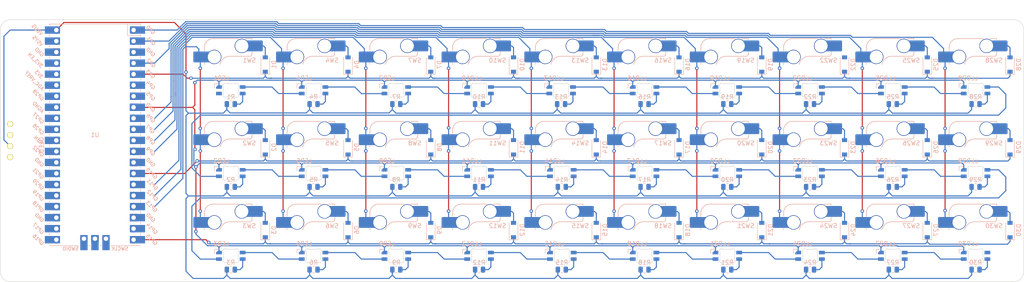
<source format=kicad_pcb>
(kicad_pcb (version 20211014) (generator pcbnew)
  (layers (0 "F.Cu" signal) (31 "B.Cu" signal) (34 "B.Paste" user) (35 "F.Paste" user) (36 "B.SilkS" user "B.Silkscreen") (37 "F.SilkS" user "F.Silkscreen") (38 "B.Mask" user) (39 "F.Mask" user) (44 "Edge.Cuts" user))
  (net 0 "")
  (net 1 "ROW0")
  (net 2 "Net-(D1-Pad2)")
  (net 3 "ROW1")
  (net 4 "Net-(D2-Pad2)")
  (net 5 "ROW2")
  (net 6 "Net-(D3-Pad2)")
  (net 7 "Net-(D4-Pad2)")
  (net 8 "Net-(D5-Pad2)")
  (net 9 "Net-(D6-Pad2)")
  (net 10 "Net-(D7-Pad2)")
  (net 11 "Net-(D8-Pad2)")
  (net 12 "Net-(D9-Pad2)")
  (net 13 "Net-(D10-Pad2)")
  (net 14 "Net-(D11-Pad2)")
  (net 15 "Net-(D12-Pad2)")
  (net 16 "Net-(D13-Pad2)")
  (net 17 "Net-(D14-Pad2)")
  (net 18 "Net-(D15-Pad2)")
  (net 19 "Net-(D16-Pad2)")
  (net 20 "Net-(D17-Pad2)")
  (net 21 "Net-(D18-Pad2)")
  (net 22 "Net-(D19-Pad2)")
  (net 23 "Net-(D20-Pad2)")
  (net 24 "Net-(D21-Pad2)")
  (net 25 "Net-(D22-Pad2)")
  (net 26 "Net-(D23-Pad2)")
  (net 27 "Net-(D24-Pad2)")
  (net 28 "Net-(D25-Pad2)")
  (net 29 "Net-(D26-Pad2)")
  (net 30 "Net-(D27-Pad2)")
  (net 31 "GND")
  (net 32 "+5V")
  (net 33 "SDA")
  (net 34 "SCL")
  (net 35 "COL0")
  (net 36 "COL1")
  (net 37 "COL2")
  (net 38 "COL3")
  (net 39 "COL4")
  (net 40 "COL5")
  (net 41 "Net-(LED1-Pad1)")
  (net 42 "Net-(LED2-Pad1)")
  (net 43 "Net-(LED3-Pad1)")
  (net 64 "Net-(D28-Pad2)")
  (net 65 "Net-(D29-Pad2)")
  (net 66 "Net-(D30-Pad2)")
  (net 67 "Net-(LED1-Pad2)")
  (net 69 "Net-(LED2-Pad2)")
  (net 70 "Net-(LED2-Pad3)")
  (net 71 "Net-(LED3-Pad2)")
  (net 72 "Net-(LED29-Pad2)")
  (net 73 "Net-(LED4-Pad2)")
  (net 74 "Net-(LED5-Pad2)")
  (net 75 "Net-(LED6-Pad2)")
  (net 76 "Net-(LED10-Pad3)")
  (net 77 "Net-(LED11-Pad3)")
  (net 78 "Net-(LED12-Pad3)")
  (net 79 "Net-(LED10-Pad2)")
  (net 80 "Net-(LED11-Pad2)")
  (net 81 "Net-(LED12-Pad2)")
  (net 82 "Net-(LED13-Pad2)")
  (net 83 "Net-(LED14-Pad2)")
  (net 84 "Net-(LED15-Pad2)")
  (net 85 "Net-(LED16-Pad2)")
  (net 86 "Net-(LED17-Pad2)")
  (net 87 "Net-(LED18-Pad2)")
  (net 88 "Net-(LED19-Pad2)")
  (net 89 "Net-(LED20-Pad2)")
  (net 90 "Net-(LED21-Pad2)")
  (net 91 "Net-(LED22-Pad2)")
  (net 92 "Net-(LED23-Pad2)")
  (net 93 "Net-(LED24-Pad2)")
  (net 94 "Net-(LED25-Pad2)")
  (net 95 "Net-(LED26-Pad2)")
  (net 96 "Net-(LED27-Pad2)")
  (net 98 "Net-(LED4-Pad1)")
  (net 99 "Net-(LED5-Pad1)")
  (net 100 "Net-(LED6-Pad1)")
  (net 101 "Net-(LED7-Pad1)")
  (net 102 "Net-(LED8-Pad1)")
  (net 103 "Net-(LED9-Pad1)")
  (net 104 "Net-(LED10-Pad1)")
  (net 105 "Net-(LED11-Pad1)")
  (net 106 "Net-(LED12-Pad1)")
  (net 107 "Net-(LED13-Pad1)")
  (net 108 "Net-(LED14-Pad1)")
  (net 109 "Net-(LED15-Pad1)")
  (net 110 "Net-(LED16-Pad1)")
  (net 111 "Net-(LED17-Pad1)")
  (net 112 "Net-(LED18-Pad1)")
  (net 113 "Net-(LED19-Pad1)")
  (net 114 "Net-(LED20-Pad1)")
  (net 115 "Net-(LED21-Pad1)")
  (net 116 "Net-(LED22-Pad1)")
  (net 117 "Net-(LED23-Pad1)")
  (net 118 "Net-(LED24-Pad1)")
  (net 119 "Net-(LED25-Pad1)")
  (net 120 "Net-(LED26-Pad1)")
  (net 121 "Net-(LED27-Pad1)")
  (net 122 "Net-(LED28-Pad1)")
  (net 123 "Net-(LED29-Pad1)")
  (net 124 "Net-(LED30-Pad1)")
  (net 125 "COL8")
  (net 126 "COL7")
  (net 127 "COL6")
  (net 128 "COL9")
  (footprint "kbd:OLED_v2" (layer "F.Cu") (at 45.24375 69.088 -90)
    (fp_text reference "OL1")
    (fp_text value "OLED" hide)
  )
  (footprint "marbastlib-mx:SW_MX_HS_1u" (layer "B.Cu") (at 153.19375 52.3875 180)
    (fp_text reference "SW10")
    (fp_text value "MX_SW_HS" hide)
  )
  (footprint "Diode_SMD:D_SOD-123" (layer "B.Cu") (at 161.13125 70.64375 90)
    (fp_text reference "D11")
    (fp_text value "D_Small")
  )
  (footprint "Diode_SMD:D_SOD-123" (layer "B.Cu") (at 256.38125 70.64375 90)
    (fp_text reference "D26")
    (fp_text value "D_Small")
  )
  (footprint "marbastlib-mx:SW_MX_HS_1u" (layer "B.Cu") (at 115.09375 90.4875 180)
    (fp_text reference "SW6")
    (fp_text value "MX_SW_HS" hide)
  )
  (footprint "marbastlib-various:LED_6028R" (layer "B.Cu") (at 153.19375 95.631)
    (fp_text reference "LED12")
    (fp_text value "SK6812MINI-E" hide)
    (fp_line (start -1.699999 0.702843) (end -1.699999 -0.702841) (layer "Edge.Cuts") (width 0.1))
    (fp_line (start 0.794452 1.5) (end -0.794453 1.5) (layer "Edge.Cuts") (width 0.1))
    (fp_line (start 1.699999 -0.702841) (end 1.699999 0.702843) (layer "Edge.Cuts") (width 0.1))
    (fp_line (start -0.794452 -1.499999) (end 0.794452 -1.499999) (layer "Edge.Cuts") (width 0.1))
    (fp_arc (start 1.046711 -1.568296) (mid 1.638069 -1.504034) (end 1.749484 -0.919719) (layer "Edge.Cuts") (width 0.1))
    (fp_arc (start -1.749484 -0.919719) (mid -1.712527 -0.814067) (end -1.699999 -0.702841) (layer "Edge.Cuts") (width 0.1))
    (fp_arc (start -1.699999 0.702844) (mid -1.712527 0.814069) (end -1.749484 0.919721) (layer "Edge.Cuts") (width 0.1))
    (fp_arc (start 0.794453 1.500001) (mid 0.925123 1.517378) (end 1.046711 1.5683) (layer "Edge.Cuts") (width 0.1))
    (fp_arc (start 1.749484 0.919721) (mid 1.71254 0.814067) (end 1.699999 0.702843) (layer "Edge.Cuts") (width 0.1))
    (fp_arc (start -1.046711 1.568299) (mid -1.638071 1.504036) (end -1.749484 0.919721) (layer "Edge.Cuts") (width 0.1))
    (fp_arc (start -1.749484 -0.919718) (mid -1.638072 -1.504034) (end -1.046711 -1.568298) (layer "Edge.Cuts") (width 0.1))
    (fp_arc (start -1.046711 1.568299) (mid -0.925123 1.517377) (end -0.794453 1.5) (layer "Edge.Cuts") (width 0.1))
    (fp_arc (start 1.699999 -0.702842) (mid 1.712536 -0.814065) (end 1.749484 -0.919719) (layer "Edge.Cuts") (width 0.1))
    (fp_arc (start -0.794452 -1.499999) (mid -0.925123 -1.517376) (end -1.046711 -1.568298) (layer "Edge.Cuts") (width 0.1))
    (fp_arc (start 1.04671 -1.568298) (mid 0.925122 -1.517376) (end 0.794452 -1.499999) (layer "Edge.Cuts") (width 0.1))
    (fp_arc (start 1.749484 0.919721) (mid 1.638072 1.504036) (end 1.046711 1.5683) (layer "Edge.Cuts") (width 0.1))
  )
  (footprint "Diode_SMD:D_SOD-123" (layer "B.Cu") (at 142.08125 70.64375 90)
    (fp_text reference "D8")
    (fp_text value "D_Small")
  )
  (footprint "marbastlib-various:LED_6028R" (layer "B.Cu") (at 267.49375 76.581)
    (fp_text reference "LED29")
    (fp_text value "SK6812MINI-E" hide)
    (fp_line (start -1.699999 0.702843) (end -1.699999 -0.702841) (layer "Edge.Cuts") (width 0.1))
    (fp_line (start 0.794452 1.5) (end -0.794453 1.5) (layer "Edge.Cuts") (width 0.1))
    (fp_line (start 1.699999 -0.702841) (end 1.699999 0.702843) (layer "Edge.Cuts") (width 0.1))
    (fp_line (start -0.794452 -1.499999) (end 0.794452 -1.499999) (layer "Edge.Cuts") (width 0.1))
    (fp_arc (start 1.699999 -0.702842) (mid 1.712536 -0.814065) (end 1.749484 -0.919719) (layer "Edge.Cuts") (width 0.1))
    (fp_arc (start 1.04671 -1.568298) (mid 0.925122 -1.517376) (end 0.794452 -1.499999) (layer "Edge.Cuts") (width 0.1))
    (fp_arc (start -1.046711 1.568299) (mid -1.638071 1.504036) (end -1.749484 0.919721) (layer "Edge.Cuts") (width 0.1))
    (fp_arc (start 1.749484 0.919721) (mid 1.638072 1.504036) (end 1.046711 1.5683) (layer "Edge.Cuts") (width 0.1))
    (fp_arc (start -1.749484 -0.919718) (mid -1.638072 -1.504034) (end -1.046711 -1.568298) (layer "Edge.Cuts") (width 0.1))
    (fp_arc (start 1.749484 0.919721) (mid 1.71254 0.814067) (end 1.699999 0.702843) (layer "Edge.Cuts") (width 0.1))
    (fp_arc (start -1.046711 1.568299) (mid -0.925123 1.517377) (end -0.794453 1.5) (layer "Edge.Cuts") (width 0.1))
    (fp_arc (start -0.794452 -1.499999) (mid -0.925123 -1.517376) (end -1.046711 -1.568298) (layer "Edge.Cuts") (width 0.1))
    (fp_arc (start -1.699999 0.702844) (mid -1.712527 0.814069) (end -1.749484 0.919721) (layer "Edge.Cuts") (width 0.1))
    (fp_arc (start 1.046711 -1.568296) (mid 1.638069 -1.504034) (end 1.749484 -0.919719) (layer "Edge.Cuts") (width 0.1))
    (fp_arc (start 0.794453 1.500001) (mid 0.925123 1.517378) (end 1.046711 1.5683) (layer "Edge.Cuts") (width 0.1))
    (fp_arc (start -1.749484 -0.919719) (mid -1.712527 -0.814067) (end -1.699999 -0.702841) (layer "Edge.Cuts") (width 0.1))
  )
  (footprint "Diode_SMD:D_SOD-123" (layer "B.Cu") (at 275.43125 89.69375 90)
    (fp_text reference "D30")
    (fp_text value "D_Small")
  )
  (footprint "marbastlib-mx:SW_MX_HS_1u" (layer "B.Cu") (at 267.49375 52.3875 180)
    (fp_text reference "SW28")
    (fp_text value "MX_SW_HS" hide)
  )
  (footprint "marbastlib-mx:SW_MX_HS_1u" (layer "B.Cu") (at 229.39375 90.4875 180)
    (fp_text reference "SW24")
    (fp_text value "MX_SW_HS" hide)
  )
  (footprint "Resistor_SMD:R_0805_2012Metric" (layer "B.Cu") (at 210.34375 98.806 180)
    (fp_text reference "R21")
    (fp_text value "100 ohm")
  )
  (footprint "Diode_SMD:D_SOD-123" (layer "B.Cu") (at 103.98125 89.69375 90)
    (fp_text reference "D3")
    (fp_text value "D_Small")
  )
  (footprint "Diode_SMD:D_SOD-123" (layer "B.Cu") (at 123.03125 51.59375 90)
    (fp_text reference "D4")
    (fp_text value "D_Small")
  )
  (footprint "marbastlib-various:LED_6028R" (layer "B.Cu") (at 191.29375 57.519)
    (fp_text reference "LED16")
    (fp_text value "SK6812MINI-E" hide)
    (fp_line (start 0.794452 1.5) (end -0.794453 1.5) (layer "Edge.Cuts") (width 0.1))
    (fp_line (start 1.699999 -0.702841) (end 1.699999 0.702843) (layer "Edge.Cuts") (width 0.1))
    (fp_line (start -1.699999 0.702843) (end -1.699999 -0.702841) (layer "Edge.Cuts") (width 0.1))
    (fp_line (start -0.794452 -1.499999) (end 0.794452 -1.499999) (layer "Edge.Cuts") (width 0.1))
    (fp_arc (start 1.04671 -1.568298) (mid 0.925122 -1.517376) (end 0.794452 -1.499999) (layer "Edge.Cuts") (width 0.1))
    (fp_arc (start 1.749484 0.919721) (mid 1.638072 1.504036) (end 1.046711 1.5683) (layer "Edge.Cuts") (width 0.1))
    (fp_arc (start -1.749484 -0.919718) (mid -1.638072 -1.504034) (end -1.046711 -1.568298) (layer "Edge.Cuts") (width 0.1))
    (fp_arc (start -1.046711 1.568299) (mid -0.925123 1.517377) (end -0.794453 1.5) (layer "Edge.Cuts") (width 0.1))
    (fp_arc (start -1.749484 -0.919719) (mid -1.712527 -0.814067) (end -1.699999 -0.702841) (layer "Edge.Cuts") (width 0.1))
    (fp_arc (start -1.699999 0.702844) (mid -1.712527 0.814069) (end -1.749484 0.919721) (layer "Edge.Cuts") (width 0.1))
    (fp_arc (start 0.794453 1.500001) (mid 0.925123 1.517378) (end 1.046711 1.5683) (layer "Edge.Cuts") (width 0.1))
    (fp_arc (start -0.794452 -1.499999) (mid -0.925123 -1.517376) (end -1.046711 -1.568298) (layer "Edge.Cuts") (width 0.1))
    (fp_arc (start 1.699999 -0.702842) (mid 1.712536 -0.814065) (end 1.749484 -0.919719) (layer "Edge.Cuts") (width 0.1))
    (fp_arc (start 1.749484 0.919721) (mid 1.71254 0.814067) (end 1.699999 0.702843) (layer "Edge.Cuts") (width 0.1))
    (fp_arc (start 1.046711 -1.568296) (mid 1.638069 -1.504034) (end 1.749484 -0.919719) (layer "Edge.Cuts") (width 0.1))
    (fp_arc (start -1.046711 1.568299) (mid -1.638071 1.504036) (end -1.749484 0.919721) (layer "Edge.Cuts") (width 0.1))
  )
  (footprint "Diode_SMD:D_SOD-123" (layer "B.Cu") (at 218.28125 89.69375 90)
    (fp_text reference "D21")
    (fp_text value "D_Small")
  )
  (footprint "Diode_SMD:D_SOD-123" (layer "B.Cu") (at 161.13125 51.59375 90)
    (fp_text reference "D10")
    (fp_text value "D_Small")
  )
  (footprint "marbastlib-mx:SW_MX_HS_1u" (layer "B.Cu") (at 115.09375 52.3875 180)
    (fp_text reference "SW4")
    (fp_text value "MX_SW_HS" hide)
  )
  (footprint "marbastlib-mx:SW_MX_HS_1u" (layer "B.Cu") (at 172.24375 52.3875 180)
    (fp_text reference "SW13")
    (fp_text value "MX_SW_HS" hide)
  )
  (footprint "Resistor_SMD:R_0805_2012Metric" (layer "B.Cu") (at 172.24375 79.756 180)
    (fp_text reference "R14")
    (fp_text value "100 ohm")
  )
  (footprint "marbastlib-mx:SW_MX_HS_1u" (layer "B.Cu") (at 153.19375 71.4375 180)
    (fp_text reference "SW11")
    (fp_text value "MX_SW_HS" hide)
  )
  (footprint "marbastlib-various:LED_6028R" (layer "B.Cu") (at 115.09375 57.519)
    (fp_text reference "LED4")
    (fp_text value "SK6812MINI-E" hide)
    (fp_line (start 0.794452 1.5) (end -0.794453 1.5) (layer "Edge.Cuts") (width 0.1))
    (fp_line (start -0.794452 -1.499999) (end 0.794452 -1.499999) (layer "Edge.Cuts") (width 0.1))
    (fp_line (start -1.699999 0.702843) (end -1.699999 -0.702841) (layer "Edge.Cuts") (width 0.1))
    (fp_line (start 1.699999 -0.702841) (end 1.699999 0.702843) (layer "Edge.Cuts") (width 0.1))
    (fp_arc (start 1.749484 0.919721) (mid 1.71254 0.814067) (end 1.699999 0.702843) (layer "Edge.Cuts") (width 0.1))
    (fp_arc (start -0.794452 -1.499999) (mid -0.925123 -1.517376) (end -1.046711 -1.568298) (layer "Edge.Cuts") (width 0.1))
    (fp_arc (start 1.699999 -0.702842) (mid 1.712536 -0.814065) (end 1.749484 -0.919719) (layer "Edge.Cuts") (width 0.1))
    (fp_arc (start 1.046711 -1.568296) (mid 1.638069 -1.504034) (end 1.749484 -0.919719) (layer "Edge.Cuts") (width 0.1))
    (fp_arc (start -1.046711 1.568299) (mid -0.925123 1.517377) (end -0.794453 1.5) (layer "Edge.Cuts") (width 0.1))
    (fp_arc (start -1.046711 1.568299) (mid -1.638071 1.504036) (end -1.749484 0.919721) (layer "Edge.Cuts") (width 0.1))
    (fp_arc (start 1.04671 -1.568298) (mid 0.925122 -1.517376) (end 0.794452 -1.499999) (layer "Edge.Cuts") (width 0.1))
    (fp_arc (start -1.749484 -0.919718) (mid -1.638072 -1.504034) (end -1.046711 -1.568298) (layer "Edge.Cuts") (width 0.1))
    (fp_arc (start -1.699999 0.702844) (mid -1.712527 0.814069) (end -1.749484 0.919721) (layer "Edge.Cuts") (width 0.1))
    (fp_arc (start -1.749484 -0.919719) (mid -1.712527 -0.814067) (end -1.699999 -0.702841) (layer "Edge.Cuts") (width 0.1))
    (fp_arc (start 0.794453 1.500001) (mid 0.925123 1.517378) (end 1.046711 1.5683) (layer "Edge.Cuts") (width 0.1))
    (fp_arc (start 1.749484 0.919721) (mid 1.638072 1.504036) (end 1.046711 1.5683) (layer "Edge.Cuts") (width 0.1))
  )
  (footprint "marbastlib-mx:SW_MX_HS_1u" (layer "B.Cu") (at 96.04375 90.4875 180)
    (fp_text reference "SW3")
    (fp_text value "MX_SW_HS" hide)
  )
  (footprint "Resistor_SMD:R_0805_2012Metric" (layer "B.Cu") (at 267.49375 98.806 180)
    (fp_text reference "R30")
    (fp_text value "100 ohm")
  )
  (footprint "marbastlib-various:LED_6028R" (layer "B.Cu") (at 229.39375 95.631)
    (fp_text reference "LED24")
    (fp_text value "SK6812MINI-E" hide)
    (fp_line (start -0.794452 -1.499999) (end 0.794452 -1.499999) (layer "Edge.Cuts") (width 0.1))
    (fp_line (start 0.794452 1.5) (end -0.794453 1.5) (layer "Edge.Cuts") (width 0.1))
    (fp_line (start 1.699999 -0.702841) (end 1.699999 0.702843) (layer "Edge.Cuts") (width 0.1))
    (fp_line (start -1.699999 0.702843) (end -1.699999 -0.702841) (layer "Edge.Cuts") (width 0.1))
    (fp_arc (start 1.699999 -0.702842) (mid 1.712536 -0.814065) (end 1.749484 -0.919719) (layer "Edge.Cuts") (width 0.1))
    (fp_arc (start -1.046711 1.568299) (mid -0.925123 1.517377) (end -0.794453 1.5) (layer "Edge.Cuts") (width 0.1))
    (fp_arc (start -1.749484 -0.919718) (mid -1.638072 -1.504034) (end -1.046711 -1.568298) (layer "Edge.Cuts") (width 0.1))
    (fp_arc (start -1.749484 -0.919719) (mid -1.712527 -0.814067) (end -1.699999 -0.702841) (layer "Edge.Cuts") (width 0.1))
    (fp_arc (start -1.046711 1.568299) (mid -1.638071 1.504036) (end -1.749484 0.919721) (layer "Edge.Cuts") (width 0.1))
    (fp_arc (start -0.794452 -1.499999) (mid -0.925123 -1.517376) (end -1.046711 -1.568298) (layer "Edge.Cuts") (width 0.1))
    (fp_arc (start -1.699999 0.702844) (mid -1.712527 0.814069) (end -1.749484 0.919721) (layer "Edge.Cuts") (width 0.1))
    (fp_arc (start 0.794453 1.500001) (mid 0.925123 1.517378) (end 1.046711 1.5683) (layer "Edge.Cuts") (width 0.1))
    (fp_arc (start 1.749484 0.919721) (mid 1.638072 1.504036) (end 1.046711 1.5683) (layer "Edge.Cuts") (width 0.1))
    (fp_arc (start 1.749484 0.919721) (mid 1.71254 0.814067) (end 1.699999 0.702843) (layer "Edge.Cuts") (width 0.1))
    (fp_arc (start 1.046711 -1.568296) (mid 1.638069 -1.504034) (end 1.749484 -0.919719) (layer "Edge.Cuts") (width 0.1))
    (fp_arc (start 1.04671 -1.568298) (mid 0.925122 -1.517376) (end 0.794452 -1.499999) (layer "Edge.Cuts") (width 0.1))
  )
  (footprint "marbastlib-various:LED_6028R" (layer "B.Cu") (at 210.34375 95.631)
    (fp_text reference "LED21")
    (fp_text value "SK6812MINI-E" hide)
    (fp_line (start 1.699999 -0.702841) (end 1.699999 0.702843) (layer "Edge.Cuts") (width 0.1))
    (fp_line (start -0.794452 -1.499999) (end 0.794452 -1.499999) (layer "Edge.Cuts") (width 0.1))
    (fp_line (start -1.699999 0.702843) (end -1.699999 -0.702841) (layer "Edge.Cuts") (width 0.1))
    (fp_line (start 0.794452 1.5) (end -0.794453 1.5) (layer "Edge.Cuts") (width 0.1))
    (fp_arc (start 1.699999 -0.702842) (mid 1.712536 -0.814065) (end 1.749484 -0.919719) (layer "Edge.Cuts") (width 0.1))
    (fp_arc (start 0.794453 1.500001) (mid 0.925123 1.517378) (end 1.046711 1.5683) (layer "Edge.Cuts") (width 0.1))
    (fp_arc (start -1.046711 1.568299) (mid -1.638071 1.504036) (end -1.749484 0.919721) (layer "Edge.Cuts") (width 0.1))
    (fp_arc (start -0.794452 -1.499999) (mid -0.925123 -1.517376) (end -1.046711 -1.568298) (layer "Edge.Cuts") (width 0.1))
    (fp_arc (start 1.04671 -1.568298) (mid 0.925122 -1.517376) (end 0.794452 -1.499999) (layer "Edge.Cuts") (width 0.1))
    (fp_arc (start -1.749484 -0.919718) (mid -1.638072 -1.504034) (end -1.046711 -1.568298) (layer "Edge.Cuts") (width 0.1))
    (fp_arc (start -1.699999 0.702844) (mid -1.712527 0.814069) (end -1.749484 0.919721) (layer "Edge.Cuts") (width 0.1))
    (fp_arc (start 1.749484 0.919721) (mid 1.638072 1.504036) (end 1.046711 1.5683) (layer "Edge.Cuts") (width 0.1))
    (fp_arc (start 1.749484 0.919721) (mid 1.71254 0.814067) (end 1.699999 0.702843) (layer "Edge.Cuts") (width 0.1))
    (fp_arc (start 1.046711 -1.568296) (mid 1.638069 -1.504034) (end 1.749484 -0.919719) (layer "Edge.Cuts") (width 0.1))
    (fp_arc (start -1.749484 -0.919719) (mid -1.712527 -0.814067) (end -1.699999 -0.702841) (layer "Edge.Cuts") (width 0.1))
    (fp_arc (start -1.046711 1.568299) (mid -0.925123 1.517377) (end -0.794453 1.5) (layer "Edge.Cuts") (width 0.1))
  )
  (footprint "marbastlib-various:LED_6028R" (layer "B.Cu") (at 210.34375 76.581)
    (fp_text reference "LED20")
    (fp_text value "SK6812MINI-E" hide)
    (fp_line (start 1.699999 -0.702841) (end 1.699999 0.702843) (layer "Edge.Cuts") (width 0.1))
    (fp_line (start -1.699999 0.702843) (end -1.699999 -0.702841) (layer "Edge.Cuts") (width 0.1))
    (fp_line (start -0.794452 -1.499999) (end 0.794452 -1.499999) (layer "Edge.Cuts") (width 0.1))
    (fp_line (start 0.794452 1.5) (end -0.794453 1.5) (layer "Edge.Cuts") (width 0.1))
    (fp_arc (start -1.046711 1.568299) (mid -1.638071 1.504036) (end -1.749484 0.919721) (layer "Edge.Cuts") (width 0.1))
    (fp_arc (start -1.749484 -0.919718) (mid -1.638072 -1.504034) (end -1.046711 -1.568298) (layer "Edge.Cuts") (width 0.1))
    (fp_arc (start 1.749484 0.919721) (mid 1.638072 1.504036) (end 1.046711 1.5683) (layer "Edge.Cuts") (width 0.1))
    (fp_arc (start 1.046711 -1.568296) (mid 1.638069 -1.504034) (end 1.749484 -0.919719) (layer "Edge.Cuts") (width 0.1))
    (fp_arc (start 1.699999 -0.702842) (mid 1.712536 -0.814065) (end 1.749484 -0.919719) (layer "Edge.Cuts") (width 0.1))
    (fp_arc (start 0.794453 1.500001) (mid 0.925123 1.517378) (end 1.046711 1.5683) (layer "Edge.Cuts") (width 0.1))
    (fp_arc (start -1.046711 1.568299) (mid -0.925123 1.517377) (end -0.794453 1.5) (layer "Edge.Cuts") (width 0.1))
    (fp_arc (start -0.794452 -1.499999) (mid -0.925123 -1.517376) (end -1.046711 -1.568298) (layer "Edge.Cuts") (width 0.1))
    (fp_arc (start 1.04671 -1.568298) (mid 0.925122 -1.517376) (end 0.794452 -1.499999) (layer "Edge.Cuts") (width 0.1))
    (fp_arc (start 1.749484 0.919721) (mid 1.71254 0.814067) (end 1.699999 0.702843) (layer "Edge.Cuts") (width 0.1))
    (fp_arc (start -1.699999 0.702844) (mid -1.712527 0.814069) (end -1.749484 0.919721) (layer "Edge.Cuts") (width 0.1))
    (fp_arc (start -1.749484 -0.919719) (mid -1.712527 -0.814067) (end -1.699999 -0.702841) (layer "Edge.Cuts") (width 0.1))
  )
  (footprint "marbastlib-mx:SW_MX_HS_1u" (layer "B.Cu") (at 191.29375 90.4875 180)
    (fp_text reference "SW18")
    (fp_text value "MX_SW_HS" hide)
  )
  (footprint "marbastlib-mx:SW_MX_HS_1u" (layer "B.Cu") (at 134.14375 90.4875 180)
    (fp_text reference "SW9")
    (fp_text value "MX_SW_HS" hide)
  )
  (footprint "Diode_SMD:D_SOD-123" (layer "B.Cu") (at 142.08125 51.59375 90)
    (fp_text reference "D7")
    (fp_text value "D_Small")
  )
  (footprint "marbastlib-various:LED_6028R" (layer "B.Cu") (at 267.49375 57.519)
    (fp_text reference "LED28")
    (fp_text value "SK6812MINI-E" hide)
    (fp_line (start -0.794452 -1.499999) (end 0.794452 -1.499999) (layer "Edge.Cuts") (width 0.1))
    (fp_line (start 1.699999 -0.702841) (end 1.699999 0.702843) (layer "Edge.Cuts") (width 0.1))
    (fp_line (start 0.794452 1.5) (end -0.794453 1.5) (layer "Edge.Cuts") (width 0.1))
    (fp_line (start -1.699999 0.702843) (end -1.699999 -0.702841) (layer "Edge.Cuts") (width 0.1))
    (fp_arc (start 1.749484 0.919721) (mid 1.71254 0.814067) (end 1.699999 0.702843) (layer "Edge.Cuts") (width 0.1))
    (fp_arc (start 1.04671 -1.568298) (mid 0.925122 -1.517376) (end 0.794452 -1.499999) (layer "Edge.Cuts") (width 0.1))
    (fp_arc (start -1.046711 1.568299) (mid -1.638071 1.504036) (end -1.749484 0.919721) (layer "Edge.Cuts") (width 0.1))
    (fp_arc (start 0.794453 1.500001) (mid 0.925123 1.517378) (end 1.046711 1.5683) (layer "Edge.Cuts") (width 0.1))
    (fp_arc (start -1.699999 0.702844) (mid -1.712527 0.814069) (end -1.749484 0.919721) (layer "Edge.Cuts") (width 0.1))
    (fp_arc (start 1.699999 -0.702842) (mid 1.712536 -0.814065) (end 1.749484 -0.919719) (layer "Edge.Cuts") (width 0.1))
    (fp_arc (start 1.046711 -1.568296) (mid 1.638069 -1.504034) (end 1.749484 -0.919719) (layer "Edge.Cuts") (width 0.1))
    (fp_arc (start -1.046711 1.568299) (mid -0.925123 1.517377) (end -0.794453 1.5) (layer "Edge.Cuts") (width 0.1))
    (fp_arc (start 1.749484 0.919721) (mid 1.638072 1.504036) (end 1.046711 1.5683) (layer "Edge.Cuts") (width 0.1))
    (fp_arc (start -1.749484 -0.919718) (mid -1.638072 -1.504034) (end -1.046711 -1.568298) (layer "Edge.Cuts") (width 0.1))
    (fp_arc (start -1.749484 -0.919719) (mid -1.712527 -0.814067) (end -1.699999 -0.702841) (layer "Edge.Cuts") (width 0.1))
    (fp_arc (start -0.794452 -1.499999) (mid -0.925123 -1.517376) (end -1.046711 -1.568298) (layer "Edge.Cuts") (width 0.1))
  )
  (footprint "marbastlib-mx:SW_MX_HS_1u" (layer "B.Cu") (at 210.34375 52.3875 180)
    (fp_text reference "SW19")
    (fp_text value "MX_SW_HS" hide)
  )
  (footprint "Diode_SMD:D_SOD-123" (layer "B.Cu") (at 237.33125 70.64375 90)
    (fp_text reference "D23")
    (fp_text value "D_Small")
  )
  (footprint "marbastlib-mx:SW_MX_HS_1u" (layer "B.Cu") (at 210.34375 71.4375 180)
    (fp_text reference "SW20")
    (fp_text value "MX_SW_HS" hide)
  )
  (footprint "Resistor_SMD:R_0805_2012Metric" (layer "B.Cu") (at 153.19375 79.756 180)
    (fp_text reference "R11")
    (fp_text value "100 ohm")
  )
  (footprint "marbastlib-mx:SW_MX_HS_1u" (layer "B.Cu") (at 96.04375 71.4375 180)
    (fp_text reference "SW2")
    (fp_text value "MX_SW_HS" hide)
  )
  (footprint "Diode_SMD:D_SOD-123" (layer "B.Cu") (at 123.03125 70.64375 90)
    (fp_text reference "D5")
    (fp_text value "D_Small")
  )
  (footprint "marbastlib-various:LED_6028R" (layer "B.Cu") (at 115.09375 76.581)
    (fp_text reference "LED5")
    (fp_text value "SK6812MINI-E" hide)
    (fp_line (start 0.794452 1.5) (end -0.794453 1.5) (layer "Edge.Cuts") (width 0.1))
    (fp_line (start -1.699999 0.702843) (end -1.699999 -0.702841) (layer "Edge.Cuts") (width 0.1))
    (fp_line (start 1.699999 -0.702841) (end 1.699999 0.702843) (layer "Edge.Cuts") (width 0.1))
    (fp_line (start -0.794452 -1.499999) (end 0.794452 -1.499999) (layer "Edge.Cuts") (width 0.1))
    (fp_arc (start -1.749484 -0.919718) (mid -1.638072 -1.504034) (end -1.046711 -1.568298) (layer "Edge.Cuts") (width 0.1))
    (fp_arc (start -1.699999 0.702844) (mid -1.712527 0.814069) (end -1.749484 0.919721) (layer "Edge.Cuts") (width 0.1))
    (fp_arc (start -0.794452 -1.499999) (mid -0.925123 -1.517376) (end -1.046711 -1.568298) (layer "Edge.Cuts") (width 0.1))
    (fp_arc (start 1.749484 0.919721) (mid 1.71254 0.814067) (end 1.699999 0.702843) (layer "Edge.Cuts") (width 0.1))
    (fp_arc (start 1.04671 -1.568298) (mid 0.925122 -1.517376) (end 0.794452 -1.499999) (layer "Edge.Cuts") (width 0.1))
    (fp_arc (start -1.046711 1.568299) (mid -1.638071 1.504036) (end -1.749484 0.919721) (layer "Edge.Cuts") (width 0.1))
    (fp_arc (start -1.046711 1.568299) (mid -0.925123 1.517377) (end -0.794453 1.5) (layer "Edge.Cuts") (width 0.1))
    (fp_arc (start 0.794453 1.500001) (mid 0.925123 1.517378) (end 1.046711 1.5683) (layer "Edge.Cuts") (width 0.1))
    (fp_arc (start -1.749484 -0.919719) (mid -1.712527 -0.814067) (end -1.699999 -0.702841) (layer "Edge.Cuts") (width 0.1))
    (fp_arc (start 1.046711 -1.568296) (mid 1.638069 -1.504034) (end 1.749484 -0.919719) (layer "Edge.Cuts") (width 0.1))
    (fp_arc (start 1.749484 0.919721) (mid 1.638072 1.504036) (end 1.046711 1.5683) (layer "Edge.Cuts") (width 0.1))
    (fp_arc (start 1.699999 -0.702842) (mid 1.712536 -0.814065) (end 1.749484 -0.919719) (layer "Edge.Cuts") (width 0.1))
  )
  (footprint "Diode_SMD:D_SOD-123" (layer "B.Cu") (at 256.38125 89.69375 90)
    (fp_text reference "D27")
    (fp_text value "D_Small")
  )
  (footprint "Diode_SMD:D_SOD-123" (layer "B.Cu") (at 123.03125 89.69375 90)
    (fp_text reference "D6")
    (fp_text value "D_Small")
  )
  (footprint "marbastlib-mx:SW_MX_HS_1u" (layer "B.Cu") (at 210.34375 90.4875 180)
    (fp_text reference "SW21")
    (fp_text value "MX_SW_HS" hide)
  )
  (footprint "Diode_SMD:D_SOD-123" (layer "B.Cu") (at 237.33125 89.69375 90)
    (fp_text reference "D24")
    (fp_text value "D_Small")
  )
  (footprint "Diode_SMD:D_SOD-123" (layer "B.Cu") (at 199.23125 70.64375 90)
    (fp_text reference "D17")
    (fp_text value "D_Small")
  )
  (footprint "marbastlib-various:LED_6028R" (layer "B.Cu") (at 96.04375 76.581)
    (fp_text reference "LED2")
    (fp_text value "SK6812MINI-E" hide)
    (fp_line (start 0.794452 1.5) (end -0.794453 1.5) (layer "Edge.Cuts") (width 0.1))
    (fp_line (start -0.794452 -1.499999) (end 0.794452 -1.499999) (layer "Edge.Cuts") (width 0.1))
    (fp_line (start 1.699999 -0.702841) (end 1.699999 0.702843) (layer "Edge.Cuts") (width 0.1))
    (fp_line (start -1.699999 0.702843) (end -1.699999 -0.702841) (layer "Edge.Cuts") (width 0.1))
    (fp_arc (start -0.794452 -1.499999) (mid -0.925123 -1.517376) (end -1.046711 -1.568298) (layer "Edge.Cuts") (width 0.1))
    (fp_arc (start -1.749484 -0.919719) (mid -1.712527 -0.814067) (end -1.699999 -0.702841) (layer "Edge.Cuts") (width 0.1))
    (fp_arc (start 1.749484 0.919721) (mid 1.71254 0.814067) (end 1.699999 0.702843) (layer "Edge.Cuts") (width 0.1))
    (fp_arc (start -1.046711 1.568299) (mid -0.925123 1.517377) (end -0.794453 1.5) (layer "Edge.Cuts") (width 0.1))
    (fp_arc (start -1.749484 -0.919718) (mid -1.638072 -1.504034) (end -1.046711 -1.568298) (layer "Edge.Cuts") (width 0.1))
    (fp_arc (start 1.749484 0.919721) (mid 1.638072 1.504036) (end 1.046711 1.5683) (layer "Edge.Cuts") (width 0.1))
    (fp_arc (start 1.046711 -1.568296) (mid 1.638069 -1.504034) (end 1.749484 -0.919719) (layer "Edge.Cuts") (width 0.1))
    (fp_arc (start -1.699999 0.702844) (mid -1.712527 0.814069) (end -1.749484 0.919721) (layer "Edge.Cuts") (width 0.1))
    (fp_arc (start 1.04671 -1.568298) (mid 0.925122 -1.517376) (end 0.794452 -1.499999) (layer "Edge.Cuts") (width 0.1))
    (fp_arc (start 0.794453 1.500001) (mid 0.925123 1.517378) (end 1.046711 1.5683) (layer "Edge.Cuts") (width 0.1))
    (fp_arc (start -1.046711 1.568299) (mid -1.638071 1.504036) (end -1.749484 0.919721) (layer "Edge.Cuts") (width 0.1))
    (fp_arc (start 1.699999 -0.702842) (mid 1.712536 -0.814065) (end 1.749484 -0.919719) (layer "Edge.Cuts") (width 0.1))
  )
  (footprint "marbastlib-mx:SW_MX_HS_1u" (layer "B.Cu") (at 229.39375 71.4375 180)
    (fp_text reference "SW23")
    (fp_text value "MX_SW_HS" hide)
  )
  (footprint "marbastlib-various:LED_6028R" (layer "B.Cu") (at 248.44375 57.519)
    (fp_text reference "LED25")
    (fp_text value "SK6812MINI-E" hide)
    (fp_line (start -1.699999 0.702843) (end -1.699999 -0.702841) (layer "Edge.Cuts") (width 0.1))
    (fp_line (start 1.699999 -0.702841) (end 1.699999 0.702843) (layer "Edge.Cuts") (width 0.1))
    (fp_line (start -0.794452 -1.499999) (end 0.794452 -1.499999) (layer "Edge.Cuts") (width 0.1))
    (fp_line (start 0.794452 1.5) (end -0.794453 1.5) (layer "Edge.Cuts") (width 0.1))
    (fp_arc (start 0.794453 1.500001) (mid 0.925123 1.517378) (end 1.046711 1.5683) (layer "Edge.Cuts") (width 0.1))
    (fp_arc (start -1.749484 -0.919719) (mid -1.712527 -0.814067) (end -1.699999 -0.702841) (layer "Edge.Cuts") (width 0.1))
    (fp_arc (start -1.046711 1.568299) (mid -0.925123 1.517377) (end -0.794453 1.5) (layer "Edge.Cuts") (width 0.1))
    (fp_arc (start -1.699999 0.702844) (mid -1.712527 0.814069) (end -1.749484 0.919721) (layer "Edge.Cuts") (width 0.1))
    (fp_arc (start -0.794452 -1.499999) (mid -0.925123 -1.517376) (end -1.046711 -1.568298) (layer "Edge.Cuts") (width 0.1))
    (fp_arc (start 1.046711 -1.568296) (mid 1.638069 -1.504034) (end 1.749484 -0.919719) (layer "Edge.Cuts") (width 0.1))
    (fp_arc (start -1.749484 -0.919718) (mid -1.638072 -1.504034) (end -1.046711 -1.568298) (layer "Edge.Cuts") (width 0.1))
    (fp_arc (start 1.749484 0.919721) (mid 1.71254 0.814067) (end 1.699999 0.702843) (layer "Edge.Cuts") (width 0.1))
    (fp_arc (start -1.046711 1.568299) (mid -1.638071 1.504036) (end -1.749484 0.919721) (layer "Edge.Cuts") (width 0.1))
    (fp_arc (start 1.699999 -0.702842) (mid 1.712536 -0.814065) (end 1.749484 -0.919719) (layer "Edge.Cuts") (width 0.1))
    (fp_arc (start 1.749484 0.919721) (mid 1.638072 1.504036) (end 1.046711 1.5683) (layer "Edge.Cuts") (width 0.1))
    (fp_arc (start 1.04671 -1.568298) (mid 0.925122 -1.517376) (end 0.794452 -1.499999) (layer "Edge.Cuts") (width 0.1))
  )
  (footprint "Diode_SMD:D_SOD-123" (layer "B.Cu") (at 218.28125 51.59375 90)
    (fp_text reference "D19")
    (fp_text value "D_Small")
  )
  (footprint "Resistor_SMD:R_0805_2012Metric" (layer "B.Cu") (at 172.24375 98.806 180)
    (fp_text reference "R15")
    (fp_text value "100 ohm")
  )
  (footprint "Resistor_SMD:R_0805_2012Metric" (layer "B.Cu") (at 248.44375 98.806 180)
    (fp_text reference "R27")
    (fp_text value "100 ohm")
  )
  (footprint "Resistor_SMD:R_0805_2012Metric" (layer "B.Cu") (at 134.14375 98.806 180)
    (fp_text reference "R9")
    (fp_text value "100 ohm")
  )
  (footprint "Resistor_SMD:R_0805_2012Metric" (layer "B.Cu") (at 229.39375 60.694 180)
    (fp_text reference "R22")
    (fp_text value "100 ohm")
  )
  (footprint "marbastlib-various:LED_6028R" (layer "B.Cu") (at 96.04375 57.519)
    (fp_text reference "LED1")
    (fp_text value "SK6812MINI-E" hide)
    (fp_line (start 1.699999 -0.702841) (end 1.699999 0.702843) (layer "Edge.Cuts") (width 0.1))
    (fp_line (start 0.794452 1.5) (end -0.794453 1.5) (layer "Edge.Cuts") (width 0.1))
    (fp_line (start -0.794452 -1.499999) (end 0.794452 -1.499999) (layer "Edge.Cuts") (width 0.1))
    (fp_line (start -1.699999 0.702843) (end -1.699999 -0.702841) (layer "Edge.Cuts") (width 0.1))
    (fp_arc (start -1.749484 -0.919719) (mid -1.712527 -0.814067) (end -1.699999 -0.702841) (layer "Edge.Cuts") (width 0.1))
    (fp_arc (start 1.046711 -1.568296) (mid 1.638069 -1.504034) (end 1.749484 -0.919719) (layer "Edge.Cuts") (width 0.1))
    (fp_arc (start -1.046711 1.568299) (mid -0.925123 1.517377) (end -0.794453 1.5) (layer "Edge.Cuts") (width 0.1))
    (fp_arc (start -1.046711 1.568299) (mid -1.638071 1.504036) (end -1.749484 0.919721) (layer "Edge.Cuts") (width 0.1))
    (fp_arc (start 1.04671 -1.568298) (mid 0.925122 -1.517376) (end 0.794452 -1.499999) (layer "Edge.Cuts") (width 0.1))
    (fp_arc (start -1.749484 -0.919718) (mid -1.638072 -1.504034) (end -1.046711 -1.568298) (layer "Edge.Cuts") (width 0.1))
    (fp_arc (start 1.699999 -0.702842) (mid 1.712536 -0.814065) (end 1.749484 -0.919719) (layer "Edge.Cuts") (width 0.1))
    (fp_arc (start 1.749484 0.919721) (mid 1.638072 1.504036) (end 1.046711 1.5683) (layer "Edge.Cuts") (width 0.1))
    (fp_arc (start 1.749484 0.919721) (mid 1.71254 0.814067) (end 1.699999 0.702843) (layer "Edge.Cuts") (width 0.1))
    (fp_arc (start -0.794452 -1.499999) (mid -0.925123 -1.517376) (end -1.046711 -1.568298) (layer "Edge.Cuts") (width 0.1))
    (fp_arc (start 0.794453 1.500001) (mid 0.925123 1.517378) (end 1.046711 1.5683) (layer "Edge.Cuts") (width 0.1))
    (fp_arc (start -1.699999 0.702844) (mid -1.712527 0.814069) (end -1.749484 0.919721) (layer "Edge.Cuts") (width 0.1))
  )
  (footprint "marbastlib-various:LED_6028R" (layer "B.Cu") (at 172.24375 95.631)
    (fp_text reference "LED15")
    (fp_text value "SK6812MINI-E" hide)
    (fp_line (start 0.794452 1.5) (end -0.794453 1.5) (layer "Edge.Cuts") (width 0.1))
    (fp_line (start 1.699999 -0.702841) (end 1.699999 0.702843) (layer "Edge.Cuts") (width 0.1))
    (fp_line (start -1.699999 0.702843) (end -1.699999 -0.702841) (layer "Edge.Cuts") (width 0.1))
    (fp_line (start -0.794452 -1.499999) (end 0.794452 -1.499999) (layer "Edge.Cuts") (width 0.1))
    (fp_arc (start -1.699999 0.702844) (mid -1.712527 0.814069) (end -1.749484 0.919721) (layer "Edge.Cuts") (width 0.1))
    (fp_arc (start -0.794452 -1.499999) (mid -0.925123 -1.517376) (end -1.046711 -1.568298) (layer "Edge.Cuts") (width 0.1))
    (fp_arc (start 1.046711 -1.568296) (mid 1.638069 -1.504034) (end 1.749484 -0.919719) (layer "Edge.Cuts") (width 0.1))
    (fp_arc (start 1.04671 -1.568298) (mid 0.925122 -1.517376) (end 0.794452 -1.499999) (layer "Edge.Cuts") (width 0.1))
    (fp_arc (start 1.749484 0.919721) (mid 1.71254 0.814067) (end 1.699999 0.702843) (layer "Edge.Cuts") (width 0.1))
    (fp_arc (start 1.699999 -0.702842) (mid 1.712536 -0.814065) (end 1.749484 -0.919719) (layer "Edge.Cuts") (width 0.1))
    (fp_arc (start -1.046711 1.568299) (mid -0.925123 1.517377) (end -0.794453 1.5) (layer "Edge.Cuts") (width 0.1))
    (fp_arc (start 0.794453 1.500001) (mid 0.925123 1.517378) (end 1.046711 1.5683) (layer "Edge.Cuts") (width 0.1))
    (fp_arc (start -1.749484 -0.919718) (mid -1.638072 -1.504034) (end -1.046711 -1.568298) (layer "Edge.Cuts") (width 0.1))
    (fp_arc (start -1.749484 -0.919719) (mid -1.712527 -0.814067) (end -1.699999 -0.702841) (layer "Edge.Cuts") (width 0.1))
    (fp_arc (start -1.046711 1.568299) (mid -1.638071 1.504036) (end -1.749484 0.919721) (layer "Edge.Cuts") (width 0.1))
    (fp_arc (start 1.749484 0.919721) (mid 1.638072 1.504036) (end 1.046711 1.5683) (layer "Edge.Cuts") (width 0.1))
  )
  (footprint "Resistor_SMD:R_0805_2012Metric" (layer "B.Cu") (at 229.39375 79.756 180)
    (fp_text reference "R23")
    (fp_text value "100 ohm")
  )
  (footprint "marbastlib-mx:SW_MX_HS_1u" (layer "B.Cu") (at 153.19375 90.4875 180)
    (fp_text reference "SW12")
    (fp_text value "MX_SW_HS" hide)
  )
  (footprint "Diode_SMD:D_SOD-123" (layer "B.Cu") (at 237.33125 51.59375 90)
    (fp_text reference "D22")
    (fp_text value "D_Small")
  )
  (footprint "marbastlib-mx:SW_MX_HS_1u" (layer "B.Cu") (at 248.44375 90.4875 180)
    (fp_text reference "SW27")
    (fp_text value "MX_SW_HS" hide)
  )
  (footprint "marbastlib-various:LED_6028R" (layer "B.Cu") (at 115.09375 95.631)
    (fp_text reference "LED6")
    (fp_text value "SK6812MINI-E" hide)
    (fp_line (start -0.794452 -1.499999) (end 0.794452 -1.499999) (layer "Edge.Cuts") (width 0.1))
    (fp_line (start 0.794452 1.5) (end -0.794453 1.5) (layer "Edge.Cuts") (width 0.1))
    (fp_line (start 1.699999 -0.702841) (end 1.699999 0.702843) (layer "Edge.Cuts") (width 0.1))
    (fp_line (start -1.699999 0.702843) (end -1.699999 -0.702841) (layer "Edge.Cuts") (width 0.1))
    (fp_arc (start -1.749484 -0.919718) (mid -1.638072 -1.504034) (end -1.046711 -1.568298) (layer "Edge.Cuts") (width 0.1))
    (fp_arc (start -1.749484 -0.919719) (mid -1.712527 -0.814067) (end -1.699999 -0.702841) (layer "Edge.Cuts") (width 0.1))
    (fp_arc (start 1.699999 -0.702842) (mid 1.712536 -0.814065) (end 1.749484 -0.919719) (layer "Edge.Cuts") (width 0.1))
    (fp_arc (start 0.794453 1.500001) (mid 0.925123 1.517378) (end 1.046711 1.5683) (layer "Edge.Cuts") (width 0.1))
    (fp_arc (start 1.749484 0.919721) (mid 1.71254 0.814067) (end 1.699999 0.702843) (layer "Edge.Cuts") (width 0.1))
    (fp_arc (start 1.04671 -1.568298) (mid 0.925122 -1.517376) (end 0.794452 -1.499999) (layer "Edge.Cuts") (width 0.1))
    (fp_arc (start -0.794452 -1.499999) (mid -0.925123 -1.517376) (end -1.046711 -1.568298) (layer "Edge.Cuts") (width 0.1))
    (fp_arc (start -1.699999 0.702844) (mid -1.712527 0.814069) (end -1.749484 0.919721) (layer "Edge.Cuts") (width 0.1))
    (fp_arc (start -1.046711 1.568299) (mid -1.638071 1.504036) (end -1.749484 0.919721) (layer "Edge.Cuts") (width 0.1))
    (fp_arc (start -1.046711 1.568299) (mid -0.925123 1.517377) (end -0.794453 1.5) (layer "Edge.Cuts") (width 0.1))
    (fp_arc (start 1.749484 0.919721) (mid 1.638072 1.504036) (end 1.046711 1.5683) (layer "Edge.Cuts") (width 0.1))
    (fp_arc (start 1.046711 -1.568296) (mid 1.638069 -1.504034) (end 1.749484 -0.919719) (layer "Edge.Cuts") (width 0.1))
  )
  (footprint "Resistor_SMD:R_0805_2012Metric" (layer "B.Cu") (at 229.39375 98.806 180)
    (fp_text reference "R24")
    (fp_text value "100 ohm")
  )
  (footprint "marbastlib-various:LED_6028R" (layer "B.Cu") (at 248.44375 76.581)
    (fp_text reference "LED26")
    (fp_text value "SK6812MINI-E" hide)
    (fp_line (start -1.699999 0.702843) (end -1.699999 -0.702841) (layer "Edge.Cuts") (width 0.1))
    (fp_line (start -0.794452 -1.499999) (end 0.794452 -1.499999) (layer "Edge.Cuts") (width 0.1))
    (fp_line (start 0.794452 1.5) (end -0.794453 1.5) (layer "Edge.Cuts") (width 0.1))
    (fp_line (start 1.699999 -0.702841) (end 1.699999 0.702843) (layer "Edge.Cuts") (width 0.1))
    (fp_arc (start -1.046711 1.568299) (mid -1.638071 1.504036) (end -1.749484 0.919721) (layer "Edge.Cuts") (width 0.1))
    (fp_arc (start -0.794452 -1.499999) (mid -0.925123 -1.517376) (end -1.046711 -1.568298) (layer "Edge.Cuts") (width 0.1))
    (fp_arc (start -1.749484 -0.919719) (mid -1.712527 -0.814067) (end -1.699999 -0.702841) (layer "Edge.Cuts") (width 0.1))
    (fp_arc (start 1.699999 -0.702842) (mid 1.712536 -0.814065) (end 1.749484 -0.919719) (layer "Edge.Cuts") (width 0.1))
    (fp_arc (start -1.046711 1.568299) (mid -0.925123 1.517377) (end -0.794453 1.5) (layer "Edge.Cuts") (width 0.1))
    (fp_arc (start 1.749484 0.919721) (mid 1.71254 0.814067) (end 1.699999 0.702843) (layer "Edge.Cuts") (width 0.1))
    (fp_arc (start -1.699999 0.702844) (mid -1.712527 0.814069) (end -1.749484 0.919721) (layer "Edge.Cuts") (width 0.1))
    (fp_arc (start 1.04671 -1.568298) (mid 0.925122 -1.517376) (end 0.794452 -1.499999) (layer "Edge.Cuts") (width 0.1))
    (fp_arc (start 1.046711 -1.568296) (mid 1.638069 -1.504034) (end 1.749484 -0.919719) (layer "Edge.Cuts") (width 0.1))
    (fp_arc (start 0.794453 1.500001) (mid 0.925123 1.517378) (end 1.046711 1.5683) (layer "Edge.Cuts") (width 0.1))
    (fp_arc (start 1.749484 0.919721) (mid 1.638072 1.504036) (end 1.046711 1.5683) (layer "Edge.Cuts") (width 0.1))
    (fp_arc (start -1.749484 -0.919718) (mid -1.638072 -1.504034) (end -1.046711 -1.568298) (layer "Edge.Cuts") (width 0.1))
  )
  (footprint "Resistor_SMD:R_0805_2012Metric" (layer "B.Cu") (at 96.04375 98.806 180)
    (fp_text reference "R3")
    (fp_text value "100 ohm")
  )
  (footprint "marbastlib-mx:SW_MX_HS_1u" (layer "B.Cu") (at 134.14375 52.3875 180)
    (fp_text reference "SW7")
    (fp_text value "MX_SW_HS" hide)
  )
  (footprint "Resistor_SMD:R_0805_2012Metric" (layer "B.Cu") (at 191.29375 79.756 180)
    (fp_text reference "R17")
    (fp_text value "100 ohm")
  )
  (footprint "Resistor_SMD:R_0805_2012Metric" (layer "B.Cu") (at 248.44375 79.756 180)
    (fp_text reference "R26")
    (fp_text value "100 ohm")
  )
  (footprint "Resistor_SMD:R_0805_2012Metric" (layer "B.Cu") (at 191.29375 60.694 180)
    (fp_text reference "R16")
    (fp_text value "100 ohm")
  )
  (footprint "Diode_SMD:D_SOD-123" (layer "B.Cu") (at 180.18125 70.64375 90)
    (fp_text reference "D14")
    (fp_text value "D_Small")
  )
  (footprint "marbastlib-mx:SW_MX_HS_1u" (layer "B.Cu") (at 248.44375 52.3875 180)
    (fp_text reference "SW25")
    (fp_text value "MX_SW_HS" hide)
  )
  (footprint "Resistor_SMD:R_0805_2012Metric" (layer "B.Cu") (at 115.09375 98.806 180)
    (fp_text reference "R6")
    (fp_text value "100 ohm")
  )
  (footprint "Resistor_SMD:R_0805_2012Metric" (layer "B.Cu") (at 210.34375 60.694 180)
    (fp_text reference "R19")
    (fp_text value "100 ohm")
  )
  (footprint "Resistor_SMD:R_0805_2012Metric" (layer "B.Cu") (at 191.29375 98.806 180)
    (fp_text reference "R18")
    (fp_text value "100 ohm")
  )
  (footprint "Resistor_SMD:R_0805_2012Metric" (layer "B.Cu") (at 115.09375 79.756 180)
    (fp_text reference "R5")
    (fp_text value "100 ohm")
  )
  (footprint "marbastlib-various:LED_6028R" (layer "B.Cu") (at 96.04375 95.631)
    (fp_text reference "LED3")
    (fp_text value "SK6812MINI-E" hide)
    (fp_line (start 0.794452 1.5) (end -0.794453 1.5) (layer "Edge.Cuts") (width 0.1))
    (fp_line (start -0.794452 -1.499999) (end 0.794452 -1.499999) (layer "Edge.Cuts") (width 0.1))
    (fp_line (start 1.699999 -0.702841) (end 1.699999 0.702843) (layer "Edge.Cuts") (width 0.1))
    (fp_line (start -1.699999 0.702843) (end -1.699999 -0.702841) (layer "Edge.Cuts") (width 0.1))
    (fp_arc (start 1.749484 0.919721) (mid 1.71254 0.814067) (end 1.699999 0.702843) (layer "Edge.Cuts") (width 0.1))
    (fp_arc (start -1.749484 -0.919718) (mid -1.638072 -1.504034) (end -1.046711 -1.568298) (layer "Edge.Cuts") (width 0.1))
    (fp_arc (start -1.699999 0.702844) (mid -1.712527 0.814069) (end -1.749484 0.919721) (layer "Edge.Cuts") (width 0.1))
    (fp_arc (start -1.046711 1.568299) (mid -1.638071 1.504036) (end -1.749484 0.919721) (layer "Edge.Cuts") (width 0.1))
    (fp_arc (start -1.046711 1.568299) (mid -0.925123 1.517377) (end -0.794453 1.5) (layer "Edge.Cuts") (width 0.1))
    (fp_arc (start 1.699999 -0.702842) (mid 1.712536 -0.814065) (end 1.749484 -0.919719) (layer "Edge.Cuts") (width 0.1))
    (fp_arc (start -1.749484 -0.919719) (mid -1.712527 -0.814067) (end -1.699999 -0.702841) (layer "Edge.Cuts") (width 0.1))
    (fp_arc (start 1.046711 -1.568296) (mid 1.638069 -1.504034) (end 1.749484 -0.919719) (layer "Edge.Cuts") (width 0.1))
    (fp_arc (start 1.749484 0.919721) (mid 1.638072 1.504036) (end 1.046711 1.5683) (layer "Edge.Cuts") (width 0.1))
    (fp_arc (start 1.04671 -1.568298) (mid 0.925122 -1.517376) (end 0.794452 -1.499999) (layer "Edge.Cuts") (width 0.1))
    (fp_arc (start 0.794453 1.500001) (mid 0.925123 1.517378) (end 1.046711 1.5683) (layer "Edge.Cuts") (width 0.1))
    (fp_arc (start -0.794452 -1.499999) (mid -0.925123 -1.517376) (end -1.046711 -1.568298) (layer "Edge.Cuts") (width 0.1))
  )
  (footprint "marbastlib-mx:SW_MX_HS_1u" (layer "B.Cu") (at 172.24375 71.4375 180)
    (fp_text reference "SW14")
    (fp_text value "MX_SW_HS" hide)
  )
  (footprint "MCU_RaspberryPi_and_Boards:RPi_Pico_SMD_TH" (layer "B.Cu") (at 64.77 67.78625 180)
    (fp_text reference "U1")
    (fp_text value "Pico")
  )
  (footprint "marbastlib-various:LED_6028R" (layer "B.Cu") (at 229.39375 76.581)
    (fp_text reference "LED23")
    (fp_text value "SK6812MINI-E" hide)
    (fp_line (start 0.794452 1.5) (end -0.794453 1.5) (layer "Edge.Cuts") (width 0.1))
    (fp_line (start -1.699999 0.702843) (end -1.699999 -0.702841) (layer "Edge.Cuts") (width 0.1))
    (fp_line (start 1.699999 -0.702841) (end 1.699999 0.702843) (layer "Edge.Cuts") (width 0.1))
    (fp_line (start -0.794452 -1.499999) (end 0.794452 -1.499999) (layer "Edge.Cuts") (width 0.1))
    (fp_arc (start -1.749484 -0.919718) (mid -1.638072 -1.504034) (end -1.046711 -1.568298) (layer "Edge.Cuts") (width 0.1))
    (fp_arc (start -1.046711 1.568299) (mid -0.925123 1.517377) (end -0.794453 1.5) (layer "Edge.Cuts") (width 0.1))
    (fp_arc (start -1.749484 -0.919719) (mid -1.712527 -0.814067) (end -1.699999 -0.702841) (layer "Edge.Cuts") (width 0.1))
    (fp_arc (start 1.749484 0.919721) (mid 1.638072 1.504036) (end 1.046711 1.5683) (layer "Edge.Cuts") (width 0.1))
    (fp_arc (start -1.699999 0.702844) (mid -1.712527 0.814069) (end -1.749484 0.919721) (layer "Edge.Cuts") (width 0.1))
    (fp_arc (start 0.794453 1.500001) (mid 0.925123 1.517378) (end 1.046711 1.5683) (layer "Edge.Cuts") (width 0.1))
    (fp_arc (start -1.046711 1.568299) (mid -1.638071 1.504036) (end -1.749484 0.919721) (layer "Edge.Cuts") (width 0.1))
    (fp_arc (start 1.04671 -1.568298) (mid 0.925122 -1.517376) (end 0.794452 -1.499999) (layer "Edge.Cuts") (width 0.1))
    (fp_arc (start 1.699999 -0.702842) (mid 1.712536 -0.814065) (end 1.749484 -0.919719) (layer "Edge.Cuts") (width 0.1))
    (fp_arc (start -0.794452 -1.499999) (mid -0.925123 -1.517376) (end -1.046711 -1.568298) (layer "Edge.Cuts") (width 0.1))
    (fp_arc (start 1.046711 -1.568296) (mid 1.638069 -1.504034) (end 1.749484 -0.919719) (layer "Edge.Cuts") (width 0.1))
    (fp_arc (start 1.749484 0.919721) (mid 1.71254 0.814067) (end 1.699999 0.702843) (layer "Edge.Cuts") (width 0.1))
  )
  (footprint "marbastlib-various:LED_6028R" (layer "B.Cu") (at 172.24375 76.581)
    (fp_text reference "LED14")
    (fp_text value "SK6812MINI-E" hide)
    (fp_line (start 1.699999 -0.702841) (end 1.699999 0.702843) (layer "Edge.Cuts") (width 0.1))
    (fp_line (start -0.794452 -1.499999) (end 0.794452 -1.499999) (layer "Edge.Cuts") (width 0.1))
    (fp_line (start 0.794452 1.5) (end -0.794453 1.5) (layer "Edge.Cuts") (width 0.1))
    (fp_line (start -1.699999 0.702843) (end -1.699999 -0.702841) (layer "Edge.Cuts") (width 0.1))
    (fp_arc (start 1.699999 -0.702842) (mid 1.712536 -0.814065) (end 1.749484 -0.919719) (layer "Edge.Cuts") (width 0.1))
    (fp_arc (start 1.749484 0.919721) (mid 1.638072 1.504036) (end 1.046711 1.5683) (layer "Edge.Cuts") (width 0.1))
    (fp_arc (start 1.749484 0.919721) (mid 1.71254 0.814067) (end 1.699999 0.702843) (layer "Edge.Cuts") (width 0.1))
    (fp_arc (start -1.046711 1.568299) (mid -1.638071 1.504036) (end -1.749484 0.919721) (layer "Edge.Cuts") (width 0.1))
    (fp_arc (start 1.04671 -1.568298) (mid 0.925122 -1.517376) (end 0.794452 -1.499999) (layer "Edge.Cuts") (width 0.1))
    (fp_arc (start -1.699999 0.702844) (mid -1.712527 0.814069) (end -1.749484 0.919721) (layer "Edge.Cuts") (width 0.1))
    (fp_arc (start -1.749484 -0.919718) (mid -1.638072 -1.504034) (end -1.046711 -1.568298) (layer "Edge.Cuts") (width 0.1))
    (fp_arc (start -0.794452 -1.499999) (mid -0.925123 -1.517376) (end -1.046711 -1.568298) (layer "Edge.Cuts") (width 0.1))
    (fp_arc (start 1.046711 -1.568296) (mid 1.638069 -1.504034) (end 1.749484 -0.919719) (layer "Edge.Cuts") (width 0.1))
    (fp_arc (start -1.749484 -0.919719) (mid -1.712527 -0.814067) (end -1.699999 -0.702841) (layer "Edge.Cuts") (width 0.1))
    (fp_arc (start 0.794453 1.500001) (mid 0.925123 1.517378) (end 1.046711 1.5683) (layer "Edge.Cuts") (width 0.1))
    (fp_arc (start -1.046711 1.568299) (mid -0.925123 1.517377) (end -0.794453 1.5) (layer "Edge.Cuts") (width 0.1))
  )
  (footprint "marbastlib-various:LED_6028R" (layer "B.Cu") (at 229.39375 57.519)
    (fp_text reference "LED22")
    (fp_text value "SK6812MINI-E" hide)
    (fp_line (start 0.794452 1.5) (end -0.794453 1.5) (layer "Edge.Cuts") (width 0.1))
    (fp_line (start -1.699999 0.702843) (end -1.699999 -0.702841) (layer "Edge.Cuts") (width 0.1))
    (fp_line (start 1.699999 -0.702841) (end 1.699999 0.702843) (layer "Edge.Cuts") (width 0.1))
    (fp_line (start -0.794452 -1.499999) (end 0.794452 -1.499999) (layer "Edge.Cuts") (width 0.1))
    (fp_arc (start 1.699999 -0.702842) (mid 1.712536 -0.814065) (end 1.749484 -0.919719) (layer "Edge.Cuts") (width 0.1))
    (fp_arc (start -1.749484 -0.919718) (mid -1.638072 -1.504034) (end -1.046711 -1.568298) (layer "Edge.Cuts") (width 0.1))
    (fp_arc (start -1.699999 0.702844) (mid -1.712527 0.814069) (end -1.749484 0.919721) (layer "Edge.Cuts") (width 0.1))
    (fp_arc (start 1.04671 -1.568298) (mid 0.925122 -1.517376) (end 0.794452 -1.499999) (layer "Edge.Cuts") (width 0.1))
    (fp_arc (start 1.749484 0.919721) (mid 1.638072 1.504036) (end 1.046711 1.5683) (layer "Edge.Cuts") (width 0.1))
    (fp_arc (start -1.046711 1.568299) (mid -0.925123 1.517377) (end -0.794453 1.5) (layer "Edge.Cuts") (width 0.1))
    (fp_arc (start -1.749484 -0.919719) (mid -1.712527 -0.814067) (end -1.699999 -0.702841) (layer "Edge.Cuts") (width 0.1))
    (fp_arc (start -1.046711 1.568299) (mid -1.638071 1.504036) (end -1.749484 0.919721) (layer "Edge.Cuts") (width 0.1))
    (fp_arc (start 0.794453 1.500001) (mid 0.925123 1.517378) (end 1.046711 1.5683) (layer "Edge.Cuts") (width 0.1))
    (fp_arc (start 1.046711 -1.568296) (mid 1.638069 -1.504034) (end 1.749484 -0.919719) (layer "Edge.Cuts") (width 0.1))
    (fp_arc (start -0.794452 -1.499999) (mid -0.925123 -1.517376) (end -1.046711 -1.568298) (layer "Edge.Cuts") (width 0.1))
    (fp_arc (start 1.749484 0.919721) (mid 1.71254 0.814067) (end 1.699999 0.702843) (layer "Edge.Cuts") (width 0.1))
  )
  (footprint "Resistor_SMD:R_0805_2012Metric" (layer "B.Cu") (at 134.14375 60.694 180)
    (fp_text reference "R7")
    (fp_text value "100 ohm")
  )
  (footprint "marbastlib-various:LED_6028R" (layer "B.Cu") (at 134.14375 57.519)
    (fp_text reference "LED7")
    (fp_text value "SK6812MINI-E" hide)
    (fp_line (start -1.699999 0.702843) (end -1.699999 -0.702841) (layer "Edge.Cuts") (width 0.1))
    (fp_line (start -0.794452 -1.499999) (end 0.794452 -1.499999) (layer "Edge.Cuts") (width 0.1))
    (fp_line (start 1.699999 -0.702841) (end 1.699999 0.702843) (layer "Edge.Cuts") (width 0.1))
    (fp_line (start 0.794452 1.5) (end -0.794453 1.5) (layer "Edge.Cuts") (width 0.1))
    (fp_arc (start -1.046711 1.568299) (mid -0.925123 1.517377) (end -0.794453 1.5) (layer "Edge.Cuts") (width 0.1))
    (fp_arc (start 1.04671 -1.568298) (mid 0.925122 -1.517376) (end 0.794452 -1.499999) (layer "Edge.Cuts") (width 0.1))
    (fp_arc (start -1.699999 0.702844) (mid -1.712527 0.814069) (end -1.749484 0.919721) (layer "Edge.Cuts") (width 0.1))
    (fp_arc (start 0.794453 1.500001) (mid 0.925123 1.517378) (end 1.046711 1.5683) (layer "Edge.Cuts") (width 0.1))
    (fp_arc (start 1.749484 0.919721) (mid 1.638072 1.504036) (end 1.046711 1.5683) (layer "Edge.Cuts") (width 0.1))
    (fp_arc (start -1.749484 -0.919719) (mid -1.712527 -0.814067) (end -1.699999 -0.702841) (layer "Edge.Cuts") (width 0.1))
    (fp_arc (start 1.699999 -0.702842) (mid 1.712536 -0.814065) (end 1.749484 -0.919719) (layer "Edge.Cuts") (width 0.1))
    (fp_arc (start -1.749484 -0.919718) (mid -1.638072 -1.504034) (end -1.046711 -1.568298) (layer "Edge.Cuts") (width 0.1))
    (fp_arc (start -0.794452 -1.499999) (mid -0.925123 -1.517376) (end -1.046711 -1.568298) (layer "Edge.Cuts") (width 0.1))
    (fp_arc (start 1.046711 -1.568296) (mid 1.638069 -1.504034) (end 1.749484 -0.919719) (layer "Edge.Cuts") (width 0.1))
    (fp_arc (start 1.749484 0.919721) (mid 1.71254 0.814067) (end 1.699999 0.702843) (layer "Edge.Cuts") (width 0.1))
    (fp_arc (start -1.046711 1.568299) (mid -1.638071 1.504036) (end -1.749484 0.919721) (layer "Edge.Cuts") (width 0.1))
  )
  (footprint "marbastlib-mx:SW_MX_HS_1u" (layer "B.Cu") (at 267.49375 71.4375 180)
    (fp_text reference "SW29")
    (fp_text value "MX_SW_HS" hide)
  )
  (footprint "Diode_SMD:D_SOD-123" (layer "B.Cu") (at 199.23125 89.69375 90)
    (fp_text reference "D18")
    (fp_text value "D_Small")
  )
  (footprint "Diode_SMD:D_SOD-123" (layer "B.Cu") (at 256.38125 51.59375 90)
    (fp_text reference "D25")
    (fp_text value "D_Small")
  )
  (footprint "marbastlib-mx:SW_MX_HS_1u" (layer "B.Cu") (at 115.09375 71.4375 180)
    (fp_text reference "SW5")
    (fp_text value "MX_SW_HS" hide)
  )
  (footprint "Resistor_SMD:R_0805_2012Metric" (layer "B.Cu") (at 153.19375 98.806 180)
    (fp_text reference "R12")
    (fp_text value "100 ohm")
  )
  (footprint "marbastlib-various:LED_6028R" (layer "B.Cu") (at 210.34375 57.519)
    (fp_text reference "LED19")
    (fp_text value "SK6812MINI-E" hide)
    (fp_line (start -0.794452 -1.499999) (end 0.794452 -1.499999) (layer "Edge.Cuts") (width 0.1))
    (fp_line (start 0.794452 1.5) (end -0.794453 1.5) (layer "Edge.Cuts") (width 0.1))
    (fp_line (start -1.699999 0.702843) (end -1.699999 -0.702841) (layer "Edge.Cuts") (width 0.1))
    (fp_line (start 1.699999 -0.702841) (end 1.699999 0.702843) (layer "Edge.Cuts") (width 0.1))
    (fp_arc (start 1.749484 0.919721) (mid 1.638072 1.504036) (end 1.046711 1.5683) (layer "Edge.Cuts") (width 0.1))
    (fp_arc (start -0.794452 -1.499999) (mid -0.925123 -1.517376) (end -1.046711 -1.568298) (layer "Edge.Cuts") (width 0.1))
    (fp_arc (start 0.794453 1.500001) (mid 0.925123 1.517378) (end 1.046711 1.5683) (layer "Edge.Cuts") (width 0.1))
    (fp_arc (start 1.749484 0.919721) (mid 1.71254 0.814067) (end 1.699999 0.702843) (layer "Edge.Cuts") (width 0.1))
    (fp_arc (start 1.046711 -1.568296) (mid 1.638069 -1.504034) (end 1.749484 -0.919719) (layer "Edge.Cuts") (width 0.1))
    (fp_arc (start -1.699999 0.702844) (mid -1.712527 0.814069) (end -1.749484 0.919721) (layer "Edge.Cuts") (width 0.1))
    (fp_arc (start -1.046711 1.568299) (mid -0.925123 1.517377) (end -0.794453 1.5) (layer "Edge.Cuts") (width 0.1))
    (fp_arc (start -1.046711 1.568299) (mid -1.638071 1.504036) (end -1.749484 0.919721) (layer "Edge.Cuts") (width 0.1))
    (fp_arc (start -1.749484 -0.919718) (mid -1.638072 -1.504034) (end -1.046711 -1.568298) (layer "Edge.Cuts") (width 0.1))
    (fp_arc (start 1.699999 -0.702842) (mid 1.712536 -0.814065) (end 1.749484 -0.919719) (layer "Edge.Cuts") (width 0.1))
    (fp_arc (start -1.749484 -0.919719) (mid -1.712527 -0.814067) (end -1.699999 -0.702841) (layer "Edge.Cuts") (width 0.1))
    (fp_arc (start 1.04671 -1.568298) (mid 0.925122 -1.517376) (end 0.794452 -1.499999) (layer "Edge.Cuts") (width 0.1))
  )
  (footprint "marbastlib-various:LED_6028R" (layer "B.Cu") (at 191.29375 95.631)
    (fp_text reference "LED18")
    (fp_text value "SK6812MINI-E" hide)
    (fp_line (start -1.699999 0.702843) (end -1.699999 -0.702841) (layer "Edge.Cuts") (width 0.1))
    (fp_line (start -0.794452 -1.499999) (end 0.794452 -1.499999) (layer "Edge.Cuts") (width 0.1))
    (fp_line (start 0.794452 1.5) (end -0.794453 1.5) (layer "Edge.Cuts") (width 0.1))
    (fp_line (start 1.699999 -0.702841) (end 1.699999 0.702843) (layer "Edge.Cuts") (width 0.1))
    (fp_arc (start 0.794453 1.500001) (mid 0.925123 1.517378) (end 1.046711 1.5683) (layer "Edge.Cuts") (width 0.1))
    (fp_arc (start -1.046711 1.568299) (mid -0.925123 1.517377) (end -0.794453 1.5) (layer "Edge.Cuts") (width 0.1))
    (fp_arc (start 1.749484 0.919721) (mid 1.71254 0.814067) (end 1.699999 0.702843) (layer "Edge.Cuts") (width 0.1))
    (fp_arc (start 1.04671 -1.568298) (mid 0.925122 -1.517376) (end 0.794452 -1.499999) (layer "Edge.Cuts") (width 0.1))
    (fp_arc (start -1.699999 0.702844) (mid -1.712527 0.814069) (end -1.749484 0.919721) (layer "Edge.Cuts") (width 0.1))
    (fp_arc (start -1.749484 -0.919718) (mid -1.638072 -1.504034) (end -1.046711 -1.568298) (layer "Edge.Cuts") (width 0.1))
    (fp_arc (start -1.749484 -0.919719) (mid -1.712527 -0.814067) (end -1.699999 -0.702841) (layer "Edge.Cuts") (width 0.1))
    (fp_arc (start 1.046711 -1.568296) (mid 1.638069 -1.504034) (end 1.749484 -0.919719) (layer "Edge.Cuts") (width 0.1))
    (fp_arc (start -1.046711 1.568299) (mid -1.638071 1.504036) (end -1.749484 0.919721) (layer "Edge.Cuts") (width 0.1))
    (fp_arc (start 1.749484 0.919721) (mid 1.638072 1.504036) (end 1.046711 1.5683) (layer "Edge.Cuts") (width 0.1))
    (fp_arc (start 1.699999 -0.702842) (mid 1.712536 -0.814065) (end 1.749484 -0.919719) (layer "Edge.Cuts") (width 0.1))
    (fp_arc (start -0.794452 -1.499999) (mid -0.925123 -1.517376) (end -1.046711 -1.568298) (layer "Edge.Cuts") (width 0.1))
  )
  (footprint "Diode_SMD:D_SOD-123" (layer "B.Cu") (at 199.23125 51.59375 90)
    (fp_text reference "D16")
    (fp_text value "D_Small")
  )
  (footprint "Resistor_SMD:R_0805_2012Metric" (layer "B.Cu") (at 96.04375 60.694 180)
    (fp_text reference "R1")
    (fp_text value "100 ohm")
  )
  (footprint "marbastlib-various:LED_6028R" (layer "B.Cu") (at 134.14375 76.581)
    (fp_text reference "LED8")
    (fp_text value "SK6812MINI-E" hide)
    (fp_line (start 0.794452 1.5) (end -0.794453 1.5) (layer "Edge.Cuts") (width 0.1))
    (fp_line (start -1.699999 0.702843) (end -1.699999 -0.702841) (layer "Edge.Cuts") (width 0.1))
    (fp_line (start 1.699999 -0.702841) (end 1.699999 0.702843) (layer "Edge.Cuts") (width 0.1))
    (fp_line (start -0.794452 -1.499999) (end 0.794452 -1.499999) (layer "Edge.Cuts") (width 0.1))
    (fp_arc (start -0.794452 -1.499999) (mid -0.925123 -1.517376) (end -1.046711 -1.568298) (layer "Edge.Cuts") (width 0.1))
    (fp_arc (start -1.749484 -0.919719) (mid -1.712527 -0.814067) (end -1.699999 -0.702841) (layer "Edge.Cuts") (width 0.1))
    (fp_arc (start -1.699999 0.702844) (mid -1.712527 0.814069) (end -1.749484 0.919721) (layer "Edge.Cuts") (width 0.1))
    (fp_arc (start 1.046711 -1.568296) (mid 1.638069 -1.504034) (end 1.749484 -0.919719) (layer "Edge.Cuts") (width 0.1))
    (fp_arc (start 1.749484 0.919721) (mid 1.71254 0.814067) (end 1.699999 0.702843) (layer "Edge.Cuts") (width 0.1))
    (fp_arc (start 1.04671 -1.568298) (mid 0.925122 -1.517376) (end 0.794452 -1.499999) (layer "Edge.Cuts") (width 0.1))
    (fp_arc (start 1.749484 0.919721) (mid 1.638072 1.504036) (end 1.046711 1.5683) (layer "Edge.Cuts") (width 0.1))
    (fp_arc (start 0.794453 1.500001) (mid 0.925123 1.517378) (end 1.046711 1.5683) (layer "Edge.Cuts") (width 0.1))
    (fp_arc (start -1.046711 1.568299) (mid -1.638071 1.504036) (end -1.749484 0.919721) (layer "Edge.Cuts") (width 0.1))
    (fp_arc (start -1.749484 -0.919718) (mid -1.638072 -1.504034) (end -1.046711 -1.568298) (layer "Edge.Cuts") (width 0.1))
    (fp_arc (start -1.046711 1.568299) (mid -0.925123 1.517377) (end -0.794453 1.5) (layer "Edge.Cuts") (width 0.1))
    (fp_arc (start 1.699999 -0.702842) (mid 1.712536 -0.814065) (end 1.749484 -0.919719) (layer "Edge.Cuts") (width 0.1))
  )
  (footprint "marbastlib-various:LED_6028R" (layer "B.Cu") (at 267.49375 95.631)
    (fp_text reference "LED30")
    (fp_text value "SK6812MINI-E" hide)
    (fp_line (start 1.699999 -0.702841) (end 1.699999 0.702843) (layer "Edge.Cuts") (width 0.1))
    (fp_line (start 0.794452 1.5) (end -0.794453 1.5) (layer "Edge.Cuts") (width 0.1))
    (fp_line (start -1.699999 0.702843) (end -1.699999 -0.702841) (layer "Edge.Cuts") (width 0.1))
    (fp_line (start -0.794452 -1.499999) (end 0.794452 -1.499999) (layer "Edge.Cuts") (width 0.1))
    (fp_arc (start 1.046711 -1.568296) (mid 1.638069 -1.504034) (end 1.749484 -0.919719) (layer "Edge.Cuts") (width 0.1))
    (fp_arc (start 1.699999 -0.702842) (mid 1.712536 -0.814065) (end 1.749484 -0.919719) (layer "Edge.Cuts") (width 0.1))
    (fp_arc (start -1.046711 1.568299) (mid -0.925123 1.517377) (end -0.794453 1.5) (layer "Edge.Cuts") (width 0.1))
    (fp_arc (start 1.04671 -1.568298) (mid 0.925122 -1.517376) (end 0.794452 -1.499999) (layer "Edge.Cuts") (width 0.1))
    (fp_arc (start -1.749484 -0.919719) (mid -1.712527 -0.814067) (end -1.699999 -0.702841) (layer "Edge.Cuts") (width 0.1))
    (fp_arc (start 0.794453 1.500001) (mid 0.925123 1.517378) (end 1.046711 1.5683) (layer "Edge.Cuts") (width 0.1))
    (fp_arc (start -1.699999 0.702844) (mid -1.712527 0.814069) (end -1.749484 0.919721) (layer "Edge.Cuts") (width 0.1))
    (fp_arc (start 1.749484 0.919721) (mid 1.71254 0.814067) (end 1.699999 0.702843) (layer "Edge.Cuts") (width 0.1))
    (fp_arc (start -1.046711 1.568299) (mid -1.638071 1.504036) (end -1.749484 0.919721) (layer "Edge.Cuts") (width 0.1))
    (fp_arc (start -1.749484 -0.919718) (mid -1.638072 -1.504034) (end -1.046711 -1.568298) (layer "Edge.Cuts") (width 0.1))
    (fp_arc (start 1.749484 0.919721) (mid 1.638072 1.504036) (end 1.046711 1.5683) (layer "Edge.Cuts") (width 0.1))
    (fp_arc (start -0.794452 -1.499999) (mid -0.925123 -1.517376) (end -1.046711 -1.568298) (layer "Edge.Cuts") (width 0.1))
  )
  (footprint "marbastlib-various:LED_6028R" (layer "B.Cu") (at 191.29375 76.581)
    (fp_text reference "LED17")
    (fp_text value "SK6812MINI-E" hide)
    (fp_line (start 1.699999 -0.702841) (end 1.699999 0.702843) (layer "Edge.Cuts") (width 0.1))
    (fp_line (start 0.794452 1.5) (end -0.794453 1.5) (layer "Edge.Cuts") (width 0.1))
    (fp_line (start -1.699999 0.702843) (end -1.699999 -0.702841) (layer "Edge.Cuts") (width 0.1))
    (fp_line (start -0.794452 -1.499999) (end 0.794452 -1.499999) (layer "Edge.Cuts") (width 0.1))
    (fp_arc (start 1.699999 -0.702842) (mid 1.712536 -0.814065) (end 1.749484 -0.919719) (layer "Edge.Cuts") (width 0.1))
    (fp_arc (start 1.749484 0.919721) (mid 1.71254 0.814067) (end 1.699999 0.702843) (layer "Edge.Cuts") (width 0.1))
    (fp_arc (start -1.046711 1.568299) (mid -0.925123 1.517377) (end -0.794453 1.5) (layer "Edge.Cuts") (width 0.1))
    (fp_arc (start 1.046711 -1.568296) (mid 1.638069 -1.504034) (end 1.749484 -0.919719) (layer "Edge.Cuts") (width 0.1))
    (fp_arc (start 1.04671 -1.568298) (mid 0.925122 -1.517376) (end 0.794452 -1.499999) (layer "Edge.Cuts") (width 0.1))
    (fp_arc (start 1.749484 0.919721) (mid 1.638072 1.504036) (end 1.046711 1.5683) (layer "Edge.Cuts") (width 0.1))
    (fp_arc (start -1.046711 1.568299) (mid -1.638071 1.504036) (end -1.749484 0.919721) (layer "Edge.Cuts") (width 0.1))
    (fp_arc (start -1.699999 0.702844) (mid -1.712527 0.814069) (end -1.749484 0.919721) (layer "Edge.Cuts") (width 0.1))
    (fp_arc (start 0.794453 1.500001) (mid 0.925123 1.517378) (end 1.046711 1.5683) (layer "Edge.Cuts") (width 0.1))
    (fp_arc (start -1.749484 -0.919719) (mid -1.712527 -0.814067) (end -1.699999 -0.702841) (layer "Edge.Cuts") (width 0.1))
    (fp_arc (start -0.794452 -1.499999) (mid -0.925123 -1.517376) (end -1.046711 -1.568298) (layer "Edge.Cuts") (width 0.1))
    (fp_arc (start -1.749484 -0.919718) (mid -1.638072 -1.504034) (end -1.046711 -1.568298) (layer "Edge.Cuts") (width 0.1))
  )
  (footprint "Diode_SMD:D_SOD-123" (layer "B.Cu") (at 180.18125 51.59375 90)
    (fp_text reference "D13")
    (fp_text value "D_Small")
  )
  (footprint "marbastlib-various:LED_6028R" (layer "B.Cu") (at 172.085 57.519)
    (fp_text reference "LED13")
    (fp_text value "SK6812MINI-E" hide)
    (fp_line (start 0.794452 1.5) (end -0.794453 1.5) (layer "Edge.Cuts") (width 0.1))
    (fp_line (start 1.699999 -0.702841) (end 1.699999 0.702843) (layer "Edge.Cuts") (width 0.1))
    (fp_line (start -1.699999 0.702843) (end -1.699999 -0.702841) (layer "Edge.Cuts") (width 0.1))
    (fp_line (start -0.794452 -1.499999) (end 0.794452 -1.499999) (layer "Edge.Cuts") (width 0.1))
    (fp_arc (start -1.749484 -0.919718) (mid -1.638072 -1.504034) (end -1.046711 -1.568298) (layer "Edge.Cuts") (width 0.1))
    (fp_arc (start -1.046711 1.568299) (mid -1.638071 1.504036) (end -1.749484 0.919721) (layer "Edge.Cuts") (width 0.1))
    (fp_arc (start 1.749484 0.919721) (mid 1.71254 0.814067) (end 1.699999 0.702843) (layer "Edge.Cuts") (width 0.1))
    (fp_arc (start 1.699999 -0.702842) (mid 1.712536 -0.814065) (end 1.749484 -0.919719) (layer "Edge.Cuts") (width 0.1))
    (fp_arc (start 1.749484 0.919721) (mid 1.638072 1.504036) (end 1.046711 1.5683) (layer "Edge.Cuts") (width 0.1))
    (fp_arc (start -0.794452 -1.499999) (mid -0.925123 -1.517376) (end -1.046711 -1.568298) (layer "Edge.Cuts") (width 0.1))
    (fp_arc (start -1.699999 0.702844) (mid -1.712527 0.814069) (end -1.749484 0.919721) (layer "Edge.Cuts") (width 0.1))
    (fp_arc (start -1.749484 -0.919719) (mid -1.712527 -0.814067) (end -1.699999 -0.702841) (layer "Edge.Cuts") (width 0.1))
    (fp_arc (start -1.046711 1.568299) (mid -0.925123 1.517377) (end -0.794453 1.5) (layer "Edge.Cuts") (width 0.1))
    (fp_arc (start 1.046711 -1.568296) (mid 1.638069 -1.504034) (end 1.749484 -0.919719) (layer "Edge.Cuts") (width 0.1))
    (fp_arc (start 0.794453 1.500001) (mid 0.925123 1.517378) (end 1.046711 1.5683) (layer "Edge.Cuts") (width 0.1))
    (fp_arc (start 1.04671 -1.568298) (mid 0.925122 -1.517376) (end 0.794452 -1.499999) (layer "Edge.Cuts") (width 0.1))
  )
  (footprint "Diode_SMD:D_SOD-123" (layer "B.Cu") (at 161.13125 89.69375 90)
    (fp_text reference "D12")
    (fp_text value "D_Small")
  )
  (footprint "marbastlib-mx:SW_MX_HS_1u" (layer "B.Cu") (at 229.39375 52.3875 180)
    (fp_text reference "SW22")
    (fp_text value "MX_SW_HS" hide)
  )
  (footprint "marbastlib-various:LED_6028R" (layer "B.Cu") (at 134.14375 95.631)
    (fp_text reference "LED9")
    (fp_text value "SK6812MINI-E" hide)
    (fp_line (start -1.699999 0.702843) (end -1.699999 -0.702841) (layer "Edge.Cuts") (width 0.1))
    (fp_line (start -0.794452 -1.499999) (end 0.794452 -1.499999) (layer "Edge.Cuts") (width 0.1))
    (fp_line (start 0.794452 1.5) (end -0.794453 1.5) (layer "Edge.Cuts") (width 0.1))
    (fp_line (start 1.699999 -0.702841) (end 1.699999 0.702843) (layer "Edge.Cuts") (width 0.1))
    (fp_arc (start -1.749484 -0.919718) (mid -1.638072 -1.504034) (end -1.046711 -1.568298) (layer "Edge.Cuts") (width 0.1))
    (fp_arc (start 1.699999 -0.702842) (mid 1.712536 -0.814065) (end 1.749484 -0.919719) (layer "Edge.Cuts") (width 0.1))
    (fp_arc (start 1.04671 -1.568298) (mid 0.925122 -1.517376) (end 0.794452 -1.499999) (layer "Edge.Cuts") (width 0.1))
    (fp_arc (start 1.046711 -1.568296) (mid 1.638069 -1.504034) (end 1.749484 -0.919719) (layer "Edge.Cuts") (width 0.1))
    (fp_arc (start 1.749484 0.919721) (mid 1.71254 0.814067) (end 1.699999 0.702843) (layer "Edge.Cuts") (width 0.1))
    (fp_arc (start 1.749484 0.919721) (mid 1.638072 1.504036) (end 1.046711 1.5683) (layer "Edge.Cuts") (width 0.1))
    (fp_arc (start -0.794452 -1.499999) (mid -0.925123 -1.517376) (end -1.046711 -1.568298) (layer "Edge.Cuts") (width 0.1))
    (fp_arc (start -1.046711 1.568299) (mid -1.638071 1.504036) (end -1.749484 0.919721) (layer "Edge.Cuts") (width 0.1))
    (fp_arc (start -1.749484 -0.919719) (mid -1.712527 -0.814067) (end -1.699999 -0.702841) (layer "Edge.Cuts") (width 0.1))
    (fp_arc (start -1.046711 1.568299) (mid -0.925123 1.517377) (end -0.794453 1.5) (layer "Edge.Cuts") (width 0.1))
    (fp_arc (start -1.699999 0.702844) (mid -1.712527 0.814069) (end -1.749484 0.919721) (layer "Edge.Cuts") (width 0.1))
    (fp_arc (start 0.794453 1.500001) (mid 0.925123 1.517378) (end 1.046711 1.5683) (layer "Edge.Cuts") (width 0.1))
  )
  (footprint "marbastlib-mx:SW_MX_HS_1u" (layer "B.Cu") (at 191.29375 71.4375 180)
    (fp_text reference "SW17")
    (fp_text value "MX_SW_HS" hide)
  )
  (footprint "Resistor_SMD:R_0805_2012Metric" (layer "B.Cu") (at 248.44375 60.694 180)
    (fp_text reference "R25")
    (fp_text value "100 ohm")
  )
  (footprint "Resistor_SMD:R_0805_2012Metric" (layer "B.Cu") (at 153.19375 60.694 180)
    (fp_text reference "R10")
    (fp_text value "100 ohm")
  )
  (footprint "Diode_SMD:D_SOD-123" (layer "B.Cu") (at 218.28125 70.64375 90)
    (fp_text reference "D20")
    (fp_text value "D_Small")
  )
  (footprint "marbastlib-mx:SW_MX_HS_1u" (layer "B.Cu") (at 134.14375 71.4375 180)
    (fp_text reference "SW8")
    (fp_text value "MX_SW_HS" hide)
  )
  (footprint "Diode_SMD:D_SOD-123" (layer "B.Cu") (at 103.98125 70.64375 90)
    (fp_text reference "D2")
    (fp_text value "D_Small")
  )
  (footprint "marbastlib-various:LED_6028R" (layer "B.Cu") (at 153.19375 76.581)
    (fp_text reference "LED11")
    (fp_text value "SK6812MINI-E" hide)
    (fp_line (start -0.794452 -1.499999) (end 0.794452 -1.499999) (layer "Edge.Cuts") (width 0.1))
    (fp_line (start -1.699999 0.702843) (end -1.699999 -0.702841) (layer "Edge.Cuts") (width 0.1))
    (fp_line (start 0.794452 1.5) (end -0.794453 1.5) (layer "Edge.Cuts") (width 0.1))
    (fp_line (start 1.699999 -0.702841) (end 1.699999 0.702843) (layer "Edge.Cuts") (width 0.1))
    (fp_arc (start -1.749484 -0.919718) (mid -1.638072 -1.504034) (end -1.046711 -1.568298) (layer "Edge.Cuts") (width 0.1))
    (fp_arc (start 1.749484 0.919721) (mid 1.638072 1.504036) (end 1.046711 1.5683) (layer "Edge.Cuts") (width 0.1))
    (fp_arc (start -0.794452 -1.499999) (mid -0.925123 -1.517376) (end -1.046711 -1.568298) (layer "Edge.Cuts") (width 0.1))
    (fp_arc (start -1.699999 0.702844) (mid -1.712527 0.814069) (end -1.749484 0.919721) (layer "Edge.Cuts") (width 0.1))
    (fp_arc (start -1.046711 1.568299) (mid -1.638071 1.504036) (end -1.749484 0.919721) (layer "Edge.Cuts") (width 0.1))
    (fp_arc (start 1.699999 -0.702842) (mid 1.712536 -0.814065) (end 1.749484 -0.919719) (layer "Edge.Cuts") (width 0.1))
    (fp_arc (start 1.046711 -1.568296) (mid 1.638069 -1.504034) (end 1.749484 -0.919719) (layer "Edge.Cuts") (width 0.1))
    (fp_arc (start -1.046711 1.568299) (mid -0.925123 1.517377) (end -0.794453 1.5) (layer "Edge.Cuts") (width 0.1))
    (fp_arc (start 1.04671 -1.568298) (mid 0.925122 -1.517376) (end 0.794452 -1.499999) (layer "Edge.Cuts") (width 0.1))
    (fp_arc (start -1.749484 -0.919719) (mid -1.712527 -0.814067) (end -1.699999 -0.702841) (layer "Edge.Cuts") (width 0.1))
    (fp_arc (start 0.794453 1.500001) (mid 0.925123 1.517378) (end 1.046711 1.5683) (layer "Edge.Cuts") (width 0.1))
    (fp_arc (start 1.749484 0.919721) (mid 1.71254 0.814067) (end 1.699999 0.702843) (layer "Edge.Cuts") (width 0.1))
  )
  (footprint "marbastlib-mx:SW_MX_HS_1u" (layer "B.Cu") (at 96.04375 52.3875 180)
    (fp_text reference "SW1")
    (fp_text value "MX_SW_HS" hide)
  )
  (footprint "marbastlib-mx:SW_MX_HS_1u" (layer "B.Cu") (at 248.44375 71.4375 180)
    (fp_text reference "SW26")
    (fp_text value "MX_SW_HS" hide)
  )
  (footprint "Resistor_SMD:R_0805_2012Metric" (layer "B.Cu") (at 172.085 60.694 180)
    (fp_text reference "R13")
    (fp_text value "100 ohm")
  )
  (footprint "marbastlib-various:LED_6028R" (layer "B.Cu") (at 153.19375 57.519)
    (fp_text reference "LED10")
    (fp_text value "SK6812MINI-E" hide)
    (fp_line (start 0.794452 1.5) (end -0.794453 1.5) (layer "Edge.Cuts") (width 0.1))
    (fp_line (start -1.699999 0.702843) (end -1.699999 -0.702841) (layer "Edge.Cuts") (width 0.1))
    (fp_line (start 1.699999 -0.702841) (end 1.699999 0.702843) (layer "Edge.Cuts") (width 0.1))
    (fp_line (start -0.794452 -1.499999) (end 0.794452 -1.499999) (layer "Edge.Cuts") (width 0.1))
    (fp_arc (start -1.699999 0.702844) (mid -1.712527 0.814069) (end -1.749484 0.919721) (layer "Edge.Cuts") (width 0.1))
    (fp_arc (start 1.046711 -1.568296) (mid 1.638069 -1.504034) (end 1.749484 -0.919719) (layer "Edge.Cuts") (width 0.1))
    (fp_arc (start 1.749484 0.919721) (mid 1.71254 0.814067) (end 1.699999 0.702843) (layer "Edge.Cuts") (width 0.1))
    (fp_arc (start 1.749484 0.919721) (mid 1.638072 1.504036) (end 1.046711 1.5683) (layer "Edge.Cuts") (width 0.1))
    (fp_arc (start 1.04671 -1.568298) (mid 0.925122 -1.517376) (end 0.794452 -1.499999) (layer "Edge.Cuts") (width 0.1))
    (fp_arc (start -1.749484 -0.919719) (mid -1.712527 -0.814067) (end -1.699999 -0.702841) (layer "Edge.Cuts") (width 0.1))
    (fp_arc (start -1.749484 -0.919718) (mid -1.638072 -1.504034) (end -1.046711 -1.568298) (layer "Edge.Cuts") (width 0.1))
    (fp_arc (start -1.046711 1.568299) (mid -0.925123 1.517377) (end -0.794453 1.5) (layer "Edge.Cuts") (width 0.1))
    (fp_arc (start -1.046711 1.568299) (mid -1.638071 1.504036) (end -1.749484 0.919721) (layer "Edge.Cuts") (width 0.1))
    (fp_arc (start -0.794452 -1.499999) (mid -0.925123 -1.517376) (end -1.046711 -1.568298) (layer "Edge.Cuts") (width 0.1))
    (fp_arc (start 0.794453 1.500001) (mid 0.925123 1.517378) (end 1.046711 1.5683) (layer "Edge.Cuts") (width 0.1))
    (fp_arc (start 1.699999 -0.702842) (mid 1.712536 -0.814065) (end 1.749484 -0.919719) (layer "Edge.Cuts") (width 0.1))
  )
  (footprint "Resistor_SMD:R_0805_2012Metric" (layer "B.Cu") (at 267.49375 79.756 180)
    (fp_text reference "R29")
    (fp_text value "100 ohm")
  )
  (footprint "Diode_SMD:D_SOD-123" (layer "B.Cu") (at 103.98125 51.59375 90)
    (fp_text reference "D1")
    (fp_text value "D_Small")
  )
  (footprint "Diode_SMD:D_SOD-123" (layer "B.Cu") (at 275.43125 51.59375 90)
    (fp_text reference "D28")
    (fp_text value "D_Small")
  )
  (footprint "Resistor_SMD:R_0805_2012Metric" (layer "B.Cu") (at 210.34375 79.756 180)
    (fp_text reference "R20")
    (fp_text value "100 ohm")
  )
  (footprint "marbastlib-mx:SW_MX_HS_1u" (layer "B.Cu") (at 191.29375 52.3875 180)
    (fp_text reference "SW16")
    (fp_text value "MX_SW_HS" hide)
  )
  (footprint "Resistor_SMD:R_0805_2012Metric" (layer "B.Cu") (at 96.04375 79.756 180)
    (fp_text reference "R2")
    (fp_text value "100 ohm")
  )
  (footprint "marbastlib-mx:SW_MX_HS_1u" (layer "B.Cu") (at 267.49375 90.4875 180)
    (fp_text reference "SW30")
    (fp_text value "MX_SW_HS" hide)
  )
  (footprint "Resistor_SMD:R_0805_2012Metric" (layer "B.Cu") (at 134.14375 79.756 180)
    (fp_text reference "R8")
    (fp_text value "100 ohm")
  )
  (footprint "Resistor_SMD:R_0805_2012Metric" (layer "B.Cu") (at 267.49375 60.694 180)
    (fp_text reference "R28")
    (fp_text value "100 ohm")
  )
  (footprint "marbastlib-various:LED_6028R" (layer "B.Cu") (at 248.44375 95.631)
    (fp_text reference "LED27")
    (fp_text value "SK6812MINI-E" hide)
    (fp_line (start 0.794452 1.5) (end -0.794453 1.5) (layer "Edge.Cuts") (width 0.1))
    (fp_line (start 1.699999 -0.702841) (end 1.699999 0.702843) (layer "Edge.Cuts") (width 0.1))
    (fp_line (start -0.794452 -1.499999) (end 0.794452 -1.499999) (layer "Edge.Cuts") (width 0.1))
    (fp_line (start -1.699999 0.702843) (end -1.699999 -0.702841) (layer "Edge.Cuts") (width 0.1))
    (fp_arc (start 0.794453 1.500001) (mid 0.925123 1.517378) (end 1.046711 1.5683) (layer "Edge.Cuts") (width 0.1))
    (fp_arc (start 1.04671 -1.568298) (mid 0.925122 -1.517376) (end 0.794452 -1.499999) (layer "Edge.Cuts") (width 0.1))
    (fp_arc (start -1.749484 -0.919719) (mid -1.712527 -0.814067) (end -1.699999 -0.702841) (layer "Edge.Cuts") (width 0.1))
    (fp_arc (start -1.749484 -0.919718) (mid -1.638072 -1.504034) (end -1.046711 -1.568298) (layer "Edge.Cuts") (width 0.1))
    (fp_arc (start 1.046711 -1.568296) (mid 1.638069 -1.504034) (end 1.749484 -0.919719) (layer "Edge.Cuts") (width 0.1))
    (fp_arc (start -0.794452 -1.499999) (mid -0.925123 -1.517376) (end -1.046711 -1.568298) (layer "Edge.Cuts") (width 0.1))
    (fp_arc (start 1.749484 0.919721) (mid 1.638072 1.504036) (end 1.046711 1.5683) (layer "Edge.Cuts") (width 0.1))
    (fp_arc (start -1.046711 1.568299) (mid -0.925123 1.517377) (end -0.794453 1.5) (layer "Edge.Cuts") (width 0.1))
    (fp_arc (start -1.699999 0.702844) (mid -1.712527 0.814069) (end -1.749484 0.919721) (layer "Edge.Cuts") (width 0.1))
    (fp_arc (start 1.749484 0.919721) (mid 1.71254 0.814067) (end 1.699999 0.702843) (layer "Edge.Cuts") (width 0.1))
    (fp_arc (start -1.046711 1.568299) (mid -1.638071 1.504036) (end -1.749484 0.919721) (layer "Edge.Cuts") (width 0.1))
    (fp_arc (start 1.699999 -0.702842) (mid 1.712536 -0.814065) (end 1.749484 -0.919719) (layer "Edge.Cuts") (width 0.1))
  )
  (footprint "Resistor_SMD:R_0805_2012Metric" (layer "B.Cu") (at 115.09375 60.694 180)
    (fp_text reference "R4")
    (fp_text value "100 ohm")
  )
  (footprint "Diode_SMD:D_SOD-123" (layer "B.Cu") (at 180.18125 89.69375 90)
    (fp_text reference "D15")
    (fp_text value "D_Small")
  )
  (footprint "marbastlib-mx:SW_MX_HS_1u" (layer "B.Cu") (at 172.24375 90.4875 180)
    (fp_text reference "SW15")
    (fp_text value "MX_SW_HS" hide)
  )
  (footprint "Diode_SMD:D_SOD-123" (layer "B.Cu") (at 142.08125 89.69375 90)
    (fp_text reference "D9")
    (fp_text value "D_Small")
  )
  (footprint "Diode_SMD:D_SOD-123" (layer "B.Cu") (at 275.43125 70.64375 90)
    (fp_text reference "D29")
    (fp_text value "D_Small")
  )
  (gr_arc (start 42.958798 43.65625) (mid 43.65625 41.972452) (end 45.340048 41.275) (layer "Edge.Cuts") (width 0.1))
  (gr_arc (start 278.60625 99.21875) (mid 277.908798 100.902548) (end 276.225 101.6) (layer "Edge.Cuts") (width 0.1))
  (gr_arc (start 276.225 41.275) (mid 277.908798 41.972452) (end 278.60625 43.65625) (layer "Edge.Cuts") (width 0.1))
  (gr_line (start 276.225 41.275) (end 45.340048 41.275) (layer "Edge.Cuts") (width 0.1))
  (gr_line (start 276.225 101.6) (end 45.340048 101.6) (layer "Edge.Cuts") (width 0.1))
  (gr_arc (start 45.340048 101.6) (mid 43.656232 100.902551) (end 42.958798 99.21875) (layer "Edge.Cuts") (width 0.1))
  (gr_line (start 42.958798 43.65625) (end 42.958798 99.21875) (layer "Edge.Cuts") (width 0.1))
  (gr_line (start 278.60625 43.65625) (end 278.60625 99.21875) (layer "Edge.Cuts") (width 0.1))
  (segment (start 85.05825 53.81625) (end 85.979 54.737) (width 0.25) (layer "F.Cu") (net 1))
  (segment (start 85.979 54.737) (end 86.868 54.737) (width 0.25) (layer "F.Cu") (net 1))
  (segment (start 73.66 53.81625) (end 85.05825 53.81625) (width 0.25) (layer "F.Cu") (net 1))
  (via (at 86.868 54.737) (size 0.8) (drill 0.4) (layers "F.Cu" "B.Cu") (net 1))
  (segment (start 123.03125 53.24375) (end 123.03125 54.32425) (width 0.25) (layer "B.Cu") (net 1))
  (segment (start 275.43125 54.26075) (end 275.336 54.356) (width 0.25) (layer "B.Cu") (net 1))
  (segment (start 275.43125 53.24375) (end 275.43125 54.26075) (width 0.25) (layer "B.Cu") (net 1))
  (segment (start 160.699099 54.756401) (end 143.021401 54.756401) (width 0.25) (layer "B.Cu") (net 1))
  (segment (start 181.463599 54.756401) (end 181.121401 54.756401) (width 0.25) (layer "B.Cu") (net 1))
  (segment (start 123.463401 54.756401) (end 123.932599 54.756401) (width 0.25) (layer "B.Cu") (net 1))
  (segment (start 104.413401 54.756401) (end 105.390599 54.756401) (width 0.25) (layer "B.Cu") (net 1))
  (segment (start 238.613599 54.756401) (end 238.398401 54.756401) (width 0.25) (layer "B.Cu") (net 1))
  (segment (start 236.899099 54.756401) (end 219.475401 54.756401) (width 0.25) (layer "B.Cu") (net 1))
  (segment (start 122.599099 54.756401) (end 105.390599 54.756401) (width 0.25) (layer "B.Cu") (net 1))
  (segment (start 86.887401 54.756401) (end 86.868 54.737) (width 0.25) (layer "B.Cu") (net 1))
  (segment (start 256.38125 54.32425) (end 255.949099 54.756401) (width 0.25) (layer "B.Cu") (net 1))
  (segment (start 237.33125 54.32425) (end 237.763401 54.756401) (width 0.25) (layer "B.Cu") (net 1))
  (segment (start 237.33125 53.24375) (end 237.33125 54.32425) (width 0.25) (layer "B.Cu") (net 1))
  (segment (start 103.98125 54.32425) (end 103.549099 54.756401) (width 0.25) (layer "B.Cu") (net 1))
  (segment (start 256.813401 54.756401) (end 257.536599 54.756401) (width 0.25) (layer "B.Cu") (net 1))
  (segment (start 103.98125 54.32425) (end 104.413401 54.756401) (width 0.25) (layer "B.Cu") (net 1))
  (segment (start 161.13125 53.24375) (end 161.13125 54.32425) (width 0.25) (layer "B.Cu") (net 1))
  (segment (start 237.763401 54.756401) (end 238.613599 54.756401) (width 0.25) (layer "B.Cu") (net 1))
  (segment (start 218.28125 53.24375) (end 218.28125 54.32425) (width 0.25) (layer "B.Cu") (net 1))
  (segment (start 256.38125 53.24375) (end 256.38125 54.32425) (width 0.25) (layer "B.Cu") (net 1))
  (segment (start 142.08125 54.32425) (end 141.649099 54.756401) (width 0.25) (layer "B.Cu") (net 1))
  (segment (start 142.513401 54.756401) (end 143.021401 54.756401) (width 0.25) (layer "B.Cu") (net 1))
  (segment (start 257.536599 54.756401) (end 257.321401 54.756401) (width 0.25) (layer "B.Cu") (net 1))
  (segment (start 142.08125 54.32425) (end 142.513401 54.756401) (width 0.25) (layer "B.Cu") (net 1))
  (segment (start 89.554401 54.756401) (end 86.887401 54.756401) (width 0.25) (layer "B.Cu") (net 1))
  (segment (start 275.336 54.356) (end 274.935599 54.756401) (width 0.25) (layer "B.Cu") (net 1))
  (segment (start 161.563401 54.756401) (end 162.413599 54.756401) (width 0.25) (layer "B.Cu") (net 1))
  (segment (start 180.18125 53.24375) (end 180.18125 54.32425) (width 0.25) (layer "B.Cu") (net 1))
  (segment (start 255.949099 54.756401) (end 238.613599 54.756401) (width 0.25) (layer "B.Cu") (net 1))
  (segment (start 103.549099 54.756401) (end 89.554401 54.756401) (width 0.25) (layer "B.Cu") (net 1))
  (segment (start 180.613401 54.756401) (end 181.463599 54.756401) (width 0.25) (layer "B.Cu") (net 1))
  (segment (start 123.03125 54.32425) (end 122.599099 54.756401) (width 0.25) (layer "B.Cu") (net 1))
  (segment (start 274.935599 54.756401) (end 257.536599 54.756401) (width 0.25) (layer "B.Cu") (net 1))
  (segment (start 105.390599 54.756401) (end 104.921401 54.756401) (width 0.25) (layer "B.Cu") (net 1))
  (segment (start 103.98125 53.24375) (end 103.98125 54.32425) (width 0.25) (layer "B.Cu") (net 1))
  (segment (start 198.799099 54.756401) (end 181.463599 54.756401) (width 0.25) (layer "B.Cu") (net 1))
  (segment (start 256.38125 54.32425) (end 256.813401 54.756401) (width 0.25) (layer "B.Cu") (net 1))
  (segment (start 199.23125 54.32425) (end 198.799099 54.756401) (width 0.25) (layer "B.Cu") (net 1))
  (segment (start 199.23125 53.24375) (end 199.23125 54.32425) (width 0.25) (layer "B.Cu") (net 1))
  (segment (start 237.33125 54.32425) (end 236.899099 54.756401) (width 0.25) (layer "B.Cu") (net 1))
  (segment (start 123.03125 54.32425) (end 123.463401 54.756401) (width 0.25) (layer "B.Cu") (net 1))
  (segment (start 199.23125 54.32425) (end 199.663401 54.756401) (width 0.25) (layer "B.Cu") (net 1))
  (segment (start 217.849099 54.756401) (end 218.28125 54.32425) (width 0.25) (layer "B.Cu") (net 1))
  (segment (start 141.649099 54.756401) (end 123.932599 54.756401) (width 0.25) (layer "B.Cu") (net 1))
  (segment (start 142.08125 53.24375) (end 142.08125 54.32425) (width 0.25) (layer "B.Cu") (net 1))
  (segment (start 143.021401 54.756401) (end 142.767401 54.756401) (width 0.25) (layer "B.Cu") (net 1))
  (segment (start 162.413599 54.756401) (end 161.817401 54.756401) (width 0.25) (layer "B.Cu") (net 1))
  (segment (start 161.13125 54.32425) (end 161.563401 54.756401) (width 0.25) (layer "B.Cu") (net 1))
  (segment (start 218.713401 54.756401) (end 219.475401 54.756401) (width 0.25) (layer "B.Cu") (net 1))
  (segment (start 179.749099 54.756401) (end 162.413599 54.756401) (width 0.25) (layer "B.Cu") (net 1))
  (segment (start 180.18125 54.32425) (end 179.749099 54.756401) (width 0.25) (layer "B.Cu") (net 1))
  (segment (start 199.663401 54.756401) (end 217.849099 54.756401) (width 0.25) (layer "B.Cu") (net 1))
  (segment (start 161.13125 54.32425) (end 160.699099 54.756401) (width 0.25) (layer "B.Cu") (net 1))
  (segment (start 218.28125 54.32425) (end 218.713401 54.756401) (width 0.25) (layer "B.Cu") (net 1))
  (segment (start 180.18125 54.32425) (end 180.613401 54.756401) (width 0.25) (layer "B.Cu") (net 1))
  (segment (start 102.13375 47.3075) (end 103.5685 47.3075) (width 0.25) (layer "B.Cu") (net 2))
  (segment (start 103.5685 47.3075) (end 103.98125 47.72025) (width 0.25) (layer "B.Cu") (net 2))
  (segment (start 103.98125 47.72025) (end 103.98125 49.94375) (width 0.25) (layer "B.Cu") (net 2))
  (segment (start 73.66 76.67625) (end 85.412716 76.67625) (width 0.25) (layer "F.Cu") (net 3))
  (segment (start 88.3025 73.786466) (end 88.010466 73.786466) (width 0.25) (layer "F.Cu") (net 3))
  (segment (start 85.412716 76.67625) (end 88.3025 73.786466) (width 0.25) (layer "F.Cu") (net 3))
  (via (at 88.3025 73.786466) (size 0.8) (drill 0.4) (layers "F.Cu" "B.Cu") (net 3))
  (segment (start 217.849099 73.806401) (end 200.640599 73.806401) (width 0.25) (layer "B.Cu") (net 3))
  (segment (start 218.28125 73.37425) (end 218.713401 73.806401) (width 0.25) (layer "B.Cu") (net 3))
  (segment (start 161.13125 73.37425) (end 161.563401 73.806401) (width 0.25) (layer "B.Cu") (net 3))
  (segment (start 237.33125 73.37425) (end 237.763401 73.806401) (width 0.25) (layer "B.Cu") (net 3))
  (segment (start 199.663401 73.806401) (end 200.640599 73.806401) (width 0.25) (layer "B.Cu") (net 3))
  (segment (start 258.083401 73.806401) (end 257.702401 73.806401) (width 0.25) (layer "B.Cu") (net 3))
  (segment (start 142.513401 73.806401) (end 143.275401 73.806401) (width 0.25) (layer "B.Cu") (net 3))
  (segment (start 124.098401 73.806401) (end 123.844401 73.806401) (width 0.25) (layer "B.Cu") (net 3))
  (segment (start 180.18125 72.29375) (end 180.18125 73.37425) (width 0.25) (layer "B.Cu") (net 3))
  (segment (start 180.18125 73.37425) (end 180.613401 73.806401) (width 0.25) (layer "B.Cu") (net 3))
  (segment (start 161.563401 73.806401) (end 179.749099 73.806401) (width 0.25) (layer "B.Cu") (net 3))
  (segment (start 256.38125 72.29375) (end 256.38125 73.37425) (width 0.25) (layer "B.Cu") (net 3))
  (segment (start 219.475401 73.806401) (end 219.094401 73.806401) (width 0.25) (layer "B.Cu") (net 3))
  (segment (start 256.38125 73.37425) (end 256.813401 73.806401) (width 0.25) (layer "B.Cu") (net 3))
  (segment (start 123.03125 73.37425) (end 123.463401 73.806401) (width 0.25) (layer "B.Cu") (net 3))
  (segment (start 218.28125 72.29375) (end 218.28125 73.37425) (width 0.25) (layer "B.Cu") (net 3))
  (segment (start 274.935599 73.806401) (end 258.083401 73.806401) (width 0.25) (layer "B.Cu") (net 3))
  (segment (start 236.899099 73.806401) (end 219.475401 73.806401) (width 0.25) (layer "B.Cu") (net 3))
  (segment (start 88.322435 73.806401) (end 88.3025 73.786466) (width 0.25) (layer "B.Cu") (net 3))
  (segment (start 103.98125 72.29375) (end 103.98125 73.37425) (width 0.25) (layer "B.Cu") (net 3))
  (segment (start 218.713401 73.806401) (end 219.475401 73.806401) (width 0.25) (layer "B.Cu") (net 3))
  (segment (start 180.613401 73.806401) (end 181.336599 73.806401) (width 0.25) (layer "B.Cu") (net 3))
  (segment (start 160.699099 73.806401) (end 143.275401 73.806401) (width 0.25) (layer "B.Cu") (net 3))
  (segment (start 142.08125 72.29375) (end 142.08125 73.37425) (width 0.25) (layer "B.Cu") (net 3))
  (segment (start 237.763401 73.806401) (end 238.652401 73.806401) (width 0.25) (layer "B.Cu") (net 3))
  (segment (start 256.813401 73.806401) (end 258.083401 73.806401) (width 0.25) (layer "B.Cu") (net 3))
  (segment (start 238.652401 73.806401) (end 238.271401 73.806401) (width 0.25) (layer "B.Cu") (net 3))
  (segment (start 199.23125 73.37425) (end 199.663401 73.806401) (width 0.25) (layer "B.Cu") (net 3))
  (segment (start 179.749099 73.806401) (end 180.18125 73.37425) (width 0.25) (layer "B.Cu") (net 3))
  (segment (start 142.08125 73.37425) (end 141.649099 73.806401) (width 0.25) (layer "B.Cu") (net 3))
  (segment (start 143.275401 73.806401) (end 142.894401 73.806401) (width 0.25) (layer "B.Cu") (net 3))
  (segment (start 275.43125 72.29375) (end 275.43125 73.31075) (width 0.25) (layer "B.Cu") (net 3))
  (segment (start 218.28125 73.37425) (end 217.849099 73.806401) (width 0.25) (layer "B.Cu") (net 3))
  (segment (start 122.599099 73.806401) (end 123.03125 73.37425) (width 0.25) (layer "B.Cu") (net 3))
  (segment (start 275.43125 73.31075) (end 275.336 73.406) (width 0.25) (layer "B.Cu") (net 3))
  (segment (start 181.336599 73.806401) (end 180.994401 73.806401) (width 0.25) (layer "B.Cu") (net 3))
  (segment (start 256.38125 73.37425) (end 255.949099 73.806401) (width 0.25) (layer "B.Cu") (net 3))
  (segment (start 141.649099 73.806401) (end 124.098401 73.806401) (width 0.25) (layer "B.Cu") (net 3))
  (segment (start 104.413401 73.806401) (end 122.599099 73.806401) (width 0.25) (layer "B.Cu") (net 3))
  (segment (start 161.13125 73.37425) (end 160.699099 73.806401) (width 0.25) (layer "B.Cu") (net 3))
  (segment (start 198.799099 73.806401) (end 181.336599 73.806401) (width 0.25) (layer "B.Cu") (net 3))
  (segment (start 237.33125 73.37425) (end 236.899099 73.806401) (width 0.25) (layer "B.Cu") (net 3))
  (segment (start 103.98125 73.37425) (end 104.413401 73.806401) (width 0.25) (layer "B.Cu") (net 3))
  (segment (start 103.98125 73.37425) (end 103.549099 73.806401) (width 0.25) (layer "B.Cu") (net 3))
  (segment (start 199.23125 73.37425) (end 198.799099 73.806401) (width 0.25) (layer "B.Cu") (net 3))
  (segment (start 103.549099 73.806401) (end 88.322435 73.806401) (width 0.25) (layer "B.Cu") (net 3))
  (segment (start 255.949099 73.806401) (end 238.652401 73.806401) (width 0.25) (layer "B.Cu") (net 3))
  (segment (start 237.33125 72.29375) (end 237.33125 73.37425) (width 0.25) (layer "B.Cu") (net 3))
  (segment (start 200.640599 73.806401) (end 199.917401 73.806401) (width 0.25) (layer "B.Cu") (net 3))
  (segment (start 161.13125 72.29375) (end 161.13125 73.37425) (width 0.25) (layer "B.Cu") (net 3))
  (segment (start 275.336 73.406) (end 274.935599 73.806401) (width 0.25) (layer "B.Cu") (net 3))
  (segment (start 199.23125 72.29375) (end 199.23125 73.37425) (width 0.25) (layer "B.Cu") (net 3))
  (segment (start 142.08125 73.37425) (end 142.513401 73.806401) (width 0.25) (layer "B.Cu") (net 3))
  (segment (start 123.463401 73.806401) (end 124.098401 73.806401) (width 0.25) (layer "B.Cu") (net 3))
  (segment (start 123.03125 72.29375) (end 123.03125 73.37425) (width 0.25) (layer "B.Cu") (net 3))
  (segment (start 103.5685 66.3575) (end 103.98125 66.77025) (width 0.25) (layer "B.Cu") (net 4))
  (segment (start 103.98125 66.77025) (end 103.98125 68.99375) (width 0.25) (layer "B.Cu") (net 4))
  (segment (start 102.13375 66.3575) (end 103.5685 66.3575) (width 0.25) (layer "B.Cu") (net 4))
  (segment (start 90.955599 92.5594) (end 90.638099 92.241901) (width 0.25) (layer "F.Cu") (net 5))
  (segment (start 73.66 91.91625) (end 90.312449 91.91625) (width 0.25) (layer "F.Cu") (net 5))
  (segment (start 90.312449 91.91625) (end 90.955599 92.5594) (width 0.25) (layer "F.Cu") (net 5))
  (via (at 90.955599 92.5594) (size 0.8) (drill 0.4) (layers "F.Cu" "B.Cu") (net 5))
  (segment (start 255.949099 92.856401) (end 238.652401 92.856401) (width 0.25) (layer "B.Cu") (net 5))
  (segment (start 161.13125 92.42425) (end 160.699099 92.856401) (width 0.25) (layer "B.Cu") (net 5))
  (segment (start 123.03125 92.42425) (end 122.599099 92.856401) (width 0.25) (layer "B.Cu") (net 5))
  (segment (start 104.413401 92.856401) (end 105.175401 92.856401) (width 0.25) (layer "B.Cu") (net 5))
  (segment (start 237.33125 91.34375) (end 237.33125 92.42425) (width 0.25) (layer "B.Cu") (net 5))
  (segment (start 91.2526 92.856401) (end 90.955599 92.5594) (width 0.25) (layer "B.Cu") (net 5))
  (segment (start 103.549099 92.856401) (end 92.456 92.856401) (width 0.25) (layer "B.Cu") (net 5))
  (segment (start 92.456 92.856401) (end 91.2526 92.856401) (width 0.25) (layer "B.Cu") (net 5))
  (segment (start 180.613401 92.856401) (end 181.629401 92.856401) (width 0.25) (layer "B.Cu") (net 5))
  (segment (start 237.33125 92.42425) (end 236.899099 92.856401) (width 0.25) (layer "B.Cu") (net 5))
  (segment (start 256.921 92.964) (end 274.828 92.964) (width 0.25) (layer "B.Cu") (net 5))
  (segment (start 256.38125 91.34375) (end 256.38125 92.42425) (width 0.25) (layer "B.Cu") (net 5))
  (segment (start 105.175401 92.856401) (end 104.921401 92.856401) (width 0.25) (layer "B.Cu") (net 5))
  (segment (start 103.98125 92.42425) (end 104.413401 92.856401) (width 0.25) (layer "B.Cu") (net 5))
  (segment (start 142.513401 92.856401) (end 143.236599 92.856401) (width 0.25) (layer "B.Cu") (net 5))
  (segment (start 220.110401 92.856401) (end 219.983401 92.856401) (width 0.25) (layer "B.Cu") (net 5))
  (segment (start 123.03125 92.42425) (end 123.463401 92.856401) (width 0.25) (layer "B.Cu") (net 5))
  (segment (start 217.849099 92.856401) (end 200.552401 92.856401) (width 0.25) (layer "B.Cu") (net 5))
  (segment (start 199.663401 92.856401) (end 200.552401 92.856401) (width 0.25) (layer "B.Cu") (net 5))
  (segment (start 236.899099 92.856401) (end 220.110401 92.856401) (width 0.25) (layer "B.Cu") (net 5))
  (segment (start 199.23125 92.42425) (end 198.799099 92.856401) (width 0.25) (layer "B.Cu") (net 5))
  (segment (start 275.43125 92.36075) (end 275.43125 91.34375) (width 0.25) (layer "B.Cu") (net 5))
  (segment (start 103.98125 91.34375) (end 103.98125 92.42425) (width 0.25) (layer "B.Cu") (net 5))
  (segment (start 218.28125 91.34375) (end 218.28125 92.42425) (width 0.25) (layer "B.Cu") (net 5))
  (segment (start 237.763401 92.856401) (end 238.652401 92.856401) (width 0.25) (layer "B.Cu") (net 5))
  (segment (start 218.28125 92.42425) (end 217.849099 92.856401) (width 0.25) (layer "B.Cu") (net 5))
  (segment (start 161.563401 92.856401) (end 179.749099 92.856401) (width 0.25) (layer "B.Cu") (net 5))
  (segment (start 161.13125 92.42425) (end 161.563401 92.856401) (width 0.25) (layer "B.Cu") (net 5))
  (segment (start 141.649099 92.856401) (end 142.08125 92.42425) (width 0.25) (layer "B.Cu") (net 5))
  (segment (start 256.38125 92.42425) (end 256.921 92.964) (width 0.25) (layer "B.Cu") (net 5))
  (segment (start 199.23125 92.42425) (end 199.663401 92.856401) (width 0.25) (layer "B.Cu") (net 5))
  (segment (start 142.08125 92.42425) (end 142.513401 92.856401) (width 0.25) (layer "B.Cu") (net 5))
  (segment (start 123.03125 91.34375) (end 123.03125 92.42425) (width 0.25) (layer "B.Cu") (net 5))
  (segment (start 123.463401 92.856401) (end 141.649099 92.856401) (width 0.25) (layer "B.Cu") (net 5))
  (segment (start 179.749099 92.856401) (end 180.18125 92.42425) (width 0.25) (layer "B.Cu") (net 5))
  (segment (start 103.98125 92.42425) (end 103.549099 92.856401) (width 0.25) (layer "B.Cu") (net 5))
  (segment (start 218.713401 92.856401) (end 220.110401 92.856401) (width 0.25) (layer "B.Cu") (net 5))
  (segment (start 256.38125 92.42425) (end 255.949099 92.856401) (width 0.25) (layer "B.Cu") (net 5))
  (segment (start 238.652401 92.856401) (end 238.398401 92.856401) (width 0.25) (layer "B.Cu") (net 5))
  (segment (start 160.699099 92.856401) (end 143.236599 92.856401) (width 0.25) (layer "B.Cu") (net 5))
  (segment (start 237.763401 92.856401) (end 237.33125 92.42425) (width 0.25) (layer "B.Cu") (net 5))
  (segment (start 143.236599 92.856401) (end 142.894401 92.856401) (width 0.25) (layer "B.Cu") (net 5))
  (segment (start 142.08125 91.34375) (end 142.08125 92.42425) (width 0.25) (layer "B.Cu") (net 5))
  (segment (start 200.552401 92.856401) (end 200.298401 92.856401) (width 0.25) (layer "B.Cu") (net 5))
  (segment (start 122.599099 92.856401) (end 105.175401 92.856401) (width 0.25) (layer "B.Cu") (net 5))
  (segment (start 181.629401 92.856401) (end 181.502401 92.856401) (width 0.25) (layer "B.Cu") (net 5))
  (segment (start 161.13125 91.34375) (end 161.13125 92.42425) (width 0.25) (layer "B.Cu") (net 5))
  (segment (start 199.23125 91.34375) (end 199.23125 92.42425) (width 0.25) (layer "B.Cu") (net 5))
  (segment (start 198.799099 92.856401) (end 181.629401 92.856401) (width 0.25) (layer "B.Cu") (net 5))
  (segment (start 180.18125 91.34375) (end 180.18125 92.42425) (width 0.25) (layer "B.Cu") (net 5))
  (segment (start 274.828 92.964) (end 275.43125 92.36075) (width 0.25) (layer "B.Cu") (net 5))
  (segment (start 218.28125 92.42425) (end 218.713401 92.856401) (width 0.25) (layer "B.Cu") (net 5))
  (segment (start 180.18125 92.42425) (end 180.613401 92.856401) (width 0.25) (layer "B.Cu") (net 5))
  (segment (start 103.98125 85.82025) (end 103.98125 88.04375) (width 0.25) (layer "B.Cu") (net 6))
  (segment (start 103.5685 85.4075) (end 103.98125 85.82025) (width 0.25) (layer "B.Cu") (net 6))
  (segment (start 102.13375 85.4075) (end 103.5685 85.4075) (width 0.25) (layer "B.Cu") (net 6))
  (segment (start 121.18375 47.3075) (end 122.6185 47.3075) (width 0.25) (layer "B.Cu") (net 7))
  (segment (start 122.6185 47.3075) (end 123.03125 47.72025) (width 0.25) (layer "B.Cu") (net 7))
  (segment (start 123.03125 47.72025) (end 123.03125 49.94375) (width 0.25) (layer "B.Cu") (net 7))
  (segment (start 121.18375 66.3575) (end 122.6185 66.3575) (width 0.25) (layer "B.Cu") (net 8))
  (segment (start 122.6185 66.3575) (end 123.03125 66.77025) (width 0.25) (layer "B.Cu") (net 8))
  (segment (start 123.03125 66.77025) (end 123.03125 68.99375) (width 0.25) (layer "B.Cu") (net 8))
  (segment (start 121.18375 85.4075) (end 122.6185 85.4075) (width 0.25) (layer "B.Cu") (net 9))
  (segment (start 123.03125 85.82025) (end 123.03125 88.04375) (width 0.25) (layer "B.Cu") (net 9))
  (segment (start 122.6185 85.4075) (end 123.03125 85.82025) (width 0.25) (layer "B.Cu") (net 9))
  (segment (start 141.6685 47.3075) (end 142.08125 47.72025) (width 0.25) (layer "B.Cu") (net 10))
  (segment (start 142.08125 47.72025) (end 142.08125 49.94375) (width 0.25) (layer "B.Cu") (net 10))
  (segment (start 140.23375 47.3075) (end 141.6685 47.3075) (width 0.25) (layer "B.Cu") (net 10))
  (segment (start 140.23375 66.3575) (end 141.6685 66.3575) (width 0.25) (layer "B.Cu") (net 11))
  (segment (start 142.08125 66.77025) (end 142.08125 68.99375) (width 0.25) (layer "B.Cu") (net 11))
  (segment (start 141.6685 66.3575) (end 142.08125 66.77025) (width 0.25) (layer "B.Cu") (net 11))
  (segment (start 140.23375 85.4075) (end 141.6685 85.4075) (width 0.25) (layer "B.Cu") (net 12))
  (segment (start 141.6685 85.4075) (end 142.08125 85.82025) (width 0.25) (layer "B.Cu") (net 12))
  (segment (start 142.08125 85.82025) (end 142.08125 88.04375) (width 0.25) (layer "B.Cu") (net 12))
  (segment (start 159.28375 47.3075) (end 160.7185 47.3075) (width 0.25) (layer "B.Cu") (net 13))
  (segment (start 161.13125 47.72025) (end 161.13125 49.94375) (width 0.25) (layer "B.Cu") (net 13))
  (segment (start 160.7185 47.3075) (end 161.13125 47.72025) (width 0.25) (layer "B.Cu") (net 13))
  (segment (start 160.7185 66.3575) (end 161.13125 66.77025) (width 0.25) (layer "B.Cu") (net 14))
  (segment (start 159.28375 66.3575) (end 160.7185 66.3575) (width 0.25) (layer "B.Cu") (net 14))
  (segment (start 161.13125 66.77025) (end 161.13125 68.99375) (width 0.25) (layer "B.Cu") (net 14))
  (segment (start 159.28375 85.4075) (end 160.7185 85.4075) (width 0.25) (layer "B.Cu") (net 15))
  (segment (start 160.7185 85.4075) (end 161.13125 85.82025) (width 0.25) (layer "B.Cu") (net 15))
  (segment (start 161.13125 85.82025) (end 161.13125 88.04375) (width 0.25) (layer "B.Cu") (net 15))
  (segment (start 180.18125 47.72025) (end 180.18125 49.94375) (width 0.25) (layer "B.Cu") (net 16))
  (segment (start 178.33375 47.3075) (end 179.7685 47.3075) (width 0.25) (layer "B.Cu") (net 16))
  (segment (start 179.7685 47.3075) (end 180.18125 47.72025) (width 0.25) (layer "B.Cu") (net 16))
  (segment (start 180.18125 66.77025) (end 180.18125 68.99375) (width 0.25) (layer "B.Cu") (net 17))
  (segment (start 179.7685 66.3575) (end 180.18125 66.77025) (width 0.25) (layer "B.Cu") (net 17))
  (segment (start 178.33375 66.3575) (end 179.7685 66.3575) (width 0.25) (layer "B.Cu") (net 17))
  (segment (start 178.33375 85.4075) (end 179.7685 85.4075) (width 0.25) (layer "B.Cu") (net 18))
  (segment (start 180.18125 85.82025) (end 180.18125 88.04375) (width 0.25) (layer "B.Cu") (net 18))
  (segment (start 179.7685 85.4075) (end 180.18125 85.82025) (width 0.25) (layer "B.Cu") (net 18))
  (segment (start 199.23125 47.72025) (end 199.23125 49.94375) (width 0.25) (layer "B.Cu") (net 19))
  (segment (start 197.38375 47.3075) (end 198.8185 47.3075) (width 0.25) (layer "B.Cu") (net 19))
  (segment (start 198.8185 47.3075) (end 199.23125 47.72025) (width 0.25) (layer "B.Cu") (net 19))
  (segment (start 198.8185 66.3575) (end 199.23125 66.77025) (width 0.25) (layer "B.Cu") (net 20))
  (segment (start 199.23125 66.77025) (end 199.23125 68.99375) (width 0.25) (layer "B.Cu") (net 20))
  (segment (start 197.38375 66.3575) (end 198.8185 66.3575) (width 0.25) (layer "B.Cu") (net 20))
  (segment (start 198.8185 85.4075) (end 199.23125 85.82025) (width 0.25) (layer "B.Cu") (net 21))
  (segment (start 199.23125 85.82025) (end 199.23125 88.04375) (width 0.25) (layer "B.Cu") (net 21))
  (segment (start 197.38375 85.4075) (end 198.8185 85.4075) (width 0.25) (layer "B.Cu") (net 21))
  (segment (start 218.28125 47.72025) (end 218.28125 49.94375) (width 0.25) (layer "B.Cu") (net 22))
  (segment (start 216.43375 47.3075) (end 217.8685 47.3075) (width 0.25) (layer "B.Cu") (net 22))
  (segment (start 217.8685 47.3075) (end 218.28125 47.72025) (width 0.25) (layer "B.Cu") (net 22))
  (segment (start 216.43375 66.3575) (end 217.8685 66.3575) (width 0.25) (layer "B.Cu") (net 23))
  (segment (start 217.8685 66.3575) (end 218.28125 66.77025) (width 0.25) (layer "B.Cu") (net 23))
  (segment (start 218.28125 66.77025) (end 218.28125 68.99375) (width 0.25) (layer "B.Cu") (net 23))
  (segment (start 217.8685 85.4075) (end 218.28125 85.82025) (width 0.25) (layer "B.Cu") (net 24))
  (segment (start 216.43375 85.4075) (end 217.8685 85.4075) (width 0.25) (layer "B.Cu") (net 24))
  (segment (start 218.28125 85.82025) (end 218.28125 88.04375) (width 0.25) (layer "B.Cu") (net 24))
  (segment (start 237.33125 66.77025) (end 237.33125 68.99375) (width 0.25) (layer "B.Cu") (net 26))
  (segment (start 236.9185 66.3575) (end 237.33125 66.77025) (width 0.25) (layer "B.Cu") (net 26))
  (segment (start 235.48375 66.3575) (end 236.9185 66.3575) (width 0.25) (layer "B.Cu") (net 26))
  (segment (start 236.9185 85.4075) (end 237.33125 85.82025) (width 0.25) (layer "B.Cu") (net 27))
  (segment (start 237.33125 85.82025) (end 237.33125 88.04375) (width 0.25) (layer "B.Cu") (net 27))
  (segment (start 235.48375 85.4075) (end 236.9185 85.4075) (width 0.25) (layer "B.Cu") (net 27))
  (segment (start 254.53375 47.3075) (end 255.9685 47.3075) (width 0.25) (layer "B.Cu") (net 28))
  (segment (start 256.38125 47.72025) (end 256.38125 49.94375) (width 0.25) (layer "B.Cu") (net 28))
  (segment (start 255.9685 47.3075) (end 256.38125 47.72025) (width 0.25) (layer "B.Cu") (net 28))
  (segment (start 255.9685 66.3575) (end 256.38125 66.77025) (width 0.25) (layer "B.Cu") (net 29))
  (segment (start 254.53375 66.3575) (end 255.9685 66.3575) (width 0.25) (layer "B.Cu") (net 29))
  (segment (start 256.38125 66.77025) (end 256.38125 68.99375) (width 0.25) (layer "B.Cu") (net 29))
  (segment (start 256.38125 85.82025) (end 256.38125 88.04375) (width 0.25) (layer "B.Cu") (net 30))
  (segment (start 255.9685 85.4075) (end 256.38125 85.82025) (width 0.25) (layer "B.Cu") (net 30))
  (segment (start 254.53375 85.4075) (end 255.9685 85.4075) (width 0.25) (layer "B.Cu") (net 30))
  (segment (start 87.757 71.06875) (end 87.80825 71.12) (width 0.25) (layer "F.Cu") (net 31))
  (segment (start 87.757 60.96) (end 87.249 61.468) (width 0.25) (layer "F.Cu") (net 31))
  (segment (start 87.757 55.753) (end 87.757 60.96) (width 0.25) (layer "F.Cu") (net 31))
  (segment (start 87.249 61.468) (end 73.66 61.468) (width 0.25) (layer "F.Cu") (net 31))
  (segment (start 87.249 61.468) (end 87.757 61.976) (width 0.25) (layer "F.Cu") (net 31))
  (segment (start 87.757 61.976) (end 87.757 71.06875) (width 0.25) (layer "F.Cu") (net 31))
  (segment (start 88.011 90.043) (end 88.011 75.184) (width 0.25) (layer "F.Cu") (net 31))
  (via (at 87.757 55.753) (size 0.8) (drill 0.4) (layers "F.Cu" "B.Cu") (net 31))
  (via (at 87.80825 71.12) (size 0.8) (drill 0.4) (layers "F.Cu" "B.Cu") (net 31))
  (via (at 88.011 90.043) (size 0.8) (drill 0.4) (layers "F.Cu" "B.Cu") (net 31))
  (via (at 88.011 75.184) (size 0.8) (drill 0.4) (layers "F.Cu" "B.Cu") (net 31))
  (segment (start 207.225401 74.256401) (end 188.962099 74.256401) (width 0.25) (layer "B.Cu") (net 31))
  (segment (start 264.76875 94.881) (end 264.76875 93.69975) (width 0.25) (layer "B.Cu") (net 31))
  (segment (start 246.112099 74.256401) (end 245.71875 74.64975) (width 0.25) (layer "B.Cu") (net 31))
  (segment (start 88.011 90.639401) (end 88.011 90.043) (width 0.25) (layer "B.Cu") (net 31))
  (segment (start 93.31875 93.713651) (end 92.9115 93.306401) (width 0.25) (layer "B.Cu") (net 31))
  (segment (start 208.012099 55.206401) (end 207.61875 55.59975) (width 0.25) (layer "B.Cu") (net 31))
  (segment (start 264.76875 75.831) (end 264.76875 74.64975) (width 0.25) (layer "B.Cu") (net 31))
  (segment (start 93.726 74.256401) (end 93.31875 74.663651) (width 0.25) (layer "B.Cu") (net 31))
  (segment (start 245.71875 75.831) (end 245.71875 74.64975) (width 0.25) (layer "B.Cu") (net 31))
  (segment (start 87.53375 71.3945) (end 87.80825 71.12) (width 0.25) (layer "B.Cu") (net 31))
  (segment (start 88.011 75.184) (end 87.53375 74.70675) (width 0.25) (layer "B.Cu") (net 31))
  (segment (start 249.428 93.306401) (end 246.112099 93.306401) (width 0.25) (layer "B.Cu") (net 31))
  (segment (start 87.53375 74.70675) (end 87.53375 72.42075) (width 0.25) (layer "B.Cu") (net 31))
  (segment (start 87.53375 72.42075) (end 87.53375 71.3945) (width 0.25) (layer "B.Cu") (net 31))
  (segment (start 226.66875 93.69975) (end 226.275401 93.306401) (width 0.25) (layer "B.Cu") (net 31))
  (segment (start 188.56875 94.881) (end 188.56875 93.69975) (width 0.25) (layer "B.Cu") (net 31))
  (segment (start 226.275401 74.256401) (end 208.012099 74.256401) (width 0.25) (layer "B.Cu") (net 31))
  (segment (start 92.9115 93.306401) (end 90.678 93.306401) (width 0.25) (layer "B.Cu") (net 31))
  (segment (start 150.46875 75.831) (end 150.46875 74.64975) (width 0.25) (layer "B.Cu") (net 31))
  (segment (start 188.962099 74.256401) (end 188.56875 74.64975) (width 0.25) (layer "B.Cu") (net 31))
  (segment (start 226.66875 94.881) (end 226.66875 93.69975) (width 0.25) (layer "B.Cu") (net 31))
  (segment (start 245.71875 56.769) (end 245.71875 55.59975) (width 0.25) (layer "B.Cu") (net 31))
  (segment (start 111.975401 55.206401) (end 93.726 55.206401) (width 0.25) (layer "B.Cu") (net 31))
  (segment (start 93.726 55.206401) (end 93.31875 55.613651) (width 0.25) (layer "B.Cu") (net 31))
  (segment (start 226.275401 93.306401) (end 208.012099 93.306401) (width 0.25) (layer "B.Cu") (net 31))
  (segment (start 188.175401 55.206401) (end 169.721599 55.206401) (width 0.25) (layer "B.Cu") (net 31))
  (segment (start 208.012099 74.256401) (end 207.61875 74.64975) (width 0.25) (layer "B.Cu") (net 31))
  (segment (start 131.025401 74.256401) (end 112.762099 74.256401) (width 0.25) (layer "B.Cu") (net 31))
  (segment (start 169.36 55.568) (end 168.998401 55.206401) (width 0.25) (layer "B.Cu") (net 31))
  (segment (start 112.36875 93.69975) (end 111.975401 93.306401) (width 0.25) (layer "B.Cu") (net 31))
  (segment (start 245.71875 93.69975) (end 245.325401 93.306401) (width 0.25) (layer "B.Cu") (net 31))
  (segment (start 246.112099 93.306401) (end 245.71875 93.69975) (width 0.25) (layer "B.Cu") (net 31))
  (segment (start 112.36875 74.64975) (end 111.975401 74.256401) (width 0.25) (layer "B.Cu") (net 31))
  (segment (start 111.975401 93.306401) (end 93.726 93.306401) (width 0.25) (layer "B.Cu") (net 31))
  (segment (start 131.812099 55.206401) (end 131.41875 55.59975) (width 0.25) (layer "B.Cu") (net 31))
  (segment (start 131.41875 94.881) (end 131.41875 93.69975) (width 0.25) (layer "B.Cu") (net 31))
  (segment (start 188.175401 74.256401) (end 169.912099 74.256401) (width 0.25) (layer "B.Cu") (net 31))
  (segment (start 150.862099 74.256401) (end 150.46875 74.64975) (width 0.25) (layer "B.Cu") (net 31))
  (segment (start 169.51875 74.64975) (end 169.125401 74.256401) (width 0.25) (layer "B.Cu") (net 31))
  (segment (start 112.762099 55.206401) (end 112.36875 55.59975) (width 0.25) (layer "B.Cu") (net 31))
  (segment (start 169.912099 74.256401) (end 169.51875 74.64975) (width 0.25) (layer "B.Cu") (net 31))
  (segment (start 207.61875 74.64975) (end 207.225401 74.256401) (width 0.25) (layer "B.Cu") (net 31))
  (segment (start 226.66875 56.769) (end 226.66875 55.59975) (width 0.25) (layer "B.Cu") (net 31))
  (segment (start 207.61875 55.59975) (end 207.225401 55.206401) (width 0.25) (layer "B.Cu") (net 31))
  (segment (start 112.36875 94.881) (end 112.36875 93.69975) (width 0.25) (layer "B.Cu") (net 31))
  (segment (start 226.66875 55.59975) (end 226.275401 55.206401) (width 0.25) (layer "B.Cu") (net 31))
  (segment (start 112.36875 75.831) (end 112.36875 74.64975) (width 0.25) (layer "B.Cu") (net 31))
  (segment (start 226.275401 55.206401) (end 208.012099 55.206401) (width 0.25) (layer "B.Cu") (net 31))
  (segment (start 188.56875 56.769) (end 188.56875 55.59975) (width 0.25) (layer "B.Cu") (net 31))
  (segment (start 150.075401 74.256401) (end 131.812099 74.256401) (width 0.25) (layer "B.Cu") (net 31))
  (segment (start 112.36875 55.59975) (end 111.975401 55.206401) (width 0.25) (layer "B.Cu") (net 31))
  (segment (start 93.31875 55.613651) (end 93.31875 56.769) (width 0.25) (layer "B.Cu") (net 31))
  (segment (start 92.9115 55.206401) (end 93.31875 55.613651) (width 0.25) (layer "B.Cu") (net 31))
  (segment (start 207.61875 94.881) (end 207.61875 93.69975) (width 0.25) (layer "B.Cu") (net 31))
  (segment (start 245.71875 94.881) (end 245.71875 93.69975) (width 0.25) (layer "B.Cu") (net 31))
  (segment (start 249.535599 93.414) (end 249.428 93.306401) (width 0.25) (layer "B.Cu") (net 31))
  (segment (start 150.46875 94.881) (end 150.46875 93.69975) (width 0.25) (layer "B.Cu") (net 31))
  (segment (start 264.375401 74.256401) (end 246.112099 74.256401) (width 0.25) (layer "B.Cu") (net 31))
  (segment (start 93.31875 93.713651) (end 93.31875 94.881) (width 0.25) (layer "B.Cu") (net 31))
  (segment (start 131.025401 93.306401) (end 112.762099 93.306401) (width 0.25) (layer "B.Cu") (net 31))
  (segment (start 131.025401 55.206401) (end 112.762099 55.206401) (width 0.25) (layer "B.Cu") (net 31))
  (segment (start 131.41875 55.59975) (end 131.025401 55.206401) (width 0.25) (layer "B.Cu") (net 31))
  (segment (start 169.721599 55.206401) (end 169.36 55.568) (width 0.25) (layer "B.Cu") (net 31))
  (segment (start 150.862099 93.306401) (end 150.46875 93.69975) (width 0.25) (layer "B.Cu") (net 31))
  (segment (start 169.51875 93.69975) (end 169.125401 93.306401) (width 0.25) (layer "B.Cu") (net 31))
  (segment (start 150.46875 74.64975) (end 150.075401 74.256401) (width 0.25) (layer "B.Cu") (net 31))
  (segment (start 208.012099 93.306401) (end 207.61875 93.69975) (width 0.25) (layer "B.Cu") (net 31))
  (segment (start 131.41875 74.64975) (end 131.025401 74.256401) (width 0.25) (layer "B.Cu") (net 31))
  (segment (start 245.71875 74.64975) (end 245.325401 74.256401) (width 0.25) (layer "B.Cu") (net 31))
  (segment (start 131.41875 56.769) (end 131.41875 55.59975) (width 0.25) (layer "B.Cu") (net 31))
  (segment (start 150.46875 55.59975) (end 150.075401 55.206401) (width 0.25) (layer "B.Cu") (net 31))
  (segment (start 264.76875 55.59975) (end 264.375401 55.206401) (width 0.25) (layer "B.Cu") (net 31))
  (segment (start 207.225401 55.206401) (end 188.962099 55.206401) (width 0.25) (layer "B.Cu") (net 31))
  (segment (start 168.998401 55.206401) (end 150.862099 55.206401) (width 0.25) (layer "B.Cu") (net 31))
  (segment (start 188.56875 55.59975) (end 188.175401 55.206401) (width 0.25) (layer "B.Cu") (net 31))
  (segment (start 92.9115 74.256401) (end 88.938599 74.256401) (width 0.25) (layer "B.Cu") (net 31))
  (segment (start 245.325401 74.256401) (end 227.062099 74.256401) (width 0.25) (layer "B.Cu") (net 31))
  (segment (start 264.76875 93.69975) (end 264.483 93.414) (width 0.25) (layer "B.Cu") (net 31))
  (segment (start 150.075401 55.206401) (end 131.812099 55.206401) (width 0.25) (layer "B.Cu") (net 31))
  (segment (start 188.175401 93.306401) (end 169.912099 93.306401) (width 0.25) (layer "B.Cu") (net 31))
  (segment (start 131.812099 93.306401) (end 131.41875 93.69975) (width 0.25) (layer "B.Cu") (net 31))
  (segment (start 131.41875 93.69975) (end 131.025401 93.306401) (width 0.25) (layer "B.Cu") (net 31))
  (segment (start 227.062099 74.256401) (end 226.66875 74.64975) (width 0.25) (layer "B.Cu") (net 31))
  (segment (start 207.225401 93.306401) (end 188.962099 93.306401) (width 0.25) (layer "B.Cu") (net 31))
  (segment (start 131.41875 75.831) (end 131.41875 74.64975) (width 0.25) (layer "B.Cu") (net 31))
  (segment (start 169.51875 75.831) (end 169.51875 74.64975) (width 0.25) (layer "B.Cu") (net 31))
  (segment (start 112.762099 74.256401) (end 112.36875 74.64975) (width 0.25) (layer "B.Cu") (net 31))
  (segment (start 188.962099 55.206401) (end 188.56875 55.59975) (width 0.25) (layer "B.Cu") (net 31))
  (segment (start 227.062099 55.206401) (end 226.66875 55.59975) (width 0.25) (layer "B.Cu") (net 31))
  (segment (start 111.975401 74.256401) (end 93.726 74.256401) (width 0.25) (layer "B.Cu") (net 31))
  (segment (start 169.51875 94.881) (end 169.51875 93.69975) (width 0.25) (layer "B.Cu") (net 31))
  (segment (start 150.862099 55.206401) (end 150.46875 55.59975) (width 0.25) (layer "B.Cu") (net 31))
  (segment (start 227.062099 93.306401) (end 226.66875 93.69975) (width 0.25) (layer "B.Cu") (net 31))
  (segment (start 169.125401 93.306401) (end 150.862099 93.306401) (width 0.25) (layer "B.Cu") (net 31))
  (segment (start 245.325401 55.206401) (end 227.062099 55.206401) (width 0.25) (layer "B.Cu") (net 31))
  (segment (start 245.71875 55.59975) (end 245.325401 55.206401) (width 0.25) (layer "B.Cu") (net 31))
  (segment (start 246.112099 55.206401) (end 245.71875 55.59975) (width 0.25) (layer "B.Cu") (net 31))
  (segment (start 112.36875 56.769) (end 112.36875 55.59975) (width 0.25) (layer "B.Cu") (net 31))
  (segment (start 150.075401 93.306401) (end 131.812099 93.306401) (width 0.25) (layer "B.Cu") (net 31))
  (segment (start 188.56875 74.64975) (end 188.175401 74.256401) (width 0.25) (layer "B.Cu") (net 31))
  (segment (start 150.46875 93.69975) (end 150.075401 93.306401) (width 0.25) (layer "B.Cu") (net 31))
  (segment (start 226.66875 74.64975) (end 226.275401 74.256401) (width 0.25) (layer "B.Cu") (net 31))
  (segment (start 207.61875 93.69975) (end 207.225401 93.306401) (width 0.25) (layer "B.Cu") (net 31))
  (segment (start 150.46875 56.769) (end 150.46875 55.59975) (width 0.25) (layer "B.Cu") (net 31))
  (segment (start 264.375401 55.206401) (end 246.112099 55.206401) (width 0.25) (layer "B.Cu") (net 31))
  (segment (start 264.76875 56.769) (end 264.76875 55.59975) (width 0.25) (layer "B.Cu") (net 31))
  (segment (start 169.125401 74.256401) (end 150.862099 74.256401) (width 0.25) (layer "B.Cu") (net 31))
  (segment (start 169.36 56.769) (end 169.36 55.568) (width 0.25) (layer "B.Cu") (net 31))
  (segment (start 131.812099 74.256401) (end 131.41875 74.64975) (width 0.25) (layer "B.Cu") (net 31))
  (segment (start 207.61875 56.769) (end 207.61875 55.59975) (width 0.25) (layer "B.Cu") (net 31))
  (segment (start 93.31875 74.663651) (end 92.9115 74.256401) (width 0.25) (layer "B.Cu") (net 31))
  (segment (start 112.762099 93.306401) (end 112.36875 93.69975) (width 0.25) (layer "B.Cu") (net 31))
  (segment (start 264.76875 74.64975) (end 264.375401 74.256401) (width 0.25) (layer "B.Cu") (net 31))
  (segment (start 87.757 55.753) (end 88.303599 55.206401) (width 0.25) (layer "B.Cu") (net 31))
  (segment (start 188.56875 75.831) (end 188.56875 74.64975) (width 0.25) (layer "B.Cu") (net 31))
  (segment (start 93.31875 74.663651) (end 93.31875 75.831) (width 0.25) (layer "B.Cu") (net 31))
  (segment (start 88.938599 74.256401) (end 88.011 75.184) (width 0.25) (layer "B.Cu") (net 31))
  (segment (start 226.66875 75.831) (end 226.66875 74.64975) (width 0.25) (layer "B.Cu") (net 31))
  (segment (start 207.61875 75.831) (end 207.61875 74.64975) (width 0.25) (layer "B.Cu") (net 31))
  (segment (start 93.726 93.306401) (end 93.31875 93.713651) (width 0.25) (layer "B.Cu") (net 31))
  (segment (start 90.678 93.306401) (end 88.011 90.639401) (width 0.25) (layer "B.Cu") (net 31))
  (segment (start 188.56875 93.69975) (end 188.175401 93.306401) (width 0.25) (layer "B.Cu") (net 31))
  (segment (start 264.483 93.414) (end 249.535599 93.414) (width 0.25) (layer "B.Cu") (net 31))
  (segment (start 245.325401 93.306401) (end 227.062099 93.306401) (width 0.25) (layer "B.Cu") (net 31))
  (segment (start 188.962099 93.306401) (end 188.56875 93.69975) (width 0.25) (layer "B.Cu") (net 31))
  (segment (start 169.912099 93.306401) (end 169.51875 93.69975) (width 0.25) (layer "B.Cu") (net 31))
  (segment (start 88.303599 55.206401) (end 92.9115 55.206401) (width 0.25) (layer "B.Cu") (net 31))
  (segment (start 83.058 41.91) (end 84.0105 42.8625) (width 0.25) (layer "F.Cu") (net 32))
  (segment (start 85.725 44.577) (end 85.725 53.34) (width 0.25) (layer "F.Cu") (net 32))
  (segment (start 84.0105 42.8625) (end 85.725 44.577) (width 0.25) (layer "F.Cu") (net 32))
  (segment (start 55.88 43.65625) (end 57.62625 41.91) (width 0.25) (layer "F.Cu") (net 32))
  (segment (start 57.62625 41.91) (end 83.058 41.91) (width 0.25) (layer "F.Cu") (net 32))
  (via (at 85.725 53.34) (size 0.8) (drill 0.4) (layers "F.Cu" "B.Cu") (net 32))
  (segment (start 266.58125 61.96775) (end 265.753 62.796) (width 0.25) (layer "B.Cu") (net 32))
  (segment (start 133.23125 81.01775) (end 132.403 81.846) (width 0.25) (layer "B.Cu") (net 32))
  (segment (start 95.13125 100.08425) (end 95.11475 100.08425) (width 0.25) (layer "B.Cu") (net 32))
  (segment (start 153.1095 81.846) (end 152.28125 81.01775) (width 0.25) (layer "B.Cu") (net 32))
  (segment (start 170.503 81.846) (end 153.1095 81.846) (width 0.25) (layer "B.Cu") (net 32))
  (segment (start 85.725 99.187) (end 85.725 82.423) (width 0.25) (layer "B.Cu") (net 32))
  (segment (start 191.1515 100.838) (end 190.38125 100.06775) (width 0.25) (layer "B.Cu") (net 32))
  (segment (start 152.28125 79.756) (end 152.28125 81.01775) (width 0.25) (layer "B.Cu") (net 32))
  (segment (start 153.1095 62.796) (end 170.307 62.796) (width 0.25) (layer "B.Cu") (net 32))
  (segment (start 95.11475 100.08425) (end 94.361 100.838) (width 0.25) (layer "B.Cu") (net 32))
  (segment (start 95.885 62.738) (end 95.123 61.976) (width 0.25) (layer "B.Cu") (net 32))
  (segment (start 43.815 45.085) (end 43.815 68.92925) (width 0.25) (layer "B.Cu") (net 32))
  (segment (start 132.461 62.738) (end 133.23125 61.96775) (width 0.25) (layer "B.Cu") (net 32))
  (segment (start 228.48125 81.03425) (end 227.6695 81.846) (width 0.25) (layer "B.Cu") (net 32))
  (segment (start 133.23125 61.96775) (end 134.0595 62.796) (width 0.25) (layer "B.Cu") (net 32))
  (segment (start 247.53125 60.694) (end 247.53125 61.96775) (width 0.25) (layer "B.Cu") (net 32))
  (segment (start 209.43125 79.756) (end 209.43125 81.01775) (width 0.25) (layer "B.Cu") (net 32))
  (segment (start 114.18125 79.756) (end 114.18125 81.01775) (width 0.25) (layer "B.Cu") (net 32))
  (segment (start 172.038 62.796) (end 171.1725 61.9305) (width 0.25) (layer "B.Cu") (net 32))
  (segment (start 95.13125 81.03425) (end 95.13125 79.756) (width 0.25) (layer "B.Cu") (net 32))
  (segment (start 248.3595 62.796) (end 247.53125 61.96775) (width 0.25) (layer "B.Cu") (net 32))
  (segment (start 246.703 62.796) (end 229.3095 62.796) (width 0.25) (layer "B.Cu") (net 32))
  (segment (start 95.13125 61.73025) (end 95.13125 60.694) (width 0.25) (layer "B.Cu") (net 32))
  (segment (start 191.2095 81.846) (end 190.38125 81.01775) (width 0.25) (layer "B.Cu") (net 32))
  (segment (start 228.48125 98.806) (end 228.48125 100.06775) (width 0.25) (layer "B.Cu") (net 32))
  (segment (start 134.0015 100.838) (end 133.23125 100.06775) (width 0.25) (layer "B.Cu") (net 32))
  (segment (start 172.1595 81.846) (end 171.33125 81.01775) (width 0.25) (layer "B.Cu") (net 32))
  (segment (start 95.123 61.976) (end 95.123 61.7385) (width 0.25) (layer "B.Cu") (net 32))
  (segment (start 151.453 62.796) (end 152.28125 61.96775) (width 0.25) (layer "B.Cu") (net 32))
  (segment (start 248.3015 100.838) (end 247.53125 100.06775) (width 0.25) (layer "B.Cu") (net 32))
  (segment (start 248.343 81.846) (end 265.753 81.846) (width 0.25) (layer "B.Cu") (net 32))
  (segment (start 134.0595 81.846) (end 133.23125 81.01775) (width 0.25) (layer "B.Cu") (net 32))
  (segment (start 208.603 81.846) (end 191.2095 81.846) (width 0.25) (layer "B.Cu") (net 32))
  (segment (start 227.653 62.796) (end 210.2595 62.796) (width 0.25) (layer "B.Cu") (net 32))
  (segment (start 247.53125 61.96775) (end 246.703 62.796) (width 0.25) (layer "B.Cu") (net 32))
  (segment (start 190.38125 79.756) (end 190.38125 81.01775) (width 0.25) (layer "B.Cu") (net 32))
  (segment (start 247.53125 100.06775) (end 246.761 100.838) (width 0.25) (layer "B.Cu") (net 32))
  (segment (start 152.28125 61.96775) (end 152.28125 60.694) (width 0.25) (layer "B.Cu") (net 32))
  (segment (start 114.18125 98.806) (end 114.18125 100.06775) (width 0.25) (layer "B.Cu") (net 32))
  (segment (start 265.753 81.846) (end 266.58125 81.01775) (width 0.25) (layer "B.Cu") (net 32))
  (segment (start 95.943 81.846) (end 95.13125 81.03425) (width 0.25) (layer "B.Cu") (net 32))
  (segment (start 189.553 62.796) (end 172.038 62.796) (width 0.25) (layer "B.Cu") (net 32))
  (segment (start 85.725 81.28) (end 85.725 63.373) (width 0.25) (layer "B.Cu") (net 32))
  (segment (start 171.33125 100.06775) (end 170.561 100.838) (width 0.25) (layer "B.Cu") (net 32))
  (segment (start 86.291 62.807) (end 85.725 63.373) (width 0.25) (layer "B.Cu") (net 32))
  (segment (start 191.2095 62.796) (end 190.38125 61.96775) (width 0.25) (layer "B.Cu") (net 32))
  (segment (start 95.13125 81.03425) (end 94.3195 81.846) (width 0.25) (layer "B.Cu") (net 32))
  (segment (start 170.307 62.796) (end 171.1725 61.9305) (width 0.25) (layer "B.Cu") (net 32))
  (segment (start 94.361 100.838) (end 87.376 100.838) (width 0.25) (layer "B.Cu") (net 32))
  (segment (start 229.2515 100.838) (end 228.48125 100.06775) (width 0.25) (layer "B.Cu") (net 32))
  (segment (start 246.761 100.838) (end 229.2515 100.838) (width 0.25) (layer "B.Cu") (net 32))
  (segment (start 152.28125 81.01775) (end 151.453 81.846) (width 0.25) (layer "B.Cu") (net 32))
  (segment (start 95.885 100.838) (end 95.13125 100.08425) (width 0.25) (layer "B.Cu") (net 32))
  (segment (start 189.553 81.846) (end 172.1595 81.846) (width 0.25) (layer "B.Cu") (net 32))
  (segment (start 43.815 68.92925) (end 45.24375 70.358) (width 0.25) (layer "B.Cu") (net 32))
  (segment (start 190.38125 81.01775) (end 189.553 81.846) (width 0.25) (layer "B.Cu") (net 32))
  (segment (start 134.0595 62.796) (end 151.453 62.796) (width 0.25) (layer "B.Cu") (net 32))
  (segment (start 152.28125 98.806) (end 152.28125 100.06775) (width 0.25) (layer "B.Cu") (net 32))
  (segment (start 208.603 62.796) (end 191.2095 62.796) (width 0.25) (layer "B.Cu") (net 32))
  (segment (start 228.48125 79.756) (end 228.48125 81.03425) (width 0.25) (layer "B.Cu") (net 32))
  (segment (start 85.725 62.23) (end 85.725 53.34) (width 0.25) (layer "B.Cu") (net 32))
  (segment (start 228.48125 60.694) (end 228.48125 61.96775) (width 0.25) (layer "B.Cu") (net 32))
  (segment (start 152.28125 61.96775) (end 153.1095 62.796) (width 0.25) (layer "B.Cu") (net 32))
  (segment (start 247.53125 79.756) (end 247.53125 81.03425) (width 0.25) (layer "B.Cu") (net 32))
  (segment (start 114.18125 60.694) (end 114.18125 61.96775) (width 0.25) (layer "B.Cu") (net 32))
  (segment (start 95.13125 100.08425) (end 95.13125 98.806) (width 0.25) (layer "B.Cu") (net 32))
  (segment (start 86.291 81.846) (end 86.291 81.857) (width 0.25) (layer "B.Cu") (net 32))
  (segment (start 95.123 61.7385) (end 95.13125 61.73025) (width 0.25) (layer "B.Cu") (net 32))
  (segment (start 228.48125 100.06775) (end 227.711 100.838) (width 0.25) (layer "B.Cu") (net 32))
  (segment (start 266.58125 98.806) (end 266.58125 100.06775) (width 0.25) (layer "B.Cu") (net 32))
  (segment (start 266.58125 100.06775) (end 265.811 100.838) (width 0.25) (layer "B.Cu") (net 32))
  (segment (start 94.303 62.796) (end 86.291 62.796) (width 0.25) (layer "B.Cu") (net 32))
  (segment (start 133.23125 61.96775) (end 133.23125 60.694) (width 0.25) (layer "B.Cu") (net 32))
  (segment (start 86.291 62.796) (end 86.291 62.807) (width 0.25) (layer "B.Cu") (net 32))
  (segment (start 170.561 100.838) (end 153.0515 100.838) (width 0.25) (layer "B.Cu") (net 32))
  (segment (start 209.43125 100.06775) (end 208.661 100.838) (width 0.25) (layer "B.Cu") (net 32))
  (segment (start 86.291 62.796) (end 85.725 62.23) (width 0.25) (layer "B.Cu") (net 32))
  (segment (start 171.33125 79.756) (end 171.33125 81.01775) (width 0.25) (layer "B.Cu") (net 32))
  (segment (start 94.3195 81.846) (end 86.291 81.846) (width 0.25) (layer "B.Cu") (net 32))
  (segment (start 55.88 43.65625) (end 45.24375 43.65625) (width 0.25) (layer "B.Cu") (net 32))
  (segment (start 133.23125 79.756) (end 133.23125 81.01775) (width 0.25) (layer "B.Cu") (net 32))
  (segment (start 227.6695 81.846) (end 210.2595 81.846) (width 0.25) (layer "B.Cu") (net 32))
  (segment (start 208.661 100.838) (end 191.1515 100.838) (width 0.25) (layer "B.Cu") (net 32))
  (segment (start 266.58125 60.694) (end 266.58125 61.96775) (width 0.25) (layer "B.Cu") (net 32))
  (segment (start 132.403 81.846) (end 115.0095 81.846) (width 0.25) (layer "B.Cu") (net 32))
  (segment (start 87.376 100.838) (end 85.725 99.187) (width 0.25) (layer "B.Cu") (net 32))
  (segment (start 190.38125 60.694) (end 190.38125 61.96775) (width 0.25) (layer "B.Cu") (net 32))
  (segment (start 171.33125 98.806) (end 171.33125 100.06775) (width 0.25) (layer "B.Cu") (net 32))
  (segment (start 190.38125 98.806) (end 190.38125 100.06775) (width 0.25) (layer "B.Cu") (net 32))
  (segment (start 247.53125 81.03425) (end 248.343 81.846) (width 0.25) (layer "B.Cu") (net 32))
  (segment (start 133.23125 100.06775) (end 132.461 100.838) (width 0.25) (layer "B.Cu") (net 32))
  (segment (start 247.53125 98.806) (end 247.53125 100.06775) (width 0.25) (layer "B.Cu") (net 32))
  (segment (start 209.43125 98.806) (end 209.43125 100.06775) (width 0.25) (layer "B.Cu") (net 32))
  (segment (start 210.2595 62.796) (end 209.43125 61.96775) (width 0.25) (layer "B.Cu") (net 32))
  (segment (start 113.411 62.738) (end 95.885 62.738) (width 0.25) (layer "B.Cu") (net 32))
  (segment (start 45.24375 43.65625) (end 43.815 45.085) (width 0.25) (layer "B.Cu") (net 32))
  (segment (start 246.7195 81.846) (end 247.53125 81.03425) (width 0.25) (layer "B.Cu") (net 32))
  (segment (start 115.0095 81.846) (end 114.18125 81.01775) (width 0.25) (layer "B.Cu") (net 32))
  (segment (start 113.353 81.846) (end 95.943 81.846) (width 0.25) (layer "B.Cu") (net 32))
  (segment (start 228.48125 81.03425) (end 229.293 81.846) (width 0.25) (layer "B.Cu") (net 32))
  (segment (start 190.38125 100.06775) (end 189.611 100.838) (width 0.25) (layer "B.Cu") (net 32))
  (segment (start 265.753 62.796) (end 248.3595 62.796) (width 0.25) (layer "B.Cu") (net 32))
  (segment (start 227.711 100.838) (end 210.2015 100.838) (width 0.25) (layer "B.Cu") (net 32))
  (segment (start 172.1015 100.838) (end 171.33125 100.06775) (width 0.25) (layer "B.Cu") (net 32))
  (segment (start 171.1725 61.9305) (end 171.1725 60.694) (width 0.25) (layer "B.Cu") (net 32))
  (segment (start 171.33125 81.01775) (end 170.503 81.846) (width 0.25) (layer "B.Cu") (net 32))
  (segment (start 114.18125 100.06775) (end 113.411 100.838) (width 0.25) (layer "B.Cu") (net 32))
  (segment (start 229.293 81.846) (end 246.7195 81.846) (width 0.25) (layer "B.Cu") (net 32))
  (segment (start 113.411 100.838) (end 95.885 100.838) (width 0.25) (layer "B.Cu") (net 32))
  (segment (start 266.58125 81.01775) (end 266.58125 79.756) (width 0.25) (layer "B.Cu") (net 32))
  (segment (start 114.18125 61.96775) (end 113.411 62.738) (width 0.25) (layer "B.Cu") (net 32))
  (segment (start 209.43125 60.694) (end 209.43125 61.96775) (width 0.25) (layer "B.Cu") (net 32))
  (segment (start 189.611 100.838) (end 172.1015 100.838) (width 0.25) (layer "B.Cu") (net 32))
  (segment (start 209.43125 81.01775) (end 208.603 81.846) (width 0.25) (layer "B.Cu") (net 32))
  (segment (start 86.291 81.846) (end 85.725 81.28) (width 0.25) (layer "B.Cu") (net 32))
  (segment (start 114.18125 61.96775) (end 114.9515 62.738) (width 0.25) (layer "B.Cu") (net 32))
  (segment (start 152.28125 100.06775) (end 151.511 100.838) (width 0.25) (layer "B.Cu") (net 32))
  (segment (start 114.18125 81.01775) (end 113.353 81.846) (width 0.25) (layer "B.Cu") (net 32))
  (segment (start 133.23125 98.806) (end 133.23125 100.06775) (width 0.25) (layer "B.Cu") (net 32))
  (segment (start 229.3095 62.796) (end 228.48125 61.96775) (width 0.25) (layer "B.Cu") (net 32))
  (segment (start 190.38125 61.96775) (end 189.553 62.796) (width 0.25) (layer "B.Cu") (net 32))
  (segment (start 153.0515 100.838) (end 152.28125 100.06775) (width 0.25) (layer "B.Cu") (net 32))
  (segment (start 132.461 100.838) (end 114.9515 100.838) (width 0.25) (layer "B.Cu") (net 32))
  (segment (start 210.2595 81.846) (end 209.43125 81.01775) (width 0.25) (layer "B.Cu") (net 32))
  (segment (start 265.811 100.838) (end 248.3015 100.838) (width 0.25) (layer "B.Cu") (net 32))
  (segment (start 151.511 100.838) (end 134.0015 100.838) (width 0.25) (layer "B.Cu") (net 32))
  (segment (start 95.123 61.976) (end 94.303 62.796) (width 0.25) (layer "B.Cu") (net 32))
  (segment (start 114.9515 62.738) (end 132.461 62.738) (width 0.25) (layer "B.Cu") (net 32))
  (segment (start 209.43125 61.96775) (end 208.603 62.796) (width 0.25) (layer "B.Cu") (net 32))
  (segment (start 114.9515 100.838) (end 114.18125 100.06775) (width 0.25) (layer "B.Cu") (net 32))
  (segment (start 228.48125 61.96775) (end 227.653 62.796) (width 0.25) (layer "B.Cu") (net 32))
  (segment (start 86.291 81.857) (end 85.725 82.423) (width 0.25) (layer "B.Cu") (net 32))
  (segment (start 210.2015 100.838) (end 209.43125 100.06775) (width 0.25) (layer "B.Cu") (net 32))
  (segment (start 151.453 81.846) (end 134.0595 81.846) (width 0.25) (layer "B.Cu") (net 32))
  (segment (start 89.027 85.344) (end 89.027 71.501) (width 0.25) (layer "F.Cu") (net 35))
  (segment (start 89.027 66.294) (end 89.027 52.451) (width 0.25) (layer "F.Cu") (net 35))
  (via (at 89.027 66.294) (size 0.8) (drill 0.4) (layers "F.Cu" "B.Cu") (net 35))
  (via (at 89.027 85.344) (size 0.8) (drill 0.4) (layers "F.Cu" "B.Cu") (net 35))
  (via (at 89.027 71.501) (size 0.8) (drill 0.4) (layers "F.Cu" "B.Cu") (net 35))
  (via (at 89.027 52.451) (size 0.8) (drill 0.4) (layers "F.Cu" "B.Cu") (net 35))
  (segment (start 88.138 47.498) (end 88.68375 48.04375) (width 0.25) (layer "B.Cu") (net 35))
  (segment (start 89.027 66.294) (end 89.027 68.55425) (width 0.25) (layer "B.Cu") (net 35))
  (segment (start 85.598 47.498) (end 88.138 47.498) (width 0.25) (layer "B.Cu") (net 35))
  (segment (start 88.68375 87.9475) (end 89.027 87.60425) (width 0.25) (layer "B.Cu") (net 35))
  (segment (start 88.68375 48.04375) (end 88.68375 49.8475) (width 0.25) (layer "B.Cu") (net 35))
  (segment (start 89.027 68.55425) (end 88.68375 68.8975) (width 0.25) (layer "B.Cu") (net 35))
  (segment (start 89.027 69.24075) (end 89.027 71.501) (width 0.25) (layer "B.Cu") (net 35))
  (segment (start 89.027 87.60425) (end 89.027 85.344) (width 0.25) (layer "B.Cu") (net 35))
  (segment (start 85 77.814) (end 85 48.096) (width 0.25) (layer "B.Cu") (net 35))
  (segment (start 89.027 50.19075) (end 88.68375 49.8475) (width 0.25) (layer "B.Cu") (net 35))
  (segment (start 89.027 52.451) (end 89.027 50.19075) (width 0.25) (layer "B.Cu") (net 35))
  (segment (start 85 48.096) (end 85.598 47.498) (width 0.25) (layer "B.Cu") (net 35))
  (segment (start 78.51775 84.29625) (end 85 77.814) (width 0.25) (layer "B.Cu") (net 35))
  (segment (start 88.68375 68.8975) (end 89.027 69.24075) (width 0.25) (layer "B.Cu") (net 35))
  (segment (start 108.077 66.294) (end 108.077 52.451) (width 0.25) (layer "F.Cu") (net 36))
  (segment (start 108.077 85.344) (end 108.077 71.501) (width 0.25) (layer "F.Cu") (net 36))
  (via (at 108.077 52.451) (size 0.8) (drill 0.4) (layers "F.Cu" "B.Cu") (net 36))
  (via (at 108.077 85.344) (size 0.8) (drill 0.4) (layers "F.Cu" "B.Cu") (net 36))
  (via (at 108.077 66.294) (size 0.8) (drill 0.4) (layers "F.Cu" "B.Cu") (net 36))
  (via (at 108.077 71.501) (size 0.8) (drill 0.4) (layers "F.Cu" "B.Cu") (net 36))
  (segment (start 107.73375 68.8975) (end 108.077 69.24075) (width 0.25) (layer "B.Cu") (net 36))
  (segment (start 108.077 87.60425) (end 108.077 85.344) (width 0.25) (layer "B.Cu") (net 36))
  (segment (start 107.73375 47.91675) (end 107.73375 49.8475) (width 0.25) (layer "B.Cu") (net 36))
  (segment (start 87.127104 45.3325) (end 105.1495 45.3325) (width 0.25) (layer "B.Cu") (net 36))
  (segment (start 84.55 75.724) (end 84.55 47.909604) (width 0.25) (layer "B.Cu") (net 36))
  (segment (start 105.1495 45.3325) (end 107.73375 47.91675) (width 0.25) (layer "B.Cu") (net 36))
  (segment (start 107.73375 49.8475) (end 108.077 50.19075) (width 0.25) (layer "B.Cu") (net 36))
  (segment (start 78.51775 81.75625) (end 84.55 75.724) (width 0.25) (layer "B.Cu") (net 36))
  (segment (start 108.077 68.55425) (end 108.077 66.294) (width 0.25) (layer "B.Cu") (net 36))
  (segment (start 108.077 69.24075) (end 108.077 71.501) (width 0.25) (layer "B.Cu") (net 36))
  (segment (start 84.55 47.909604) (end 87.127104 45.3325) (width 0.25) (layer "B.Cu") (net 36))
  (segment (start 107.73375 87.9475) (end 108.077 87.60425) (width 0.25) (layer "B.Cu") (net 36))
  (segment (start 107.73375 68.8975) (end 108.077 68.55425) (width 0.25) (layer "B.Cu") (net 36))
  (segment (start 108.077 50.19075) (end 108.077 52.451) (width 0.25) (layer "B.Cu") (net 36))
  (segment (start 127.127 85.344) (end 127.127 71.501) (width 0.25) (layer "F.Cu") (net 37))
  (segment (start 127.127 66.294) (end 127.127 52.451) (width 0.25) (layer "F.Cu") (net 37))
  (via (at 127.127 52.451) (size 0.8) (drill 0.4) (layers "F.Cu" "B.Cu") (net 37))
  (via (at 127.127 66.294) (size 0.8) (drill 0.4) (layers "F.Cu" "B.Cu") (net 37))
  (via (at 127.127 85.344) (size 0.8) (drill 0.4) (layers "F.Cu" "B.Cu") (net 37))
  (via (at 127.127 71.501) (size 0.8) (drill 0.4) (layers "F.Cu" "B.Cu") (net 37))
  (segment (start 126.78375 47.91675) (end 124.1995 45.3325) (width 0.25) (layer "B.Cu") (net 37))
  (segment (start 127.127 69.24075) (end 127.127 71.501) (width 0.25) (layer "B.Cu") (net 37))
  (segment (start 84.1 47.723208) (end 84.1 73.634) (width 0.25) (layer "B.Cu") (net 37))
  (segment (start 126.78375 49.8475) (end 127.127 50.19075) (width 0.25) (layer "B.Cu") (net 37))
  (segment (start 127.127 68.55425) (end 127.127 66.294) (width 0.25) (layer "B.Cu") (net 37))
  (segment (start 127.127 87.60425) (end 127.127 85.344) (width 0.25) (layer "B.Cu") (net 37))
  (segment (start 84.1 73.634) (end 78.51775 79.21625) (width 0.25) (layer "B.Cu") (net 37))
  (segment (start 126.78375 87.9475) (end 127.127 87.60425) (width 0.25) (layer "B.Cu") (net 37))
  (segment (start 105.785896 45.3325) (end 105.335896 44.8825) (width 0.25) (layer "B.Cu") (net 37))
  (segment (start 105.335896 44.8825) (end 86.940708 44.8825) (width 0.25) (layer "B.Cu") (net 37))
  (segment (start 126.78375 68.8975) (end 127.127 69.24075) (width 0.25) (layer "B.Cu") (net 37))
  (segment (start 86.940708 44.8825) (end 84.1 47.723208) (width 0.25) (layer "B.Cu") (net 37))
  (segment (start 126.78375 68.8975) (end 127.127 68.55425) (width 0.25) (layer "B.Cu") (net 37))
  (segment (start 126.78375 49.8475) (end 126.78375 47.91675) (width 0.25) (layer "B.Cu") (net 37))
  (segment (start 127.127 50.19075) (end 127.127 52.451) (width 0.25) (layer "B.Cu") (net 37))
  (segment (start 124.1995 45.3325) (end 105.785896 45.3325) (width 0.25) (layer "B.Cu") (net 37))
  (segment (start 146.177 66.167) (end 146.177 52.451) (width 0.25) (layer "F.Cu") (net 38))
  (segment (start 146.177 85.344) (end 146.177 71.501) (width 0.25) (layer "F.Cu") (net 38))
  (via (at 146.177 66.167) (size 0.8) (drill 0.4) (layers "F.Cu" "B.Cu") (net 38))
  (via (at 146.177 52.451) (size 0.8) (drill 0.4) (layers "F.Cu" "B.Cu") (net 38))
  (via (at 146.177 85.344) (size 0.8) (drill 0.4) (layers "F.Cu" "B.Cu") (net 38))
  (via (at 146.177 71.501) (size 0.8) (drill 0.4) (layers "F.Cu" "B.Cu") (net 38))
  (segment (start 78.51775 71.59625) (end 83.65 66.464) (width 0.25) (layer "B.Cu") (net 38))
  (segment (start 83.65 47.536812) (end 86.754312 44.4325) (width 0.25) (layer "B.Cu") (net 38))
  (segment (start 145.83375 68.8975) (end 146.177 69.24075) (width 0.25) (layer "B.Cu") (net 38))
  (segment (start 146.177 69.24075) (end 146.177 71.501) (width 0.25) (layer "B.Cu") (net 38))
  (segment (start 146.177 85.344) (end 146.177 87.60425) (width 0.25) (layer "B.Cu") (net 38))
  (segment (start 105.522292 44.4325) (end 105.972292 44.8825) (width 0.25) (layer "B.Cu") (net 38))
  (segment (start 143.2495 45.3325) (end 145.83375 47.91675) (width 0.25) (layer "B.Cu") (net 38))
  (segment (start 146.177 50.19075) (end 145.83375 49.8475) (width 0.25) (layer "B.Cu") (net 38))
  (segment (start 86.754312 44.4325) (end 105.522292 44.4325) (width 0.25) (layer "B.Cu") (net 38))
  (segment (start 105.972292 44.8825) (end 124.385896 44.8825) (width 0.25) (layer "B.Cu") (net 38))
  (segment (start 146.177 52.451) (end 146.177 50.19075) (width 0.25) (layer "B.Cu") (net 38))
  (segment (start 146.177 68.55425) (end 145.83375 68.8975) (width 0.25) (layer "B.Cu") (net 38))
  (segment (start 146.177 87.60425) (end 145.83375 87.9475) (width 0.25) (layer "B.Cu") (net 38))
  (segment (start 83.65 66.464) (end 83.65 47.536812) (width 0.25) (layer "B.Cu") (net 38))
  (segment (start 124.385896 44.8825) (end 124.835896 45.3325) (width 0.25) (layer "B.Cu") (net 38))
  (segment (start 124.835896 45.3325) (end 143.2495 45.3325) (width 0.25) (layer "B.Cu") (net 38))
  (segment (start 146.177 66.167) (end 146.177 68.55425) (width 0.25) (layer "B.Cu") (net 38))
  (segment (start 145.83375 47.91675) (end 145.83375 49.8475) (width 0.25) (layer "B.Cu") (net 38))
  (segment (start 165.227 66.294) (end 165.227 52.451) (width 0.25) (layer "F.Cu") (net 39))
  (segment (start 165.227 85.344) (end 165.227 71.501) (width 0.25) (layer "F.Cu") (net 39))
  (via (at 165.227 85.344) (size 0.8) (drill 0.4) (layers "F.Cu" "B.Cu") (net 39))
  (via (at 165.227 71.501) (size 0.8) (drill 0.4) (layers "F.Cu" "B.Cu") (net 39))
  (via (at 165.227 66.294) (size 0.8) (drill 0.4) (layers "F.Cu" "B.Cu") (net 39))
  (via (at 165.227 52.451) (size 0.8) (drill 0.4) (layers "F.Cu" "B.Cu") (net 39))
  (segment (start 165.227 52.451) (end 165.227 50.19075) (width 0.25) (layer "B.Cu") (net 39))
  (segment (start 105.708688 43.9825) (end 103.886 43.9825) (width 0.25) (layer "B.Cu") (net 39))
  (segment (start 83.2 59.167) (end 83.2 47.350416) (width 0.25) (layer "B.Cu") (net 39))
  (segment (start 125.022292 44.8825) (end 124.572292 44.4325) (width 0.25) (layer "B.Cu") (net 39))
  (segment (start 164.88375 49.8475) (end 164.88375 47.91675) (width 0.25) (layer "B.Cu") (net 39))
  (segment (start 155.575 45.3325) (end 143.885896 45.3325) (width 0.25) (layer "B.Cu") (net 39))
  (segment (start 83.2 64.374) (end 83.2 58.039) (width 0.25) (layer "B.Cu") (net 39))
  (segment (start 165.227 66.294) (end 165.227 68.55425) (width 0.25) (layer "B.Cu") (net 39))
  (segment (start 143.828198 45.274802) (end 143.435896 44.8825) (width 0.25) (layer "B.Cu") (net 39))
  (segment (start 86.039708 44.510708) (end 83.2 47.350416) (width 0.25) (layer "B.Cu") (net 39))
  (segment (start 165.227 71.501) (end 165.227 69.24075) (width 0.25) (layer "B.Cu") (net 39))
  (segment (start 106.553 44.4325) (end 106.158688 44.4325) (width 0.25) (layer "B.Cu") (net 39))
  (segment (start 106.158688 44.4325) (end 105.983594 44.257406) (width 0.25) (layer "B.Cu") (net 39))
  (segment (start 125.222 44.8825) (end 125.022292 44.8825) (width 0.25) (layer "B.Cu") (net 39))
  (segment (start 124.572292 44.4325) (end 106.553 44.4325) (width 0.25) (layer "B.Cu") (net 39))
  (segment (start 165.227 85.344) (end 165.227 87.60425) (width 0.25) (layer "B.Cu") (net 39))
  (segment (start 83.2 47.350416) (end 86.567916 43.9825) (width 0.25) (layer "B.Cu") (net 39))
  (segment (start 165.227 69.24075) (end 164.88375 68.8975) (width 0.25) (layer "B.Cu") (net 39))
  (segment (start 164.88375 47.91675) (end 162.2995 45.3325) (width 0.25) (layer "B.Cu") (net 39))
  (segment (start 86.567916 43.9825) (end 86.039708 44.510708) (width 0.25) (layer "B.Cu") (net 39))
  (segment (start 143.885896 45.3325) (end 143.828198 45.274802) (width 0.25) (layer "B.Cu") (net 39))
  (segment (start 165.227 68.55425) (end 164.88375 68.8975) (width 0.25) (layer "B.Cu") (net 39))
  (segment (start 103.886 43.9825) (end 86.567916 43.9825) (width 0.25) (layer "B.Cu") (net 39))
  (segment (start 78.51775 69.05625) (end 83.2 64.374) (width 0.25) (layer "B.Cu") (net 39))
  (segment (start 83.2 47.350416) (end 83.2 58.801) (width 0.25) (layer "B.Cu") (net 39))
  (segment (start 83.2 58.801) (end 83.2 58.039) (width 0.25) (layer "B.Cu") (net 39))
  (segment (start 105.983594 44.257406) (end 105.708688 43.9825) (width 0.25) (layer "B.Cu") (net 39))
  (segment (start 143.435896 44.8825) (end 125.222 44.8825) (width 0.25) (layer "B.Cu") (net 39))
  (segment (start 165.227 87.60425) (end 164.88375 87.9475) (width 0.25) (layer "B.Cu") (net 39))
  (segment (start 86.567916 43.9825) (end 84.960208 45.590208) (width 0.25) (layer "B.Cu") (net 39))
  (segment (start 162.2995 45.3325) (end 155.575 45.3325) (width 0.25) (layer "B.Cu") (net 39))
  (segment (start 165.227 50.19075) (end 164.88375 49.8475) (width 0.25) (layer "B.Cu") (net 39))
  (segment (start 184.277 66.294) (end 184.277 52.451) (width 0.25) (layer "F.Cu") (net 40))
  (segment (start 184.277 85.344) (end 184.277 71.501) (width 0.25) (layer "F.Cu") (net 40))
  (via (at 184.277 71.501) (size 0.8) (drill 0.4) (layers "F.Cu" "B.Cu") (net 40))
  (via (at 184.277 52.451) (size 0.8) (drill 0.4) (layers "F.Cu" "B.Cu") (net 40))
  (via (at 184.277 85.344) (size 0.8) (drill 0.4) (layers "F.Cu" "B.Cu") (net 40))
  (via (at 184.277 66.294) (size 0.8) (drill 0.4) (layers "F.Cu" "B.Cu") (net 40))
  (segment (start 125.208688 44.4325) (end 143.622292 44.4325) (width 0.25) (layer "B.Cu") (net 40))
  (segment (start 162.935896 45.3325) (end 181.3495 45.3325) (width 0.25) (layer "B.Cu") (net 40))
  (segment (start 183.93375 49.8475) (end 184.277 50.19075) (width 0.25) (layer "B.Cu") (net 40))
  (segment (start 183.93375 87.9475) (end 184.277 87.60425) (width 0.25) (layer "B.Cu") (net 40))
  (segment (start 162.485896 44.8825) (end 162.935896 45.3325) (width 0.25) (layer "B.Cu") (net 40))
  (segment (start 78.51775 66.51625) (end 82.75 62.284) (width 0.25) (layer "B.Cu") (net 40))
  (segment (start 181.3495 45.3325) (end 183.93375 47.91675) (width 0.25) (layer "B.Cu") (net 40))
  (segment (start 183.93375 68.8975) (end 184.277 68.55425) (width 0.25) (layer "B.Cu") (net 40))
  (segment (start 82.75 62.284) (end 82.75 55.118) (width 0.25) (layer "B.Cu") (net 40))
  (segment (start 183.93375 68.8975) (end 184.277 69.24075) (width 0.25) (layer "B.Cu") (net 40))
  (segment (start 105.895084 43.5325) (end 106.345084 43.9825) (width 0.25) (layer "B.Cu") (net 40))
  (segment (start 184.277 69.24075) (end 184.277 71.501) (width 0.25) (layer "B.Cu") (net 40))
  (segment (start 144.072292 44.8825) (end 162.485896 44.8825) (width 0.25) (layer "B.Cu") (net 40))
  (segment (start 143.622292 44.4325) (end 144.072292 44.8825) (width 0.25) (layer "B.Cu") (net 40))
  (segment (start 86.38152 43.5325) (end 105.895084 43.5325) (width 0.25) (layer "B.Cu") (net 40))
  (segment (start 184.277 68.55425) (end 184.277 66.294) (width 0.25) (layer "B.Cu") (net 40))
  (segment (start 124.758688 43.9825) (end 125.208688 44.4325) (width 0.25) (layer "B.Cu") (net 40))
  (segment (start 82.75 47.16402) (end 86.38152 43.5325) (width 0.25) (layer "B.Cu") (net 40))
  (segment (start 106.345084 43.9825) (end 124.758688 43.9825) (width 0.25) (layer "B.Cu") (net 40))
  (segment (start 183.93375 47.91675) (end 183.93375 49.8475) (width 0.25) (layer "B.Cu") (net 40))
  (segment (start 82.75 55.499) (end 82.75 47.16402) (width 0.25) (layer "B.Cu") (net 40))
  (segment (start 184.277 50.19075) (end 184.277 52.451) (width 0.25) (layer "B.Cu") (net 40))
  (segment (start 184.277 87.60425) (end 184.277 85.344) (width 0.25) (layer "B.Cu") (net 40))
  (segment (start 98.76875 60.10825) (end 98.171 60.706) (width 0.25) (layer "B.Cu") (net 41))
  (segment (start 98.171 60.706) (end 96.96825 60.706) (width 0.25) (layer "B.Cu") (net 41))
  (segment (start 96.96825 60.706) (end 96.95625 60.694) (width 0.25) (layer "B.Cu") (net 41))
  (segment (start 98.76875 58.269) (end 98.76875 60.10825) (width 0.25) (layer "B.Cu") (net 41))
  (segment (start 98.76875 79.15825) (end 98.171 79.756) (width 0.25) (layer "B.Cu") (net 42))
  (segment (start 98.76875 77.331) (end 98.76875 79.15825) (width 0.25) (layer "B.Cu") (net 42))
  (segment (start 98.171 79.756) (end 96.95625 79.756) (width 0.25) (layer "B.Cu") (net 42))
  (segment (start 98.171 98.806) (end 96.95625 98.806) (width 0.25) (layer "B.Cu") (net 43))
  (segment (start 98.76875 98.20825) (end 98.171 98.806) (width 0.25) (layer "B.Cu") (net 43))
  (segment (start 98.76875 96.381) (end 98.76875 98.20825) (width 0.25) (layer "B.Cu") (net 43))
  (segment (start 275.0185 47.3075) (end 275.43125 47.72025) (width 0.25) (layer "B.Cu") (net 64))
  (segment (start 275.43125 47.72025) (end 275.43125 49.94375) (width 0.25) (layer "B.Cu") (net 64))
  (segment (start 273.58375 47.3075) (end 275.0185 47.3075) (width 0.25) (layer "B.Cu") (net 64))
  (segment (start 275.0185 66.3575) (end 275.43125 66.77025) (width 0.25) (layer "B.Cu") (net 65))
  (segment (start 275.43125 66.77025) (end 275.43125 68.99375) (width 0.25) (layer "B.Cu") (net 65))
  (segment (start 273.58375 66.3575) (end 275.0185 66.3575) (width 0.25) (layer "B.Cu") (net 65))
  (segment (start 275.0185 85.4075) (end 275.43125 85.82025) (width 0.25) (layer "B.Cu") (net 66))
  (segment (start 273.58375 85.4075) (end 275.0185 85.4075) (width 0.25) (layer "B.Cu") (net 66))
  (segment (start 275.43125 85.82025) (end 275.43125 88.04375) (width 0.25) (layer "B.Cu") (net 66))
  (segment (start 98.76875 56.769) (end 105.537 56.769) (width 0.25) (layer "B.Cu") (net 67))
  (segment (start 107.037 58.269) (end 112.36875 58.269) (width 0.25) (layer "B.Cu") (net 67))
  (segment (start 105.537 56.769) (end 107.037 58.269) (width 0.25) (layer "B.Cu") (net 67))
  (segment (start 105.549 75.831) (end 107.049 77.331) (width 0.25) (layer "B.Cu") (net 69))
  (segment (start 98.76875 75.831) (end 105.549 75.831) (width 0.25) (layer "B.Cu") (net 69))
  (segment (start 107.049 77.331) (end 112.36875 77.331) (width 0.25) (layer "B.Cu") (net 69))
  (segment (start 272.796 63.246) (end 89.027 63.246) (width 0.25) (layer "B.Cu") (net 70))
  (segment (start 89.027 63.246) (end 87.08375 65.18925) (width 0.25) (layer "B.Cu") (net 70))
  (segment (start 89.027 77.343) (end 93.30675 77.343) (width 0.25) (layer "B.Cu") (net 70))
  (segment (start 274.447 61.595) (end 272.796 63.246) (width 0.25) (layer "B.Cu") (net 70))
  (segment (start 87.08375 75.39975) (end 89.027 77.343) (width 0.25) (layer "B.Cu") (net 70))
  (segment (start 87.08375 65.18925) (end 87.08375 75.39975) (width 0.25) (layer "B.Cu") (net 70))
  (segment (start 274.447 58.42) (end 274.447 61.595) (width 0.25) (layer "B.Cu") (net 70))
  (segment (start 270.21875 56.769) (end 272.796 56.769) (width 0.25) (layer "B.Cu") (net 70))
  (segment (start 93.30675 77.343) (end 93.31875 77.331) (width 0.25) (layer "B.Cu") (net 70))
  (segment (start 272.796 56.769) (end 274.447 58.42) (width 0.25) (layer "B.Cu") (net 70))
  (segment (start 107.049 96.381) (end 112.36875 96.381) (width 0.25) (layer "B.Cu") (net 71))
  (segment (start 105.549 94.881) (end 107.049 96.381) (width 0.25) (layer "B.Cu") (net 71))
  (segment (start 98.76875 94.881) (end 105.549 94.881) (width 0.25) (layer "B.Cu") (net 71))
  (segment (start 93.30675 96.393) (end 93.31875 96.381) (width 0.25) (layer "B.Cu") (net 72))
  (segment (start 270.21875 75.831) (end 272.808 75.831) (width 0.25) (layer "B.Cu") (net 72))
  (segment (start 274.447 80.645) (end 272.796 82.296) (width 0.25) (layer "B.Cu") (net 72))
  (segment (start 89.027 82.296) (end 87.08375 84.23925) (width 0.25) (layer "B.Cu") (net 72))
  (segment (start 272.808 75.831) (end 274.447 77.47) (width 0.25) (layer "B.Cu") (net 72))
  (segment (start 87.08375 94.44975) (end 89.027 96.393) (width 0.25) (layer "B.Cu") (net 72))
  (segment (start 89.027 96.393) (end 93.30675 96.393) (width 0.25) (layer "B.Cu") (net 72))
  (segment (start 272.796 82.296) (end 89.027 82.296) (width 0.25) (layer "B.Cu") (net 72))
  (segment (start 87.08375 84.23925) (end 87.08375 94.44975) (width 0.25) (layer "B.Cu") (net 72))
  (segment (start 274.447 77.47) (end 274.447 80.645) (width 0.25) (layer "B.Cu") (net 72))
  (segment (start 117.81875 56.769) (end 124.587 56.769) (width 0.25) (layer "B.Cu") (net 73))
  (segment (start 124.587 56.769) (end 126.111 58.293) (width 0.25) (layer "B.Cu") (net 73))
  (segment (start 131.39475 58.293) (end 131.41875 58.269) (width 0.25) (layer "B.Cu") (net 73))
  (segment (start 126.111 58.293) (end 131.39475 58.293) (width 0.25) (layer "B.Cu") (net 73))
  (segment (start 117.81875 75.831) (end 124.599 75.831) (width 0.25) (layer "B.Cu") (net 74))
  (segment (start 131.47025 77.343) (end 131.48225 77.331) (width 0.25) (layer "B.Cu") (net 74))
  (segment (start 124.599 75.831) (end 126.099 77.331) (width 0.25) (layer "B.Cu") (net 74))
  (segment (start 126.099 77.331) (end 131.41875 77.331) (width 0.25) (layer "B.Cu") (net 74))
  (segment (start 126.099 96.381) (end 131.41875 96.381) (width 0.25) (layer "B.Cu") (net 75))
  (segment (start 117.81875 94.881) (end 124.599 94.881) (width 0.25) (layer "B.Cu") (net 75))
  (segment (start 124.599 94.881) (end 126.099 96.381) (width 0.25) (layer "B.Cu") (net 75))
  (segment (start 136.86875 56.769) (end 143.637 56.769) (width 0.25) (layer "B.Cu") (net 76))
  (segment (start 145.137 58.269) (end 150.46875 58.269) (width 0.25) (layer "B.Cu") (net 76))
  (segment (start 143.637 56.769) (end 145.137 58.269) (width 0.25) (layer "B.Cu") (net 76))
  (segment (start 150.52025 77.343) (end 150.53225 77.331) (width 0.25) (layer "B.Cu") (net 77))
  (segment (start 136.86875 75.831) (end 143.649 75.831) (width 0.25) (layer "B.Cu") (net 77))
  (segment (start 145.149 77.331) (end 150.46875 77.331) (width 0.25) (layer "B.Cu") (net 77))
  (segment (start 143.649 75.831) (end 145.149 77.331) (width 0.25) (layer "B.Cu") (net 77))
  (segment (start 145.149 96.381) (end 150.46875 96.381) (width 0.25) (layer "B.Cu") (net 78))
  (segment (start 136.86875 94.881) (end 143.649 94.881) (width 0.25) (layer "B.Cu") (net 78))
  (segment (start 143.649 94.881) (end 145.149 96.381) (width 0.25) (layer "B.Cu") (net 78))
  (segment (start 155.91875 56.769) (end 162.687 56.769) (width 0.25) (layer "B.Cu") (net 79))
  (segment (start 155.91875 56.769) (end 155.93075 56.757) (width 0.25) (layer "B.Cu") (net 79))
  (segment (start 164.187 58.269) (end 169.36 58.269) (width 0.25) (layer "B.Cu") (net 79))
  (segment (start 162.687 56.769) (end 164.187 58.269) (width 0.25) (layer "B.Cu") (net 79))
  (segment (start 155.91875 75.831) (end 162.699 75.831) (width 0.25) (layer "B.Cu") (net 80))
  (segment (start 162.699 75.831) (end 164.199 77.331) (width 0.25) (layer "B.Cu") (net 80))
  (segment (start 164.199 77.331) (end 169.51875 77.331) (width 0.25) (layer "B.Cu") (net 80))
  (segment (start 164.199 96.381) (end 169.51875 96.381) (width 0.25) (layer "B.Cu") (net 81))
  (segment (start 162.699 94.881) (end 164.199 96.381) (width 0.25) (layer "B.Cu") (net 81))
  (segment (start 155.91875 94.881) (end 162.699 94.881) (width 0.25) (layer "B.Cu") (net 81))
  (segment (start 183.237 58.269) (end 188.56875 58.269) (width 0.25) (layer "B.Cu") (net 82))
  (segment (start 181.737 56.769) (end 183.237 58.269) (width 0.25) (layer "B.Cu") (net 82))
  (segment (start 174.81 56.769) (end 181.737 56.769) (width 0.25) (layer "B.Cu") (net 82))
  (segment (start 183.249 77.331) (end 188.56875 77.331) (width 0.25) (layer "B.Cu") (net 83))
  (segment (start 174.96875 75.831) (end 181.749 75.831) (width 0.25) (layer "B.Cu") (net 83))
  (segment (start 181.749 75.831) (end 183.249 77.331) (width 0.25) (layer "B.Cu") (net 83))
  (segment (start 174.96875 94.881) (end 181.749 94.881) (width 0.25) (layer "B.Cu") (net 84))
  (segment (start 183.249 96.381) (end 188.56875 96.381) (width 0.25) (layer "B.Cu") (net 84))
  (segment (start 181.749 94.881) (end 183.249 96.381) (width 0.25) (layer "B.Cu") (net 84))
  (segment (start 200.787 56.769) (end 202.287 58.269) (width 0.25) (layer "B.Cu") (net 85))
  (segment (start 194.01875 56.769) (end 200.787 56.769) (width 0.25) (layer "B.Cu") (net 85))
  (segment (start 202.287 58.269) (end 207.61875 58.269) (width 0.25) (layer "B.Cu") (net 85))
  (segment (start 202.299 77.331) (end 207.61875 77.331) (width 0.25) (layer "B.Cu") (net 86))
  (segment (start 200.799 75.831) (end 202.299 77.331) (width 0.25) (layer "B.Cu") (net 86))
  (segment (start 194.01875 75.831) (end 200.799 75.831) (width 0.25) (layer "B.Cu") (net 86))
  (segment (start 207.67025 77.343) (end 207.68225 77.331) (width 0.25) (layer "B.Cu") (net 86))
  (segment (start 194.01875 94.881) (end 200.799 94.881) (width 0.25) (layer "B.Cu") (net 87))
  (segment (start 200.799 94.881) (end 202.299 96.381) (width 0.25) (layer "B.Cu") (net 87))
  (segment (start 202.299 96.381) (end 207.61875 96.381) (width 0.25) (layer "B.Cu") (net 87))
  (segment (start 213.06875 56.769) (end 219.837 56.769) (width 0.25) (layer "B.Cu") (net 88))
  (segment (start 219.837 56.769) (end 221.337 58.269) (width 0.25) (layer "B.Cu") (net 88))
  (segment (start 221.337 58.269) (end 226.66875 58.269) (width 0.25) (layer "B.Cu") (net 88))
  (segment (start 221.349 77.331) (end 226.66875 77.331) (width 0.25) (layer "B.Cu") (net 89))
  (segment (start 213.06875 75.831) (end 219.849 75.831) (width 0.25) (layer "B.Cu") (net 89))
  (segment (start 219.849 75.831) (end 221.349 77.331) (width 0.25) (layer "B.Cu") (net 89))
  (segment (start 213.06875 94.881) (end 219.849 94.881) (width 0.25) (layer "B.Cu") (net 90))
  (segment (start 219.849 94.881) (end 221.349 96.381) (width 0.25) (layer "B.Cu") (net 90))
  (segment (start 221.349 96.381) (end 226.66875 96.381) (width 0.25) (layer "B.Cu") (net 90))
  (segment (start 238.887 56.769) (end 240.387 58.269) (width 0.25) (layer "B.Cu") (net 91))
  (segment (start 240.387 58.269) (end 245.71875 58.269) (width 0.25) (layer "B.Cu") (net 91))
  (segment (start 232.11875 56.769) (end 238.887 56.769) (width 0.25) (layer "B.Cu") (net 91))
  (segment (start 232.11875 75.831) (end 238.899 75.831) (width 0.25) (layer "B.Cu") (net 92))
  (segment (start 238.899 75.831) (end 240.399 77.331) (width 0.25) (layer "B.Cu") (net 92))
  (segment (start 240.399 77.331) (end 245.71875 77.331) (width 0.25) (layer "B.Cu") (net 92))
  (segment (start 240.399 96.381) (end 245.71875 96.381) (width 0.25) (layer "B.Cu") (net 93))
  (segment (start 238.899 94.881) (end 240.399 96.381) (width 0.25) (layer "B.Cu") (net 93))
  (segment (start 232.11875 94.881) (end 238.899 94.881) (width 0.25) (layer "B.Cu") (net 93))
  (segment (start 257.937 56.769) (end 259.437 58.269) (width 0.25) (layer "B.Cu") (net 94))
  (segment (start 259.437 58.269) (end 264.76875 58.269) (width 0.25) (layer "B.Cu") (net 94))
  (segment (start 251.16875 56.769) (end 257.937 56.769) (width 0.25) (layer "B.Cu") (net 94))
  (segment (start 257.949 75.831) (end 259.449 77.331) (width 0.25) (layer "B.Cu") (net 95))
  (segment (start 259.449 77.331) (end 264.76875 77.331) (width 0.25) (layer "B.Cu") (net 95))
  (segment (start 251.16875 75.831) (end 257.949 75.831) (width 0.25) (layer "B.Cu") (net 95))
  (segment (start 251.16875 94.881) (end 257.949 94.881) (width 0.25) (layer "B.Cu") (net 96))
  (segment (start 257.949 94.881) (end 259.449 96.381) (width 0.25) (layer "B.Cu") (net 96))
  (segment (start 259.449 96.381) (end 264.76875 96.381) (width 0.25) (layer "B.Cu") (net 96))
  (segment (start 116.01825 60.706) (end 116.00625 60.694) (width 0.25) (layer "B.Cu") (net 98))
  (segment (start 117.81875 60.10825) (end 117.221 60.706) (width 0.25) (layer "B.Cu") (net 98))
  (segment (start 117.221 60.706) (end 116.01825 60.706) (width 0.25) (layer "B.Cu") (net 98))
  (segment (start 117.81875 58.269) (end 117.81875 60.10825) (width 0.25) (layer "B.Cu") (net 98))
  (segment (start 117.81875 79.15825) (end 117.221 79.756) (width 0.25) (layer "B.Cu") (net 99))
  (segment (start 117.81875 77.331) (end 117.81875 79.15825) (width 0.25) (layer "B.Cu") (net 99))
  (segment (start 117.221 79.756) (end 116.00625 79.756) (width 0.25) (layer "B.Cu") (net 99))
  (segment (start 117.81875 98.20825) (end 117.221 98.806) (width 0.25) (layer "B.Cu") (net 100))
  (segment (start 117.81875 96.381) (end 117.81875 98.20825) (width 0.25) (layer "B.Cu") (net 100))
  (segment (start 117.221 98.806) (end 116.00625 98.806) (width 0.25) (layer "B.Cu") (net 100))
  (segment (start 135.06825 60.706) (end 135.05625 60.694) (width 0.25) (layer "B.Cu") (net 101))
  (segment (start 136.86875 60.10825) (end 136.271 60.706) (width 0.25) (layer "B.Cu") (net 101))
  (segment (start 136.271 60.706) (end 135.06825 60.706) (width 0.25) (layer "B.Cu") (net 101))
  (segment (start 136.86875 58.269) (end 136.86875 60.10825) (width 0.25) (layer "B.Cu") (net 101))
  (segment (start 136.86875 77.331) (end 136.86875 79.15825) (width 0.25) (layer "B.Cu") (net 102))
  (segment (start 136.86875 79.15825) (end 136.271 79.756) (width 0.25) (layer "B.Cu") (net 102))
  (segment (start 136.271 79.756) (end 135.05625 79.756) (width 0.25) (layer "B.Cu") (net 102))
  (segment (start 136.86875 96.381) (end 136.86875 98.20825) (width 0.25) (layer "B.Cu") (net 103))
  (segment (start 136.271 98.806) (end 135.05625 98.806) (width 0.25) (layer "B.Cu") (net 103))
  (segment (start 136.86875 98.20825) (end 136.271 98.806) (width 0.25) (layer "B.Cu") (net 103))
  (segment (start 155.321 60.706) (end 154.11825 60.706) (width 0.25) (layer "B.Cu") (net 104))
  (segment (start 155.91875 60.10825) (end 155.321 60.706) (width 0.25) (layer "B.Cu") (net 104))
  (segment (start 155.91875 58.269) (end 155.91875 60.10825) (width 0.25) (layer "B.Cu") (net 104))
  (segment (start 154.11825 60.706) (end 154.10625 60.694) (width 0.25) (layer "B.Cu") (net 104))
  (segment (start 155.91875 77.331) (end 155.91875 79.15825) (width 0.25) (layer "B.Cu") (net 105))
  (segment (start 155.321 79.756) (end 154.10625 79.756) (width 0.25) (layer "B.Cu") (net 105))
  (segment (start 155.91875 79.15825) (end 155.321 79.756) (width 0.25) (layer "B.Cu") (net 105))
  (segment (start 155.91875 98.20825) (end 155.321 98.806) (width 0.25) (layer "B.Cu") (net 106))
  (segment (start 155.91875 96.381) (end 155.91875 98.20825) (width 0.25) (layer "B.Cu") (net 106))
  (segment (start 155.321 98.806) (end 154.10625 98.806) (width 0.25) (layer "B.Cu") (net 106))
  (segment (start 174.81 58.269) (end 174.81 60.14) (width 0.25) (layer "B.Cu") (net 107))
  (segment (start 174.81 60.14) (end 174.244 60.706) (width 0.25) (layer "B.Cu") (net 107))
  (segment (start 174.244 60.706) (end 173.0095 60.706) (width 0.25) (layer "B.Cu") (net 107))
  (segment (start 173.0095 60.706) (end 172.9975 60.694) (width 0.25) (layer "B.Cu") (net 107))
  (segment (start 174.371 79.756) (end 173.15625 79.756) (width 0.25) (layer "B.Cu") (net 108))
  (segment (start 174.96875 79.15825) (end 174.371 79.756) (width 0.25) (layer "B.Cu") (net 108))
  (segment (start 174.96875 77.331) (end 174.96875 79.15825) (width 0.25) (layer "B.Cu") (net 108))
  (segment (start 174.371 98.806) (end 173.15625 98.806) (width 0.25) (layer "B.Cu") (net 109))
  (segment (start 174.96875 96.381) (end 174.96875 98.20825) (width 0.25) (layer "B.Cu") (net 109))
  (segment (start 174.96875 98.20825) (end 174.371 98.806) (width 0.25) (layer "B.Cu") (net 109))
  (segment (start 193.421 60.706) (end 192.21825 60.706) (width 0.25) (layer "B.Cu") (net 110))
  (segment (start 194.01875 60.10825) (end 193.421 60.706) (width 0.25) (layer "B.Cu") (net 110))
  (segment (start 194.01875 58.269) (end 194.01875 60.10825) (width 0.25) (layer "B.Cu") (net 110))
  (segment (start 192.21825 60.706) (end 192.20625 60.694) (width 0.25) (layer "B.Cu") (net 110))
  (segment (start 194.01875 77.331) (end 194.01875 79.15825) (width 0.25) (layer "B.Cu") (net 111))
  (segment (start 193.421 79.756) (end 192.20625 79.756) (width 0.25) (layer "B.Cu") (net 111))
  (segment (start 194.01875 79.15825) (end 193.421 79.756) (width 0.25) (layer "B.Cu") (net 111))
  (segment (start 194.01875 98.20825) (end 193.421 98.806) (width 0.25) (layer "B.Cu") (net 112))
  (segment (start 193.421 98.806) (end 192.20625 98.806) (width 0.25) (layer "B.Cu") (net 112))
  (segment (start 194.01875 96.381) (end 194.01875 98.20825) (width 0.25) (layer "B.Cu") (net 112))
  (segment (start 213.06875 58.269) (end 213.06875 60.10825) (width 0.25) (layer "B.Cu") (net 113))
  (segment (start 211.26825 60.706) (end 211.25625 60.694) (width 0.25) (layer "B.Cu") (net 113))
  (segment (start 213.06875 60.10825) (end 212.471 60.706) (width 0.25) (layer "B.Cu") (net 113))
  (segment (start 212.471 60.706) (end 211.26825 60.706) (width 0.25) (layer "B.Cu") (net 113))
  (segment (start 213.06875 79.15825) (end 212.471 79.756) (width 0.25) (layer "B.Cu") (net 114))
  (segment (start 213.06875 77.331) (end 213.06875 79.15825) (width 0.25) (layer "B.Cu") (net 114))
  (segment (start 212.471 79.756) (end 211.25625 79.756) (width 0.25) (layer "B.Cu") (net 114))
  (segment (start 213.06875 98.20825) (end 212.471 98.806) (width 0.25) (layer "B.Cu") (net 115))
  (segment (start 212.471 98.806) (end 211.25625 98.806) (width 0.25) (layer "B.Cu") (net 115))
  (segment (start 213.06875 96.381) (end 213.06875 98.20825) (width 0.25) (layer "B.Cu") (net 115))
  (segment (start 232.11875 58.269) (end 232.11875 60.10825) (width 0.25) (layer "B.Cu") (net 116))
  (segment (start 232.11875 60.10825) (end 231.521 60.706) (width 0.25) (layer "B.Cu") (net 116))
  (segment (start 231.521 60.706) (end 230.31825 60.706) (width 0.25) (layer "B.Cu") (net 116))
  (segment (start 230.31825 60.706) (end 230.30625 60.694) (width 0.25) (layer "B.Cu") (net 116))
  (segment (start 232.11875 79.15825) (end 231.521 79.756) (width 0.25) (layer "B.Cu") (net 117))
  (segment (start 232.11875 77.331) (end 232.11875 79.15825) (width 0.25) (layer "B.Cu") (net 117))
  (segment (start 231.521 79.756) (end 230.30625 79.756) (width 0.25) (layer "B.Cu") (net 117))
  (segment (start 231.521 98.806) (end 230.30625 98.806) (width 0.25) (layer "B.Cu") (net 118))
  (segment (start 232.11875 96.381) (end 232.11875 98.20825) (width 0.25) (layer "B.Cu") (net 118))
  (segment (start 232.11875 98.20825) (end 231.521 98.806) (width 0.25) (layer "B.Cu") (net 118))
  (segment (start 251.16875 58.269) (end 251.16875 60.10825) (width 0.25) (layer "B.Cu") (net 119))
  (segment (start 250.571 60.706) (end 249.36825 60.706) (width 0.25) (layer "B.Cu") (net 119))
  (segment (start 249.36825 60.706) (end 249.35625 60.694) (width 0.25) (layer "B.Cu") (net 119))
  (segment (start 251.16875 60.10825) (end 250.571 60.706) (width 0.25) (layer "B.Cu") (net 119))
  (segment (start 251.16875 77.331) (end 251.16875 79.15825) (width 0.25) (layer "B.Cu") (net 120))
  (segment (start 251.16875 79.15825) (end 250.571 79.756) (width 0.25) (layer "B.Cu") (net 120))
  (segment (start 250.571 79.756) (end 249.35625 79.756) (width 0.25) (layer "B.Cu") (net 120))
  (segment (start 250.571 98.806) (end 249.35625 98.806) (width 0.25) (layer "B.Cu") (net 121))
  (segment (start 251.16875 98.20825) (end 250.571 98.806) (width 0.25) (layer "B.Cu") (net 121))
  (segment (start 251.16875 96.381) (end 251.16875 98.20825) (width 0.25) (layer "B.Cu") (net 121))
  (segment (start 269.621 60.706) (end 268.41825 60.706) (width 0.25) (layer "B.Cu") (net 122))
  (segment (start 268.41825 60.706) (end 268.40625 60.694) (width 0.25) (layer "B.Cu") (net 122))
  (segment (start 270.21875 60.10825) (end 269.621 60.706) (width 0.25) (layer "B.Cu") (net 122))
  (segment (start 270.21875 58.269) (end 270.21875 60.10825) (width 0.25) (layer "B.Cu") (net 122))
  (segment (start 270.21875 77.331) (end 270.21875 79.15825) (width 0.25) (layer "B.Cu") (net 123))
  (segment (start 270.21875 79.15825) (end 269.621 79.756) (width 0.25) (layer "B.Cu") (net 123))
  (segment (start 269.621 79.756) (end 268.40625 79.756) (width 0.25) (layer "B.Cu") (net 123))
  (segment (start 270.21875 96.381) (end 270.21875 98.20825) (width 0.25) (layer "B.Cu") (net 124))
  (segment (start 269.621 98.806) (end 268.40625 98.806) (width 0.25) (layer "B.Cu") (net 124))
  (segment (start 270.21875 98.20825) (end 269.621 98.806) (width 0.25) (layer "B.Cu") (net 124))
  (segment (start 241.427 66.167) (end 241.427 52.451) (width 0.25) (layer "F.Cu") (net 125))
  (segment (start 241.427 85.344) (end 241.427 71.501) (width 0.25) (layer "F.Cu") (net 125))
  (via (at 241.427 52.451) (size 0.8) (drill 0.4) (layers "F.Cu" "B.Cu") (net 125))
  (via (at 241.427 85.344) (size 0.8) (drill 0.4) (layers "F.Cu" "B.Cu") (net 125))
  (via (at 241.427 66.167) (size 0.8) (drill 0.4) (layers "F.Cu" "B.Cu") (net 125))
  (via (at 241.427 71.501) (size 0.8) (drill 0.4) (layers "F.Cu" "B.Cu") (net 125))
  (segment (start 201.803 44.8825) (end 201.222292 44.8825) (width 0.25) (layer "B.Cu") (net 125))
  (segment (start 231.902 45.3325) (end 220.085896 45.3325) (width 0.25) (layer "B.Cu") (net 125))
  (segment (start 106.172 42.1825) (end 85.822332 42.1825) (width 0.25) (layer "B.Cu") (net 125))
  (segment (start 241.427 69.24075) (end 241.427 71.501) (width 0.25) (layer "B.Cu") (net 125))
  (segment (start 181.908688 43.9825) (end 173.609 43.9825) (width 0.25) (layer "B.Cu") (net 125))
  (segment (start 126.111 43.0825) (end 125.767876 43.0825) (width 0.25) (layer "B.Cu") (net 125))
  (segment (start 163.83 43.9825) (end 163.495084 43.9825) (width 0.25) (layer "B.Cu") (net 125))
  (segment (start 220.085896 45.3325) (end 220.028198 45.274802) (width 0.25) (layer "B.Cu") (net 125))
  (segment (start 241.08375 68.8975) (end 241.427 69.24075) (width 0.25) (layer "B.Cu") (net 125))
  (segment (start 241.427 85.344) (end 241.427 87.60425) (width 0.25) (layer "B.Cu") (net 125))
  (segment (start 241.427 66.167) (end 241.427 68.55425) (width 0.25) (layer "B.Cu") (net 125))
  (segment (start 123.825 42.6325) (end 106.904272 42.6325) (width 0.25) (layer "B.Cu") (net 125))
  (segment (start 125.543688 42.858312) (end 125.317876 42.6325) (width 0.25) (layer "B.Cu") (net 125))
  (segment (start 144.63148 43.5325) (end 144.27549 43.17651) (width 0.25) (layer "B.Cu") (net 125))
  (segment (start 241.427 68.55425) (end 241.08375 68.8975) (width 0.25) (layer "B.Cu") (net 125))
  (segment (start 181.993094 44.066906) (end 181.908688 43.9825) (width 0.25) (layer "B.Cu") (net 125))
  (segment (start 241.427 87.60425) (end 241.08375 87.9475) (width 0.25) (layer "B.Cu") (net 125))
  (segment (start 241.08375 47.91675) (end 238.4995 45.3325) (width 0.25) (layer "B.Cu") (net 125))
  (segment (start 182.358688 44.4325) (end 181.993094 44.066906) (width 0.25) (layer "B.Cu") (net 125))
  (segment (start 163.197792 43.685208) (end 163.045084 43.5325) (width 0.25) (layer "B.Cu") (net 125))
  (segment (start 106.904272 42.6325) (end 106.454272 42.1825) (width 0.25) (layer "B.Cu") (net 125))
  (segment (start 153.416 43.5325) (end 144.653 43.5325) (width 0.25) (layer "B.Cu") (net 125))
  (segment (start 219.635896 44.8825) (end 218.313 44.8825) (width 0.25) (layer "B.Cu") (net 125))
  (segment (start 218.313 44.8825) (end 201.803 44.8825) (width 0.25) (layer "B.Cu") (net 125))
  (segment (start 125.317876 42.6325) (end 123.825 42.6325) (width 0.25) (layer "B.Cu") (net 125))
  (segment (start 241.427 50.19075) (end 241.427 52.451) (width 0.25) (layer "B.Cu") (net 125))
  (segment (start 201.222292 44.8825) (end 200.772292 44.4325) (width 0.25) (layer "B.Cu") (net 125))
  (segment (start 220.028198 45.274802) (end 219.635896 44.8825) (width 0.25) (layer "B.Cu") (net 125))
  (segment (start 144.27549 43.17651) (end 144.18148 43.0825) (width 0.25) (layer "B.Cu") (net 125))
  (segment (start 106.454272 42.1825) (end 106.172 42.1825) (width 0.25) (layer "B.Cu") (net 125))
  (segment (start 163.495084 43.9825) (end 163.197792 43.685208) (width 0.25) (layer "B.Cu") (net 125))
  (segment (start 241.08375 49.8475) (end 241.427 50.19075) (width 0.25) (layer "B.Cu") (net 125))
  (segment (start 144.653 43.5325) (end 144.63148 43.5325) (width 0.25) (layer "B.Cu") (net 125))
  (segment (start 73.66 46.19625) (end 81.808582 46.19625) (width 0.25) (layer "B.Cu") (net 125))
  (segment (start 163.045084 43.5325) (end 153.416 43.5325) (width 0.25) (layer "B.Cu") (net 125))
  (segment (start 200.772292 44.4325) (end 195.072 44.4325) (width 0.25) (layer "B.Cu") (net 125))
  (segment (start 195.072 44.4325) (end 182.372 44.4325) (width 0.25) (layer "B.Cu") (net 125))
  (segment (start 81.808582 46.19625) (end 85.822332 42.1825) (width 0.25) (layer "B.Cu") (net 125))
  (segment (start 182.372 44.4325) (end 182.358688 44.4325) (width 0.25) (layer "B.Cu") (net 125))
  (segment (start 144.18148 43.0825) (end 126.111 43.0825) (width 0.25) (layer "B.Cu") (net 125))
  (segment (start 125.767876 43.0825) (end 125.543688 42.858312) (width 0.25) (layer "B.Cu") (net 125))
  (segment (start 241.08375 49.8475) (end 241.08375 47.91675) (width 0.25) (layer "B.Cu") (net 125))
  (segment (start 85.822332 42.1825) (end 84.703416 43.301416) (width 0.25) (layer "B.Cu") (net 125))
  (segment (start 238.4995 45.3325) (end 231.902 45.3325) (width 0.25) (layer "B.Cu") (net 125))
  (segment (start 173.609 43.9825) (end 163.83 43.9825) (width 0.25) (layer "B.Cu") (net 125))
  (segment (start 222.377 66.294) (end 222.377 52.451) (width 0.25) (layer "F.Cu") (net 126))
  (segment (start 222.377 85.344) (end 222.377 71.501) (width 0.25) (layer "F.Cu") (net 126))
  (via (at 222.377 71.501) (size 0.8) (drill 0.4) (layers "F.Cu" "B.Cu") (net 126))
  (via (at 222.377 66.294) (size 0.8) (drill 0.4) (layers "F.Cu" "B.Cu") (net 126))
  (via (at 222.377 85.344) (size 0.8) (drill 0.4) (layers "F.Cu" "B.Cu") (net 126))
  (via (at 222.377 52.451) (size 0.8) (drill 0.4) (layers "F.Cu" "B.Cu") (net 126))
  (segment (start 182.172292 44.8825) (end 182.055896 44.766104) (width 0.25) (layer "B.Cu") (net 126))
  (segment (start 222.377 69.24075) (end 222.03375 68.8975) (width 0.25) (layer "B.Cu") (net 126))
  (segment (start 222.03375 47.91675) (end 219.4495 45.3325) (width 0.25) (layer "B.Cu") (net 126))
  (segment (start 78.486 51.27625) (end 81.85 47.91225) (width 0.25) (layer "B.Cu") (net 126))
  (segment (start 106.717876 43.0825) (end 106.620688 42.985312) (width 0.25) (layer "B.Cu") (net 126))
  (segment (start 144.445084 43.9825) (end 144.274792 43.812208) (width 0.25) (layer "B.Cu") (net 126))
  (segment (start 201.035896 45.3325) (end 200.851198 45.147802) (width 0.25) (layer "B.Cu") (net 126))
  (segment (start 81.85 47.91225) (end 81.85 46.791228) (width 0.25) (layer "B.Cu") (net 126))
  (segment (start 143.995084 43.5325) (end 142.494 43.5325) (width 0.25) (layer "B.Cu") (net 126))
  (segment (start 219.4495 45.3325) (end 212.852 45.3325) (width 0.25) (layer "B.Cu") (net 126))
  (segment (start 222.377 71.501) (end 222.377 69.24075) (width 0.25) (layer "B.Cu") (net 126))
  (segment (start 81.85 46.791228) (end 86.008728 42.6325) (width 0.25) (layer "B.Cu") (net 126))
  (segment (start 116.078 43.0825) (end 106.934 43.0825) (width 0.25) (layer "B.Cu") (net 126))
  (segment (start 222.377 50.19075) (end 222.03375 49.8475) (width 0.25) (layer "B.Cu") (net 126))
  (segment (start 106.620688 42.985312) (end 106.267876 42.6325) (width 0.25) (layer "B.Cu") (net 126))
  (segment (start 222.377 87.60425) (end 222.03375 87.9475) (width 0.25) (layer "B.Cu") (net 126))
  (segment (start 222.377 85.344) (end 222.377 87.60425) (width 0.25) (layer "B.Cu") (net 126))
  (segment (start 142.494 43.5325) (end 125.58148 43.5325) (width 0.25) (layer "B.Cu") (net 126))
  (segment (start 200.585896 44.8825) (end 182.372 44.8825) (width 0.25) (layer "B.Cu") (net 126))
  (segment (start 125.58148 43.5325) (end 125.41599 43.36701) (width 0.25) (layer "B.Cu") (net 126))
  (segment (start 105.895084 42.6325) (end 86.008728 42.6325) (width 0.25) (layer "B.Cu") (net 126))
  (segment (start 181.722292 44.4325) (end 166.243 44.4325) (width 0.25) (layer "B.Cu") (net 126))
  (segment (start 125.41599 43.36701) (end 125.13148 43.0825) (width 0.25) (layer "B.Cu") (net 126))
  (segment (start 144.274792 43.812208) (end 143.995084 43.5325) (width 0.25) (layer "B.Cu") (net 126))
  (segment (start 163.308688 44.4325) (end 163.133594 44.257406) (width 0.25) (layer "B.Cu") (net 126))
  (segment (start 106.934 43.0825) (end 106.717876 43.0825) (width 0.25) (layer "B.Cu") (net 126))
  (segment (start 106.267876 42.6325) (end 105.895084 42.6325) (width 0.25) (layer "B.Cu") (net 126))
  (segment (start 182.372 44.8825) (end 182.172292 44.8825) (width 0.25) (layer "B.Cu") (net 126))
  (segment (start 163.133594 44.257406) (end 162.858688 43.9825) (width 0.25) (layer "B.Cu") (net 126))
  (segment (start 73.66 51.27625) (end 78.486 51.27625) (width 0.25) (layer "B.Cu") (net 126))
  (segment (start 86.008728 42.6325) (end 85.275614 43.365614) (width 0.25) (layer "B.Cu") (net 126))
  (segment (start 162.858688 43.9825) (end 162.179 43.9825) (width 0.25) (layer "B.Cu") (net 126))
  (segment (start 222.377 68.55425) (end 222.377 66.294) (width 0.25) (layer "B.Cu") (net 126))
  (segment (start 125.13148 43.0825) (end 116.078 43.0825) (width 0.25) (layer "B.Cu") (net 126))
  (segment (start 222.03375 49.8475) (end 222.03375 47.91675) (width 0.25) (layer "B.Cu") (net 126))
  (segment (start 162.179 43.9825) (end 144.526 43.9825) (width 0.25) (layer "B.Cu") (net 126))
  (segment (start 222.377 52.451) (end 222.377 50.19075) (width 0.25) (layer "B.Cu") (net 126))
  (segment (start 222.03375 68.8975) (end 222.377 68.55425) (width 0.25) (layer "B.Cu") (net 126))
  (segment (start 200.851198 45.147802) (end 200.585896 44.8825) (width 0.25) (layer "B.Cu") (net 126))
  (segment (start 144.526 43.9825) (end 144.445084 43.9825) (width 0.25) (layer "B.Cu") (net 126))
  (segment (start 166.243 44.4325) (end 163.449 44.4325) (width 0.25) (layer "B.Cu") (net 126))
  (segment (start 182.055896 44.766104) (end 181.722292 44.4325) (width 0.25) (layer "B.Cu") (net 126))
  (segment (start 212.852 45.3325) (end 201.035896 45.3325) (width 0.25) (layer "B.Cu") (net 126))
  (segment (start 163.449 44.4325) (end 163.308688 44.4325) (width 0.25) (layer "B.Cu") (net 126))
  (segment (start 203.327 66.294) (end 203.327 52.451) (width 0.25) (layer "F.Cu") (net 127))
  (segment (start 203.327 85.344) (end 203.327 71.501) (width 0.25) (layer "F.Cu") (net 127))
  (via (at 203.327 71.501) (size 0.8) (drill 0.4) (layers "F.Cu" "B.Cu") (net 127))
  (via (at 203.327 66.294) (size 0.8) (drill 0.4) (layers "F.Cu" "B.Cu") (net 127))
  (via (at 203.327 52.451) (size 0.8) (drill 0.4) (layers "F.Cu" "B.Cu") (net 127))
  (via (at 203.327 85.344) (size 0.8) (drill 0.4) (layers "F.Cu" "B.Cu") (net 127))
  (segment (start 106.53148 43.5325) (end 124.945084 43.5325) (width 0.25) (layer "B.Cu") (net 127))
  (segment (start 162.672292 44.4325) (end 163.122292 44.8825) (width 0.25) (layer "B.Cu") (net 127))
  (segment (start 203.327 66.294) (end 203.327 68.55425) (width 0.25) (layer "B.Cu") (net 127))
  (segment (start 203.327 68.55425) (end 202.98375 68.8975) (width 0.25) (layer "B.Cu") (net 127))
  (segment (start 200.3995 45.3325) (end 181.985896 45.3325) (width 0.25) (layer "B.Cu") (net 127))
  (segment (start 203.327 69.24075) (end 202.98375 68.8975) (width 0.25) (layer "B.Cu") (net 127))
  (segment (start 106.08148 43.0825) (end 106.53148 43.5325) (width 0.25) (layer "B.Cu") (net 127))
  (segment (start 202.98375 87.9475) (end 203.327 87.60425) (width 0.25) (layer "B.Cu") (net 127))
  (segment (start 82.3 59.051) (end 82.3 58.924) (width 0.25) (layer "B.Cu") (net 127))
  (segment (start 163.122292 44.8825) (end 179.3995 44.8825) (width 0.25) (layer "B.Cu") (net 127))
  (segment (start 82.3 60.194) (end 82.3 58.924) (width 0.25) (layer "B.Cu") (net 127))
  (segment (start 124.945084 43.5325) (end 125.395084 43.9825) (width 0.25) (layer "B.Cu") (net 127))
  (segment (start 203.327 87.60425) (end 203.327 85.344) (width 0.25) (layer "B.Cu") (net 127))
  (segment (start 78.51775 63.97625) (end 82.3 60.194) (width 0.25) (layer "B.Cu") (net 127))
  (segment (start 181.535896 44.8825) (end 179.3995 44.8825) (width 0.25) (layer "B.Cu") (net 127))
  (segment (start 144.258688 44.4325) (end 162.672292 44.4325) (width 0.25) (layer "B.Cu") (net 127))
  (segment (start 202.98375 49.8475) (end 202.98375 47.91675) (width 0.25) (layer "B.Cu") (net 127))
  (segment (start 82.3 58.924) (end 82.3 46.977624) (width 0.25) (layer "B.Cu") (net 127))
  (segment (start 82.3 46.977624) (end 86.195124 43.0825) (width 0.25) (layer "B.Cu") (net 127))
  (segment (start 181.985896 45.3325) (end 181.535896 44.8825) (width 0.25) (layer "B.Cu") (net 127))
  (segment (start 203.327 50.19075) (end 203.327 52.451) (width 0.25) (layer "B.Cu") (net 127))
  (segment (start 86.195124 43.0825) (end 106.08148 43.0825) (width 0.25) (layer "B.Cu") (net 127))
  (segment (start 202.98375 47.91675) (end 200.3995 45.3325) (width 0.25) (layer "B.Cu") (net 127))
  (segment (start 202.98375 49.8475) (end 203.327 50.19075) (width 0.25) (layer "B.Cu") (net 127))
  (segment (start 143.808688 43.9825) (end 144.258688 44.4325) (width 0.25) (layer "B.Cu") (net 127))
  (segment (start 203.327 71.501) (end 203.327 69.24075) (width 0.25) (layer "B.Cu") (net 127))
  (segment (start 125.395084 43.9825) (end 143.808688 43.9825) (width 0.25) (layer "B.Cu") (net 127))
  (segment (start 179.3995 44.8825) (end 180.848 44.8825) (width 0.25) (layer "B.Cu") (net 127))
  (segment (start 260.477 85.217) (end 260.477 71.501) (width 0.25) (layer "F.Cu") (net 128))
  (segment (start 260.477 66.294) (end 260.477 52.451) (width 0.25) (layer "F.Cu") (net 128))
  (via (at 260.477 85.217) (size 0.8) (drill 0.4) (layers "F.Cu" "B.Cu") (net 128))
  (via (at 260.477 66.294) (size 0.8) (drill 0.4) (layers "F.Cu" "B.Cu") (net 128))
  (via (at 260.477 52.451) (size 0.8) (drill 0.4) (layers "F.Cu" "B.Cu") (net 128))
  (via (at 260.477 71.501) (size 0.8) (drill 0.4) (layers "F.Cu" "B.Cu") (net 128))
  (segment (start 83.712186 43.65625) (end 73.66 43.65625) (width 0.25) (layer "B.Cu") (net 128))
  (segment (start 163.23148 43.0825) (end 144.817876 43.0825) (width 0.25) (layer "B.Cu") (net 128))
  (segment (start 260.13375 68.8975) (end 260.477 69.24075) (width 0.25) (layer "B.Cu") (net 128))
  (segment (start 260.477 52.451) (end 260.477 50.19075) (width 0.25) (layer "B.Cu") (net 128))
  (segment (start 219.822292 44.4325) (end 201.408688 44.4325) (width 0.25) (layer "B.Cu") (net 128))
  (segment (start 107.090668 42.1825) (end 106.640668 41.7325) (width 0.25) (layer "B.Cu") (net 128))
  (segment (start 260.477 66.294) (end 260.477 68.55425) (width 0.25) (layer "B.Cu") (net 128))
  (segment (start 163.68148 43.5325) (end 163.23148 43.0825) (width 0.25) (layer "B.Cu") (net 128))
  (segment (start 260.477 87.60425) (end 260.13375 87.9475) (width 0.25) (layer "B.Cu") (net 128))
  (segment (start 257.5495 45.3325) (end 239.135896 45.3325) (width 0.25) (layer "B.Cu") (net 128))
  (segment (start 239.135896 45.3325) (end 238.685896 44.8825) (width 0.25) (layer "B.Cu") (net 128))
  (segment (start 220.272292 44.8825) (end 219.822292 44.4325) (width 0.25) (layer "B.Cu") (net 128))
  (segment (start 182.095084 43.5325) (end 163.68148 43.5325) (width 0.25) (layer "B.Cu") (net 128))
  (segment (start 144.367876 42.6325) (end 125.954272 42.6325) (width 0.25) (layer "B.Cu") (net 128))
  (segment (start 125.954272 42.6325) (end 125.504272 42.1825) (width 0.25) (layer "B.Cu") (net 128))
  (segment (start 201.408688 44.4325) (end 200.958688 43.9825) (width 0.25) (layer "B.Cu") (net 128))
  (segment (start 260.477 50.19075) (end 260.13375 49.8475) (width 0.25) (layer "B.Cu") (net 128))
  (segment (start 200.958688 43.9825) (end 182.545084 43.9825) (width 0.25) (layer "B.Cu") (net 128))
  (segment (start 85.635936 41.7325) (end 83.712186 43.65625) (width 0.25) (layer "B.Cu") (net 128))
  (segment (start 260.13375 47.91675) (end 257.5495 45.3325) (width 0.25) (layer "B.Cu") (net 128))
  (segment (start 260.477 87.60425) (end 260.477 85.217) (width 0.25) (layer "B.Cu") (net 128))
  (segment (start 260.13375 49.8475) (end 260.13375 47.91675) (width 0.25) (layer "B.Cu") (net 128))
  (segment (start 125.504272 42.1825) (end 107.090668 42.1825) (width 0.25) (layer "B.Cu") (net 128))
  (segment (start 182.545084 43.9825) (end 182.095084 43.5325) (width 0.25) (layer "B.Cu") (net 128))
  (segment (start 260.477 68.55425) (end 260.13375 68.8975) (width 0.25) (layer "B.Cu") (net 128))
  (segment (start 144.817876 43.0825) (end 144.367876 42.6325) (width 0.25) (layer "B.Cu") (net 128))
  (segment (start 260.477 69.24075) (end 260.477 71.501) (width 0.25) (layer "B.Cu") (net 128))
  (segment (start 238.685896 44.8825) (end 220.272292 44.8825) (width 0.25) (layer "B.Cu") (net 128))
  (segment (start 106.640668 41.7325) (end 85.635936 41.7325) (width 0.25) (layer "B.Cu") (net 128))
)
</source>
